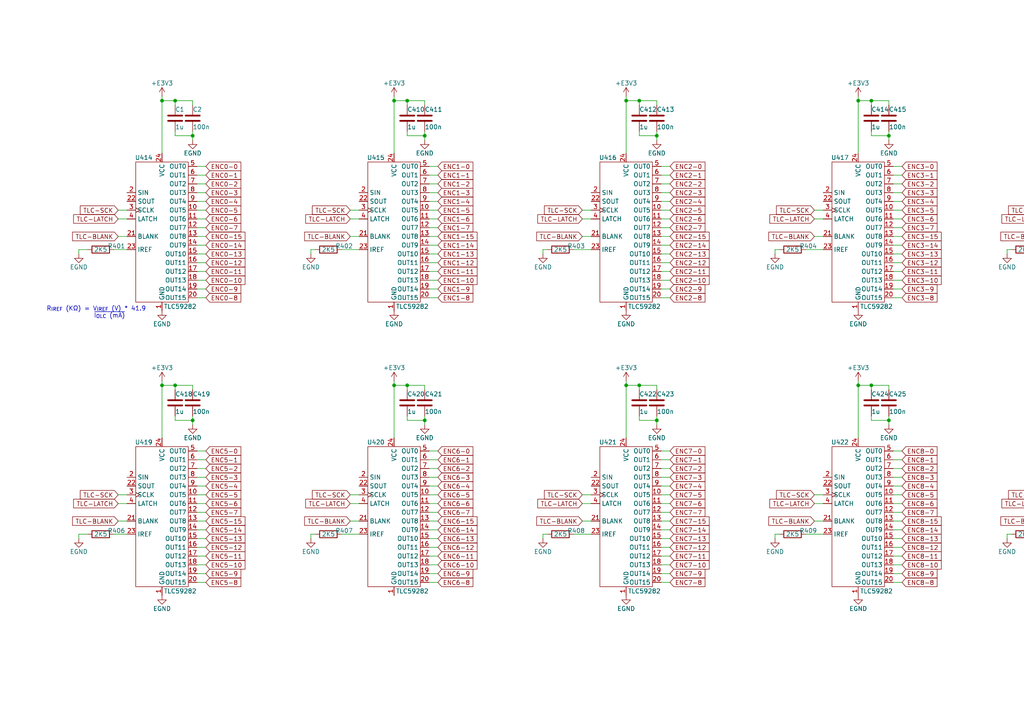
<source format=kicad_sch>
(kicad_sch (version 20231120) (generator "eeschema") (generator_version "8.0")
  (paper "A4")
  (junction (at 40.64 -77.47))
  (junction (at 193.04 -57.15))
  (junction (at 363.22 -92.71))
  (junction (at 193.04 -67.31))
  (junction (at 252.73 -52.07))
  (junction (at 401.32 -26.67))
  (junction (at 363.22 -16.51))
  (junction (at 363.22 -26.67))
  (junction (at 287.02 -72.39))
  (junction (at 401.32 -41.91))
  (junction (at 325.12 -87.63))
  (junction (at 252.73 -21.59))
  (junction (at 252.73 -26.67))
  (junction (at 325.12 39.37))
  (junction (at 40.64 -92.71))
  (junction (at 40.64 -26.67))
  (junction (at 287.02 -87.63))
  (junction (at 193.04 -46.99))
  (junction (at 325.12 -16.51))
  (junction (at 154.94 -52.07))
  (junction (at 185.42 111.76))
  (junction (at 363.22 -57.15))
  (junction (at 78.74 -62.23))
  (junction (at 325.12 121.92))
  (junction (at 116.84 -52.07))
  (junction (at 325.12 -31.75))
  (junction (at 287.02 -16.51))
  (junction (at 248.92 111.76))
  (junction (at 252.73 111.76))
  (junction (at 55.88 39.37))
  (junction (at 252.73 -46.99))
  (junction (at 363.22 -67.31))
  (junction (at 154.94 -72.39))
  (junction (at 287.02 -92.71))
  (junction (at 316.23 29.21))
  (junction (at 193.04 -92.71))
  (junction (at 363.22 -52.07))
  (junction (at 325.12 -46.99))
  (junction (at 287.02 -67.31))
  (junction (at 325.12 -52.07))
  (junction (at 40.64 -57.15))
  (junction (at 252.73 -87.63))
  (junction (at 193.04 -52.07))
  (junction (at 50.8 29.21))
  (junction (at 287.02 -46.99))
  (junction (at 78.74 -57.15))
  (junction (at 185.42 29.21))
  (junction (at 287.02 -52.07))
  (junction (at 55.88 121.92))
  (junction (at 46.99 29.21))
  (junction (at 40.64 -31.75))
  (junction (at 116.84 -72.39))
  (junction (at 190.5 121.92))
  (junction (at 193.04 -36.83))
  (junction (at 78.74 -46.99))
  (junction (at 116.84 -41.91))
  (junction (at 401.32 -92.71))
  (junction (at 363.22 -31.75))
  (junction (at 116.84 -16.51))
  (junction (at 78.74 -16.51))
  (junction (at 193.04 -26.67))
  (junction (at 193.04 -62.23))
  (junction (at 287.02 -62.23))
  (junction (at 401.32 -82.55))
  (junction (at 116.84 -46.99))
  (junction (at 325.12 -92.71))
  (junction (at 320.04 111.76))
  (junction (at 320.04 29.21))
  (junction (at 252.73 -31.75))
  (junction (at 78.74 -41.91))
  (junction (at 40.64 -62.23))
  (junction (at 116.84 -82.55))
  (junction (at 363.22 -82.55))
  (junction (at 252.73 -92.71))
  (junction (at 363.22 -46.99))
  (junction (at 252.73 -67.31))
  (junction (at 154.94 -31.75))
  (junction (at 123.19 121.92))
  (junction (at 252.73 29.21))
  (junction (at 40.64 -87.63))
  (junction (at 316.23 111.76))
  (junction (at 40.64 -72.39))
  (junction (at 78.74 -92.71))
  (junction (at 116.84 -21.59))
  (junction (at 401.32 -77.47))
  (junction (at 116.84 -62.23))
  (junction (at 154.94 -36.83))
  (junction (at 118.11 111.76))
  (junction (at 363.22 -41.91))
  (junction (at 252.73 -41.91))
  (junction (at 252.73 -82.55))
  (junction (at 78.74 -82.55))
  (junction (at 154.94 -62.23))
  (junction (at 78.74 -36.83))
  (junction (at 401.32 -87.63))
  (junction (at 193.04 -31.75))
  (junction (at 325.12 -36.83))
  (junction (at 252.73 -36.83))
  (junction (at 116.84 -36.83))
  (junction (at 401.32 -31.75))
  (junction (at 252.73 -77.47))
  (junction (at 40.64 -46.99))
  (junction (at 325.12 -57.15))
  (junction (at 363.22 -62.23))
  (junction (at 252.73 -62.23))
  (junction (at 78.74 -31.75))
  (junction (at 287.02 -21.59))
  (junction (at 154.94 -41.91))
  (junction (at 116.84 -57.15))
  (junction (at 325.12 -26.67))
  (junction (at 181.61 29.21))
  (junction (at 40.64 -67.31))
  (junction (at 363.22 -72.39))
  (junction (at 325.12 -82.55))
  (junction (at 401.32 -46.99))
  (junction (at 401.32 -62.23))
  (junction (at 325.12 -72.39))
  (junction (at 252.73 -72.39))
  (junction (at 154.94 -57.15))
  (junction (at 325.12 -41.91))
  (junction (at 363.22 -77.47))
  (junction (at 78.74 -72.39))
  (junction (at 78.74 -21.59))
  (junction (at 78.74 -77.47))
  (junction (at 154.94 -82.55))
  (junction (at 154.94 -26.67))
  (junction (at 193.04 -16.51))
  (junction (at 401.32 -57.15))
  (junction (at 287.02 -36.83))
  (junction (at 401.32 -67.31))
  (junction (at 116.84 -67.31))
  (junction (at 116.84 -87.63))
  (junction (at 181.61 111.76))
  (junction (at 154.94 -16.51))
  (junction (at 193.04 -87.63))
  (junction (at 154.94 -77.47))
  (junction (at 78.74 -52.07))
  (junction (at 363.22 -87.63))
  (junction (at 287.02 -77.47))
  (junction (at 248.92 29.21))
  (junction (at 287.02 -41.91))
  (junction (at 40.64 -41.91))
  (junction (at 193.04 -82.55))
  (junction (at 40.64 -52.07))
  (junction (at 363.22 -21.59))
  (junction (at 154.94 -92.71))
  (junction (at 401.32 -36.83))
  (junction (at 78.74 -26.67))
  (junction (at 257.81 121.92))
  (junction (at 40.64 -21.59))
  (junction (at 401.32 -16.51))
  (junction (at 116.84 -92.71))
  (junction (at 401.32 -72.39))
  (junction (at 252.73 -16.51))
  (junction (at 154.94 -46.99))
  (junction (at 325.12 -21.59))
  (junction (at 287.02 -57.15))
  (junction (at 154.94 -87.63))
  (junction (at 118.11 29.21))
  (junction (at 116.84 -77.47))
  (junction (at 116.84 -31.75))
  (junction (at 193.04 -21.59))
  (junction (at 193.04 -77.47))
  (junction (at 193.04 -41.91))
  (junction (at 114.3 111.76))
  (junction (at 325.12 -62.23))
  (junction (at 287.02 -31.75))
  (junction (at 123.19 39.37))
  (junction (at 325.12 -67.31))
  (junction (at 257.81 39.37))
  (junction (at 287.02 -82.55))
  (junction (at 154.94 -21.59))
  (junction (at 190.5 39.37))
  (junction (at 46.99 111.76))
  (junction (at 114.3 29.21))
  (junction (at 401.32 -52.07))
  (junction (at 50.8 111.76))
  (junction (at 325.12 -77.47))
  (junction (at 154.94 -67.31))
  (junction (at 40.64 -36.83))
  (junction (at 116.84 -26.67))
  (junction (at 78.74 -67.31))
  (junction (at 193.04 -72.39))
  (junction (at 40.64 -16.51))
  (junction (at 401.32 -21.59))
  (junction (at 363.22 -36.83))
  (junction (at 287.02 -26.67))
  (junction (at 40.64 -82.55))
  (junction (at 252.73 -57.15))
  (junction (at 78.74 -87.63))
  (wire (pts (xy 57.15 50.8) (xy 59.69 50.8)))
  (wire (pts (xy 104.14 -77.47) (xy 106.68 -77.47)))
  (wire (pts (xy 114.3 -16.51) (xy 116.84 -16.51)))
  (wire (pts (xy 191.77 71.12) (xy 194.31 71.12)))
  (wire (pts (xy 124.46 161.29) (xy 127 161.29)))
  (wire (pts (xy 388.62 -87.63) (xy 391.16 -87.63)))
  (wire (pts (xy 66.04 -87.63) (xy 68.58 -87.63)))
  (wire (pts (xy 193.04 -95.25) (xy 193.04 -92.71)))
  (wire (pts (xy 312.42 -92.71) (xy 314.96 -92.71)))
  (wire (pts (xy 259.08 140.97) (xy 261.62 140.97)))
  (wire (pts (xy 104.14 -52.07) (xy 106.68 -52.07)))
  (wire (pts (xy 124.46 138.43) (xy 127 138.43)))
  (wire (pts (xy 240.03 -31.75) (xy 242.57 -31.75)))
  (wire (pts (xy 287.02 -72.39) (xy 287.02 -67.31)))
  (wire (pts (xy 38.1 -77.47) (xy 40.64 -77.47)))
  (wire (pts (xy 287.02 -57.15) (xy 287.02 -52.07)))
  (wire (pts (xy 240.03 -67.31) (xy 242.57 -67.31)))
  (wire (pts (xy 236.22 60.96) (xy 238.76 60.96)))
  (wire (pts (xy 78.74 -95.25) (xy 78.74 -92.71)))
  (wire (pts (xy 240.03 -3.81) (xy 242.57 -3.81)))
  (wire (pts (xy 57.15 138.43) (xy 59.69 138.43)))
  (wire (pts (xy 185.42 111.76) (xy 181.61 111.76)))
  (wire (pts (xy 287.02 -31.75) (xy 287.02 -26.67)))
  (wire (pts (xy 388.62 -41.91) (xy 391.16 -41.91)))
  (wire (pts (xy 259.08 166.37) (xy 261.62 166.37)))
  (wire (pts (xy 326.39 71.12) (xy 328.93 71.12)))
  (wire (pts (xy 124.46 76.2) (xy 127 76.2)))
  (wire (pts (xy 180.34 -26.67) (xy 182.88 -26.67)))
  (wire (pts (xy 401.32 -67.31) (xy 401.32 -62.23)))
  (wire (pts (xy 124.46 68.58) (xy 127 68.58)))
  (wire (pts (xy 57.15 140.97) (xy 59.69 140.97)))
  (wire (pts (xy 66.04 -57.15) (xy 68.58 -57.15)))
  (wire (pts (xy 322.58 -72.39) (xy 325.12 -72.39)))
  (wire (pts (xy 104.14 -82.55) (xy 106.68 -82.55)))
  (wire (pts (xy 252.73 -62.23) (xy 252.73 -57.15)))
  (wire (pts (xy 78.74 -16.51) (xy 78.74 -3.81)))
  (wire (pts (xy 27.94 -77.47) (xy 30.48 -77.47)))
  (wire (pts (xy 259.08 53.34) (xy 261.62 53.34)))
  (wire (pts (xy 388.62 -92.71) (xy 391.16 -92.71)))
  (wire (pts (xy 274.32 -16.51) (xy 276.86 -16.51)))
  (wire (pts (xy 326.39 83.82) (xy 328.93 83.82)))
  (wire (pts (xy 250.19 -67.31) (xy 252.73 -67.31)))
  (wire (pts (xy 252.73 -41.91) (xy 252.73 -36.83)))
  (wire (pts (xy 259.08 158.75) (xy 261.62 158.75)))
  (wire (pts (xy 104.14 -3.81) (xy 106.68 -3.81)))
  (wire (pts (xy 66.04 -92.71) (xy 68.58 -92.71)))
  (wire (pts (xy 326.39 76.2) (xy 328.93 76.2)))
  (wire (pts (xy 398.78 -72.39) (xy 401.32 -72.39)))
  (wire (pts (xy 101.6 68.58) (xy 104.14 68.58)))
  (wire (pts (xy 312.42 -21.59) (xy 314.96 -21.59)))
  (wire (pts (xy 259.08 48.26) (xy 261.62 48.26)))
  (wire (pts (xy 325.12 30.48) (xy 325.12 29.21)))
  (wire (pts (xy 350.52 -3.81) (xy 353.06 -3.81)))
  (wire (pts (xy 114.3 -41.91) (xy 116.84 -41.91)))
  (wire (pts (xy 99.06 72.39) (xy 104.14 72.39)))
  (wire (pts (xy 226.06 154.94) (xy 224.79 154.94)))
  (wire (pts (xy 27.94 -3.81) (xy 30.48 -3.81)))
  (wire (pts (xy 90.17 72.39) (xy 90.17 73.66)))
  (wire (pts (xy 233.68 72.39) (xy 238.76 72.39)))
  (wire (pts (xy 104.14 -87.63) (xy 106.68 -87.63)))
  (wire (pts (xy 40.64 -92.71) (xy 40.64 -87.63)))
  (wire (pts (xy 259.08 68.58) (xy 261.62 68.58)))
  (wire (pts (xy 191.77 161.29) (xy 194.31 161.29)))
  (wire (pts (xy 236.22 146.05) (xy 238.76 146.05)))
  (wire (pts (xy 224.79 154.94) (xy 224.79 156.21)))
  (wire (pts (xy 157.48 72.39) (xy 157.48 73.66)))
  (wire (pts (xy 252.73 -72.39) (xy 252.73 -67.31)))
  (wire (pts (xy 350.52 -67.31) (xy 353.06 -67.31)))
  (wire (pts (xy 180.34 -21.59) (xy 182.88 -21.59)))
  (wire (pts (xy 257.81 29.21) (xy 252.73 29.21)))
  (wire (pts (xy 284.48 -62.23) (xy 287.02 -62.23)))
  (wire (pts (xy 57.15 76.2) (xy 59.69 76.2)))
  (wire (pts (xy 191.77 133.35) (xy 194.31 133.35)))
  (wire (pts (xy 116.84 -57.15) (xy 116.84 -52.07)))
  (wire (pts (xy 240.03 -82.55) (xy 242.57 -82.55)))
  (wire (pts (xy 180.34 -62.23) (xy 182.88 -62.23)))
  (wire (pts (xy 312.42 -67.31) (xy 314.96 -67.31)))
  (wire (pts (xy 55.88 39.37) (xy 50.8 39.37)))
  (wire (pts (xy 388.62 -31.75) (xy 391.16 -31.75)))
  (wire (pts (xy 38.1 -52.07) (xy 40.64 -52.07)))
  (wire (pts (xy 360.68 -21.59) (xy 363.22 -21.59)))
  (wire (pts (xy 224.79 72.39) (xy 224.79 73.66)))
  (wire (pts (xy 104.14 -36.83) (xy 106.68 -36.83)))
  (wire (pts (xy 154.94 -21.59) (xy 154.94 -16.51)))
  (wire (pts (xy 326.39 156.21) (xy 328.93 156.21)))
  (wire (pts (xy 388.62 -21.59) (xy 391.16 -21.59)))
  (wire (pts (xy 248.92 29.21) (xy 248.92 44.45)))
  (wire (pts (xy 76.2 -41.91) (xy 78.74 -41.91)))
  (wire (pts (xy 259.08 138.43) (xy 261.62 138.43)))
  (wire (pts (xy 191.77 166.37) (xy 194.31 166.37)))
  (wire (pts (xy 257.81 30.48) (xy 257.81 29.21)))
  (wire (pts (xy 124.46 73.66) (xy 127 73.66)))
  (wire (pts (xy 388.62 -36.83) (xy 391.16 -36.83)))
  (wire (pts (xy 326.39 163.83) (xy 328.93 163.83)))
  (wire (pts (xy 240.03 -52.07) (xy 242.57 -52.07)))
  (wire (pts (xy 191.77 73.66) (xy 194.31 73.66)))
  (wire (pts (xy 193.04 -67.31) (xy 193.04 -62.23)))
  (wire (pts (xy 248.92 111.76) (xy 248.92 127)))
  (wire (pts (xy 180.34 -87.63) (xy 182.88 -87.63)))
  (wire (pts (xy 320.04 30.48) (xy 320.04 29.21)))
  (wire (pts (xy 259.08 133.35) (xy 261.62 133.35)))
  (wire (pts (xy 152.4 -62.23) (xy 154.94 -62.23)))
  (wire (pts (xy 350.52 -82.55) (xy 353.06 -82.55)))
  (wire (pts (xy 322.58 -77.47) (xy 325.12 -77.47)))
  (wire (pts (xy 104.14 -41.91) (xy 106.68 -41.91)))
  (wire (pts (xy 104.14 -92.71) (xy 106.68 -92.71)))
  (wire (pts (xy 180.34 -3.81) (xy 182.88 -3.81)))
  (wire (pts (xy 284.48 -36.83) (xy 287.02 -36.83)))
  (wire (pts (xy 66.04 -36.83) (xy 68.58 -36.83)))
  (wire (pts (xy 57.15 153.67) (xy 59.69 153.67)))
  (wire (pts (xy 78.74 -82.55) (xy 78.74 -77.47)))
  (wire (pts (xy 363.22 -67.31) (xy 363.22 -62.23)))
  (wire (pts (xy 190.5 -87.63) (xy 193.04 -87.63)))
  (wire (pts (xy 114.3 -92.71) (xy 116.84 -92.71)))
  (wire (pts (xy 191.77 81.28) (xy 194.31 81.28)))
  (wire (pts (xy 180.34 -31.75) (xy 182.88 -31.75)))
  (wire (pts (xy 293.37 154.94) (xy 292.1 154.94)))
  (wire (pts (xy 116.84 -26.67) (xy 116.84 -21.59)))
  (wire (pts (xy 259.08 146.05) (xy 261.62 146.05)))
  (wire (pts (xy 142.24 -82.55) (xy 144.78 -82.55)))
  (wire (pts (xy 325.12 -77.47) (xy 325.12 -72.39)))
  (wire (pts (xy 193.04 -3.81) (xy 190.5 -3.81)))
  (wire (pts (xy 363.22 -46.99) (xy 363.22 -41.91)))
  (wire (pts (xy 40.64 -16.51) (xy 40.64 -3.81)))
  (wire (pts (xy 284.48 -57.15) (xy 287.02 -57.15)))
  (wire (pts (xy 326.39 78.74) (xy 328.93 78.74)))
  (wire (pts (xy 114.3 -36.83) (xy 116.84 -36.83)))
  (wire (pts (xy 259.08 81.28) (xy 261.62 81.28)))
  (wire (pts (xy 191.77 55.88) (xy 194.31 55.88)))
  (wire (pts (xy 259.08 66.04) (xy 261.62 66.04)))
  (wire (pts (xy 191.77 168.91) (xy 194.31 168.91)))
  (wire (pts (xy 180.34 -16.51) (xy 182.88 -16.51)))
  (wire (pts (xy 154.94 -62.23) (xy 154.94 -57.15)))
  (wire (pts (xy 252.73 -46.99) (xy 252.73 -41.91)))
  (wire (pts (xy 123.19 120.65) (xy 123.19 121.92)))
  (wire (pts (xy 66.04 -31.75) (xy 68.58 -31.75)))
  (wire (pts (xy 123.19 121.92) (xy 118.11 121.92)))
  (wire (pts (xy 118.11 29.21) (xy 114.3 29.21)))
  (wire (pts (xy 190.5 38.1) (xy 190.5 39.37)))
  (wire (pts (xy 101.6 146.05) (xy 104.14 146.05)))
  (wire (pts (xy 287.02 -82.55) (xy 287.02 -77.47)))
  (wire (pts (xy 124.46 146.05) (xy 127 146.05)))
  (wire (pts (xy 250.19 -52.07) (xy 252.73 -52.07)))
  (wire (pts (xy 57.15 63.5) (xy 59.69 63.5)))
  (wire (pts (xy 33.02 154.94) (xy 36.83 154.94)))
  (wire (pts (xy 401.32 -21.59) (xy 401.32 -16.51)))
  (wire (pts (xy 326.39 153.67) (xy 328.93 153.67)))
  (wire (pts (xy 190.5 111.76) (xy 190.5 113.03)))
  (wire (pts (xy 398.78 -41.91) (xy 401.32 -41.91)))
  (wire (pts (xy 124.46 168.91) (xy 127 168.91)))
  (wire (pts (xy 322.58 -16.51) (xy 325.12 -16.51)))
  (wire (pts (xy 57.15 78.74) (xy 59.69 78.74)))
  (wire (pts (xy 284.48 -52.07) (xy 287.02 -52.07)))
  (wire (pts (xy 363.22 -77.47) (xy 363.22 -72.39)))
  (wire (pts (xy 191.77 50.8) (xy 194.31 50.8)))
  (wire (pts (xy 360.68 -82.55) (xy 363.22 -82.55)))
  (wire (pts (xy 57.15 81.28) (xy 59.69 81.28)))
  (wire (pts (xy 124.46 86.36) (xy 127 86.36)))
  (wire (pts (xy 180.34 -92.71) (xy 182.88 -92.71)))
  (wire (pts (xy 104.14 -67.31) (xy 106.68 -67.31)))
  (wire (pts (xy 40.64 -41.91) (xy 40.64 -36.83)))
  (wire (pts (xy 76.2 -31.75) (xy 78.74 -31.75)))
  (wire (pts (xy 40.64 -87.63) (xy 40.64 -82.55)))
  (wire (pts (xy 252.73 -67.31) (xy 252.73 -62.23)))
  (wire (pts (xy 240.03 -92.71) (xy 242.57 -92.71)))
  (wire (pts (xy 388.62 -3.81) (xy 391.16 -3.81)))
  (wire (pts (xy 284.48 -46.99) (xy 287.02 -46.99)))
  (wire (pts (xy 190.5 -36.83) (xy 193.04 -36.83)))
  (wire (pts (xy 398.78 -62.23) (xy 401.32 -62.23)))
  (wire (pts (xy 57.15 168.91) (xy 59.69 168.91)))
  (wire (pts (xy 360.68 -92.71) (xy 363.22 -92.71)))
  (wire (pts (xy 191.77 163.83) (xy 194.31 163.83)))
  (wire (pts (xy 124.46 48.26) (xy 127 48.26)))
  (wire (pts (xy 240.03 -62.23) (xy 242.57 -62.23)))
  (wire (pts (xy 190.5 39.37) (xy 185.42 39.37)))
  (wire (pts (xy 57.15 55.88) (xy 59.69 55.88)))
  (wire (pts (xy 76.2 -16.51) (xy 78.74 -16.51)))
  (wire (pts (xy 350.52 -41.91) (xy 353.06 -41.91)))
  (wire (pts (xy 78.74 -46.99) (xy 78.74 -41.91)))
  (wire (pts (xy 124.46 83.82) (xy 127 83.82)))
  (wire (pts (xy 185.42 30.48) (xy 185.42 29.21)))
  (wire (pts (xy 57.15 135.89) (xy 59.69 135.89)))
  (wire (pts (xy 240.03 -26.67) (xy 242.57 -26.67)))
  (wire (pts (xy 259.08 135.89) (xy 261.62 135.89)))
  (wire (pts (xy 57.15 58.42) (xy 59.69 58.42)))
  (wire (pts (xy 38.1 -92.71) (xy 40.64 -92.71)))
  (wire (pts (xy 40.64 -31.75) (xy 40.64 -26.67)))
  (wire (pts (xy 303.53 60.96) (xy 306.07 60.96)))
  (wire (pts (xy 312.42 -72.39) (xy 314.96 -72.39)))
  (wire (pts (xy 193.04 -72.39) (xy 193.04 -67.31)))
  (wire (pts (xy 66.04 -46.99) (xy 68.58 -46.99)))
  (wire (pts (xy 152.4 -31.75) (xy 154.94 -31.75)))
  (wire (pts (xy 38.1 -72.39) (xy 40.64 -72.39)))
  (wire (pts (xy 293.37 72.39) (xy 292.1 72.39)))
  (wire (pts (xy 154.94 -95.25) (xy 154.94 -92.71)))
  (wire (pts (xy 325.12 -46.99) (xy 325.12 -41.91)))
  (wire (pts (xy 142.24 -92.71) (xy 144.78 -92.71)))
  (wire (pts (xy 398.78 -16.51) (xy 401.32 -16.51)))
  (wire (pts (xy 360.68 -62.23) (xy 363.22 -62.23)))
  (wire (pts (xy 38.1 -26.67) (xy 40.64 -26.67)))
  (wire (pts (xy 190.5 -21.59) (xy 193.04 -21.59)))
  (wire (pts (xy 114.3 -21.59) (xy 116.84 -21.59)))
  (wire (pts (xy 152.4 -16.51) (xy 154.94 -16.51)))
  (wire (pts (xy 76.2 -82.55) (xy 78.74 -82.55)))
  (wire (pts (xy 350.52 -87.63) (xy 353.06 -87.63)))
  (wire (pts (xy 55.88 121.92) (xy 50.8 121.92)))
  (wire (pts (xy 142.24 -62.23) (xy 144.78 -62.23)))
  (wire (pts (xy 166.37 154.94) (xy 171.45 154.94)))
  (wire (pts (xy 78.74 -92.71) (xy 78.74 -87.63)))
  (wire (pts (xy 236.22 68.58) (xy 238.76 68.58)))
  (wire (pts (xy 142.24 -52.07) (xy 144.78 -52.07)))
  (wire (pts (xy 116.84 -87.63) (xy 116.84 -82.55)))
  (wire (pts (xy 287.02 -52.07) (xy 287.02 -46.99)))
  (wire (pts (xy 363.22 -57.15) (xy 363.22 -52.07)))
  (wire (pts (xy 181.61 27.94) (xy 181.61 29.21)))
  (wire (pts (xy 142.24 -72.39) (xy 144.78 -72.39)))
  (wire (pts (xy 388.62 -52.07) (xy 391.16 -52.07)))
  (wire (pts (xy 91.44 154.94) (xy 90.17 154.94)))
  (wire (pts (xy 152.4 -21.59) (xy 154.94 -21.59)))
  (wire (pts (xy 124.46 50.8) (xy 127 50.8)))
  (wire (pts (xy 152.4 -36.83) (xy 154.94 -36.83)))
  (wire (pts (xy 57.15 60.96) (xy 59.69 60.96)))
  (wire (pts (xy 124.46 163.83) (xy 127 163.83)))
  (wire (pts (xy 123.19 38.1) (xy 123.19 39.37)))
  (wire (pts (xy 154.94 -52.07) (xy 154.94 -46.99)))
  (wire (pts (xy 193.04 -16.51) (xy 193.04 -3.81)))
  (wire (pts (xy 274.32 -36.83) (xy 276.86 -36.83)))
  (wire (pts (xy 124.46 78.74) (xy 127 78.74)))
  (wire (pts (xy 259.08 86.36) (xy 261.62 86.36)))
  (wire (pts (xy 38.1 -67.31) (xy 40.64 -67.31)))
  (wire (pts (xy 326.39 138.43) (xy 328.93 138.43)))
  (wire (pts (xy 322.58 -26.67) (xy 325.12 -26.67)))
  (wire (pts (xy 27.94 -87.63) (xy 30.48 -87.63)))
  (wire (pts (xy 326.39 63.5) (xy 328.93 63.5)))
  (wire (pts (xy 325.12 -72.39) (xy 325.12 -67.31)))
  (wire (pts (xy 350.52 -21.59) (xy 353.06 -21.59)))
  (wire (pts (xy 401.32 -31.75) (xy 401.32 -26.67)))
  (wire (pts (xy 401.32 -3.81) (xy 398.78 -3.81)))
  (wire (pts (xy 27.94 -62.23) (xy 30.48 -62.23)))
  (wire (pts (xy 142.24 -21.59) (xy 144.78 -21.59)))
  (wire (pts (xy 326.39 130.81) (xy 328.93 130.81)))
  (wire (pts (xy 287.02 -21.59) (xy 287.02 -16.51)))
  (wire (pts (xy 284.48 -82.55) (xy 287.02 -82.55)))
  (wire (pts (xy 326.39 60.96) (xy 328.93 60.96)))
  (wire (pts (xy 116.84 -62.23) (xy 116.84 -57.15)))
  (wire (pts (xy 320.04 111.76) (xy 316.23 111.76)))
  (wire (pts (xy 191.77 158.75) (xy 194.31 158.75)))
  (wire (pts (xy 326.39 58.42) (xy 328.93 58.42)))
  (wire (pts (xy 154.94 -26.67) (xy 154.94 -21.59)))
  (wire (pts (xy 312.42 -62.23) (xy 314.96 -62.23)))
  (wire (pts (xy 322.58 -87.63) (xy 325.12 -87.63)))
  (wire (pts (xy 104.14 -31.75) (xy 106.68 -31.75)))
  (wire (pts (xy 180.34 -72.39) (xy 182.88 -72.39)))
  (wire (pts (xy 388.62 -57.15) (xy 391.16 -57.15)))
  (wire (pts (xy 123.19 111.76) (xy 123.19 113.03)))
  (wire (pts (xy 322.58 -92.71) (xy 325.12 -92.71)))
  (wire (pts (xy 78.74 -57.15) (xy 78.74 -52.07)))
  (wire (pts (xy 350.52 -52.07) (xy 353.06 -52.07)))
  (wire (pts (xy 300.99 72.39) (xy 306.07 72.39)))
  (wire (pts (xy 180.34 -77.47) (xy 182.88 -77.47)))
  (wire (pts (xy 34.29 146.05) (xy 36.83 146.05)))
  (wire (pts (xy 274.32 -46.99) (xy 276.86 -46.99)))
  (wire (pts (xy 124.46 81.28) (xy 127 81.28)))
  (wire (pts (xy 193.04 -57.15) (xy 193.04 -52.07)))
  (wire (pts (xy 154.94 -36.83) (xy 154.94 -31.75)))
  (wire (pts (xy 360.68 -72.39) (xy 363.22 -72.39)))
  (wire (pts (xy 287.02 -16.51) (xy 287.02 -3.81)))
  (wire (pts (xy 250.19 -26.67) (xy 252.73 -26.67)))
  (wire (pts (xy 284.48 -92.71) (xy 287.02 -92.71)))
  (wire (pts (xy 57.15 71.12) (xy 59.69 71.12)))
  (wire (pts (xy 325.12 121.92) (xy 320.04 121.92)))
  (wire (pts (xy 363.22 -72.39) (xy 363.22 -67.31)))
  (wire (pts (xy 168.91 146.05) (xy 171.45 146.05)))
  (wire (pts (xy 66.04 -77.47) (xy 68.58 -77.47)))
  (wire (pts (xy 193.04 -82.55) (xy 193.04 -77.47)))
  (wire (pts (xy 326.39 168.91) (xy 328.93 168.91)))
  (wire (pts (xy 300.99 154.94) (xy 306.07 154.94)))
  (wire (pts (xy 190.5 -57.15) (xy 193.04 -57.15)))
  (wire (pts (xy 76.2 -72.39) (xy 78.74 -72.39)))
  (wire (pts (xy 116.84 -82.55) (xy 116.84 -77.47)))
  (wire (pts (xy 326.39 81.28) (xy 328.93 81.28)))
  (wire (pts (xy 57.15 156.21) (xy 59.69 156.21)))
  (wire (pts (xy 325.12 -95.25) (xy 325.12 -92.71)))
  (wire (pts (xy 274.32 -21.59) (xy 276.86 -21.59)))
  (wire (pts (xy 154.94 -46.99) (xy 154.94 -41.91)))
  (wire (pts (xy 252.73 -52.07) (xy 252.73 -46.99)))
  (wire (pts (xy 78.74 -41.91) (xy 78.74 -36.83)))
  (wire (pts (xy 101.6 60.96) (xy 104.14 60.96)))
  (wire (pts (xy 312.42 -57.15) (xy 314.96 -57.15)))
  (wire (pts (xy 190.5 120.65) (xy 190.5 121.92)))
  (wire (pts (xy 240.03 -36.83) (xy 242.57 -36.83)))
  (wire (pts (xy 142.24 -87.63) (xy 144.78 -87.63)))
  (wire (pts (xy 191.77 153.67) (xy 194.31 153.67)))
  (wire (pts (xy 142.24 -3.81) (xy 144.78 -3.81)))
  (wire (pts (xy 257.81 121.92) (xy 257.81 123.19)))
  (wire (pts (xy 57.15 163.83) (xy 59.69 163.83)))
  (wire (pts (xy 38.1 -31.75) (xy 40.64 -31.75)))
  (wire (pts (xy 191.77 143.51) (xy 194.31 143.51)))
  (wire (pts (xy 252.73 -36.83) (xy 252.73 -31.75)))
  (wire (pts (xy 142.24 -36.83) (xy 144.78 -36.83)))
  (wire (pts (xy 191.77 138.43) (xy 194.31 138.43)))
  (wire (pts (xy 287.02 -3.81) (xy 284.48 -3.81)))
  (wire (pts (xy 168.91 143.51) (xy 171.45 143.51)))
  (wire (pts (xy 250.19 -62.23) (xy 252.73 -62.23)))
  (wire (pts (xy 312.42 -26.67) (xy 314.96 -26.67)))
  (wire (pts (xy 190.5 -82.55) (xy 193.04 -82.55)))
  (wire (pts (xy 66.04 -26.67) (xy 68.58 -26.67)))
  (wire (pts (xy 360.68 -46.99) (xy 363.22 -46.99)))
  (wire (pts (xy 185.42 29.21) (xy 181.61 29.21)))
  (wire (pts (xy 191.77 130.81) (xy 194.31 130.81)))
  (wire (pts (xy 326.39 53.34) (xy 328.93 53.34)))
  (wire (pts (xy 360.68 -87.63) (xy 363.22 -87.63)))
  (wire (pts (xy 322.58 -36.83) (xy 325.12 -36.83)))
  (wire (pts (xy 27.94 -16.51) (xy 30.48 -16.51)))
  (wire (pts (xy 34.29 68.58) (xy 36.83 68.58)))
  (wire (pts (xy 50.8 30.48) (xy 50.8 29.21)))
  (wire (pts (xy 154.94 -67.31) (xy 154.94 -62.23)))
  (wire (pts (xy 191.77 66.04) (xy 194.31 66.04)))
  (wire (pts (xy 326.39 133.35) (xy 328.93 133.35)))
  (wire (pts (xy 123.19 39.37) (xy 123.19 40.64)))
  (wire (pts (xy 27.94 -52.07) (xy 30.48 -52.07)))
  (wire (pts (xy 114.3 -26.67) (xy 116.84 -26.67)))
  (wire (pts (xy 40.64 -67.31) (xy 40.64 -62.23)))
  (wire (pts (xy 274.32 -82.55) (xy 276.86 -82.55)))
  (wire (pts (xy 326.39 151.13) (xy 328.93 151.13)))
  (wire (pts (xy 76.2 -77.47) (xy 78.74 -77.47)))
  (wire (pts (xy 274.32 -31.75) (xy 276.86 -31.75)))
  (wire (pts (xy 55.88 120.65) (xy 55.88 121.92)))
  (wire (pts (xy 104.14 -62.23) (xy 106.68 -62.23)))
  (wire (pts (xy 398.78 -82.55) (xy 401.32 -82.55)))
  (wire (pts (xy 322.58 -67.31) (xy 325.12 -67.31)))
  (wire (pts (xy 325.12 -36.83) (xy 325.12 -31.75)))
  (wire (pts (xy 27.94 -41.91) (xy 30.48 -41.91)))
  (wire (pts (xy 180.34 -82.55) (xy 182.88 -82.55)))
  (wire (pts (xy 326.39 73.66) (xy 328.93 73.66)))
  (wire (pts (xy 363.22 -31.75) (xy 363.22 -26.67)))
  (wire (pts (xy 152.4 -87.63) (xy 154.94 -87.63)))
  (wire (pts (xy 316.23 29.21) (xy 316.23 44.45)))
  (wire (pts (xy 363.22 -36.83) (xy 363.22 -31.75)))
  (wire (pts (xy 193.04 -77.47) (xy 193.04 -72.39)))
  (wire (pts (xy 401.32 -87.63) (xy 401.32 -82.55)))
  (wire (pts (xy 76.2 -21.59) (xy 78.74 -21.59)))
  (wire (pts (xy 180.34 -67.31) (xy 182.88 -67.31)))
  (wire (pts (xy 325.12 39.37) (xy 320.04 39.37)))
  (wire (pts (xy 312.42 -46.99) (xy 314.96 -46.99)))
  (wire (pts (xy 38.1 -16.51) (xy 40.64 -16.51)))
  (wire (pts (xy 325.12 29.21) (xy 320.04 29.21)))
  (wire (pts (xy 142.24 -41.91) (xy 144.78 -41.91)))
  (wire (pts (xy 312.42 -3.81) (xy 314.96 -3.81)))
  (wire (pts (xy 152.4 -92.71) (xy 154.94 -92.71)))
  (wire (pts (xy 40.64 -3.81) (xy 38.1 -3.81)))
  (wire (pts (xy 248.92 110.49) (xy 248.92 111.76)))
  (wire (pts (xy 123.19 111.76) (xy 118.11 111.76)))
  (wire (pts (xy 101.6 151.13) (xy 104.14 151.13)))
  (wire (pts (xy 154.94 -41.91) (xy 154.94 -36.83)))
  (wire (pts (xy 398.78 -46.99) (xy 401.32 -46.99)))
  (wire (pts (xy 257.81 39.37) (xy 257.81 40.64)))
  (wire (pts (xy 240.03 -77.47) (xy 242.57 -77.47)))
  (wire (pts (xy 326.39 86.36) (xy 328.93 86.36)))
  (wire (pts (xy 190.5 121.92) (xy 190.5 123.19)))
  (wire (pts (xy 190.5 111.76) (xy 185.42 111.76)))
  (wire (pts (xy 152.4 -26.67) (xy 154.94 -26.67)))
  (wire (pts (xy 252.73 -31.75) (xy 252.73 -26.67)))
  (wire (pts (xy 257.81 111.76) (xy 257.81 113.03)))
  (wire (pts (xy 40.64 -26.67) (xy 40.64 -21.59)))
  (wire (pts (xy 322.58 -62.23) (xy 325.12 -62.23)))
  (wire (pts (xy 257.81 38.1) (xy 257.81 39.37)))
  (wire (pts (xy 33.02 72.39) (xy 36.83 72.39)))
  (wire (pts (xy 34.29 143.51) (xy 36.83 143.51)))
  (wire (pts (xy 259.08 55.88) (xy 261.62 55.88)))
  (wire (pts (xy 57.15 130.81) (xy 59.69 130.81)))
  (wire (pts (xy 325.12 -52.07) (xy 325.12 -46.99)))
  (wire (pts (xy 123.19 30.48) (xy 123.19 29.21)))
  (wire (pts (xy 124.46 130.81) (xy 127 130.81)))
  (wire (pts (xy 168.91 63.5) (xy 171.45 63.5)))
  (wire (pts (xy 398.78 -21.59) (xy 401.32 -21.59)))
  (wire (pts (xy 325.12 -3.81) (xy 322.58 -3.81)))
  (wire (pts (xy 190.5 -31.75) (xy 193.04 -31.75)))
  (wire (pts (xy 124.46 158.75) (xy 127 158.75)))
  (wire (pts (xy 57.15 146.05) (xy 59.69 146.05)))
  (wire (pts (xy 142.24 -26.67) (xy 144.78 -26.67)))
  (wire (pts (xy 66.04 -52.07) (xy 68.58 -52.07)))
  (wire (pts (xy 55.88 113.03) (xy 55.88 111.76)))
  (wire (pts (xy 252.73 -26.67) (xy 252.73 -21.59)))
  (wire (pts (xy 40.64 -21.59) (xy 40.64 -16.51)))
  (wire (pts (xy 50.8 29.21) (xy 46.99 29.21)))
  (wire (pts (xy 27.94 -21.59) (xy 30.48 -21.59)))
  (wire (pts (xy 259.08 163.83) (xy 261.62 163.83)))
  (wire (pts (xy 250.19 -57.15) (xy 252.73 -57.15)))
  (wire (pts (xy 114.3 -31.75) (xy 116.84 -31.75)))
  (wire (pts (xy 57.15 73.66) (xy 59.69 73.66)))
  (wire (pts (xy 236.22 151.13) (xy 238.76 151.13)))
  (wire (pts (xy 116.84 -41.91) (xy 116.84 -36.83)))
  (wire (pts (xy 325.12 -31.75) (xy 325.12 -26.67)))
  (wire (pts (xy 325.12 -62.23) (xy 325.12 -57.15)))
  (wire (pts (xy 114.3 -46.99) (xy 116.84 -46.99)))
  (wire (pts (xy 191.77 48.26) (xy 194.31 48.26)))
  (wire (pts (xy 252.73 -3.81) (xy 250.19 -3.81)))
  (wire (pts (xy 38.1 -87.63) (xy 40.64 -87.63)))
  (wire (pts (xy 57.15 151.13) (xy 59.69 151.13)))
  (wire (pts (xy 168.91 151.13) (xy 171.45 151.13)))
  (wire (pts (xy 326.39 135.89) (xy 328.93 135.89)))
  (wire (pts (xy 388.62 -82.55) (xy 391.16 -82.55)))
  (wire (pts (xy 259.08 83.82) (xy 261.62 83.82)))
  (wire (pts (xy 191.77 151.13) (xy 194.31 151.13)))
  (wire (pts (xy 350.52 -26.67) (xy 353.06 -26.67)))
  (wire (pts (xy 154.94 -82.55) (xy 154.94 -77.47)))
  (wire (pts (xy 157.48 154.94) (xy 157.48 156.21)))
  (wire (pts (xy 322.58 -41.91) (xy 325.12 -41.91)))
  (wire (pts (xy 193.04 -41.91) (xy 193.04 -36.83)))
  (wire (pts (xy 116.84 -95.25) (xy 116.84 -92.71)))
  (wire (pts (xy 38.1 -21.59) (xy 40.64 -21.59)))
  (wire (pts (xy 116.84 -52.07) (xy 116.84 -46.99)))
  (wire (pts (xy 193.04 -21.59) (xy 193.04 -16.51)))
  (wire (pts (xy 190.5 -67.31) (xy 193.04 -67.31)))
  (wire (pts (xy 114.3 27.94) (xy 114.3 29.21)))
  (wire (pts (xy 316.23 27.94) (xy 316.23 29.21)))
  (wire (pts (xy 116.84 -3.81) (xy 114.3 -3.81)))
  (wire (pts (xy 363.22 -62.23) (xy 363.22 -57.15)))
  (wire (pts (xy 190.5 29.21) (xy 185.42 29.21)))
  (wire (pts (xy 78.74 -26.67) (xy 78.74 -21.59)))
  (wire (pts (xy 259.08 60.96) (xy 261.62 60.96)))
  (wire (pts (xy 287.02 -41.91) (xy 287.02 -36.83)))
  (wire (pts (xy 360.68 -67.31) (xy 363.22 -67.31)))
  (wire (pts (xy 123.19 29.21) (xy 118.11 29.21)))
  (wire (pts (xy 123.19 39.37) (xy 118.11 39.37)))
  (wire (pts (xy 312.42 -41.91) (xy 314.96 -41.91)))
  (wire (pts (xy 350.52 -72.39) (xy 353.06 -72.39)))
  (wire (pts (xy 303.53 143.51) (xy 306.07 143.51)))
  (wire (pts (xy 388.62 -26.67) (xy 391.16 -26.67)))
  (wire (pts (xy 259.08 58.42) (xy 261.62 58.42)))
  (wire (pts (xy 191.77 146.05) (xy 194.31 146.05)))
  (wire (pts (xy 252.73 39.37) (xy 252.73 38.1)))
  (wire (pts (xy 363.22 -26.67) (xy 363.22 -21.59)))
  (wire (pts (xy 326.39 148.59) (xy 328.93 148.59)))
  (wire (pts (xy 40.64 -95.25) (xy 40.64 -92.71)))
  (wire (pts (xy 166.37 72.39) (xy 171.45 72.39)))
  (wire (pts (xy 274.32 -77.47) (xy 276.86 -77.47)))
  (wire (pts (xy 22.86 154.94) (xy 22.86 156.21)))
  (wire (pts (xy 325.12 -16.51) (xy 325.12 -3.81)))
  (wire (pts (xy 325.12 38.1) (xy 325.12 39.37)))
  (wire (pts (xy 27.94 -46.99) (xy 30.48 -46.99)))
  (wire (pts (xy 252.73 -92.71) (xy 252.73 -87.63)))
  (wire (pts (xy 180.34 -57.15) (xy 182.88 -57.15)))
  (wire (pts (xy 191.77 156.21) (xy 194.31 156.21)))
  (wire (pts (xy 55.88 111.76) (xy 50.8 111.76)))
  (wire (pts (xy 46.99 110.49) (xy 46.99 111.76)))
  (wire (pts (xy 363.22 -95.25) (xy 363.22 -92.71)))
  (wire (pts (xy 398.78 -67.31) (xy 401.32 -67.31)))
  (wire (pts (xy 401.32 -82.55) (xy 401.32 -77.47)))
  (wire (pts (xy 193.04 -36.83) (xy 193.04 -31.75)))
  (wire (pts (xy 116.84 -21.59) (xy 116.84 -16.51)))
  (wire (pts (xy 101.6 63.5) (xy 104.14 63.5)))
  (wire (pts (xy 46.99 29.21) (xy 46.99 44.45)))
  (wire (pts (xy 114.3 111.76) (xy 114.3 127)))
  (wire (pts (xy 152.4 -72.39) (xy 154.94 -72.39)))
  (wire (pts (xy 104.14 -26.67) (xy 106.68 -26.67)))
  (wire (pts (xy 322.58 -31.75) (xy 325.12 -31.75)))
  (wire (pts (xy 152.4 -77.47) (xy 154.94 -77.47)))
  (wire (pts (xy 154.94 -16.51) (xy 154.94 -3.81)))
  (wire (pts (xy 259.08 50.8) (xy 261.62 50.8)))
  (wire (pts (xy 326.39 55.88) (xy 328.93 55.88)))
  (wire (pts (xy 185.42 39.37) (xy 185.42 38.1)))
  (wire (pts (xy 154.94 -31.75) (xy 154.94 -26.67)))
  (wire (pts (xy 154.94 -3.81) (xy 152.4 -3.81)))
  (wire (pts (xy 236.22 63.5) (xy 238.76 63.5)))
  (wire (pts (xy 320.04 113.03) (xy 320.04 111.76)))
  (wire (pts (xy 322.58 -57.15) (xy 325.12 -57.15)))
  (wire (pts (xy 287.02 -67.31) (xy 287.02 -62.23)))
  (wire (pts (xy 27.94 -72.39) (xy 30.48 -72.39)))
  (wire (pts (xy 124.46 135.89) (xy 127 135.89)))
  (wire (pts (xy 104.14 -57.15) (xy 106.68 -57.15)))
  (wire (pts (xy 38.1 -46.99) (xy 40.64 -46.99)))
  (wire (pts (xy 57.15 161.29) (xy 59.69 161.29)))
  (wire (pts (xy 78.74 -77.47) (xy 78.74 -72.39)))
  (wire (pts (xy 142.24 -46.99) (xy 144.78 -46.99)))
  (wire (pts (xy 40.64 -77.47) (xy 40.64 -72.39)))
  (wire (pts (xy 326.39 161.29) (xy 328.93 161.29)))
  (wire (pts (xy 78.74 -36.83) (xy 78.74 -31.75)))
  (wire (pts (xy 152.4 -52.07) (xy 154.94 -52.07)))
  (wire (pts (xy 57.15 68.58) (xy 59.69 68.58)))
  (wire (pts (xy 312.42 -16.51) (xy 314.96 -16.51)))
  (wire (pts (xy 191.77 68.58) (xy 194.31 68.58)))
  (wire (pts (xy 274.32 -72.39) (xy 276.86 -72.39)))
  (wire (pts (xy 118.11 111.76) (xy 114.3 111.76)))
  (wire (pts (xy 325.12 -21.59) (xy 325.12 -16.51)))
  (wire (pts (xy 38.1 -36.83) (xy 40.64 -36.83)))
  (wire (pts (xy 252.73 121.92) (xy 252.73 120.65)))
  (wire (pts (xy 252.73 -87.63) (xy 252.73 -82.55)))
  (wire (pts (xy 287.02 -77.47) (xy 287.02 -72.39)))
  (wire (pts (xy 78.74 -52.07) (xy 78.74 -46.99)))
  (wire (pts (xy 303.53 68.58) (xy 306.07 68.58)))
  (wire (pts (xy 401.32 -52.07) (xy 401.32 -46.99)))
  (wire (pts (xy 55.88 30.48) (xy 55.88 29.21)))
  (wire (pts (xy 250.19 -36.83) (xy 252.73 -36.83)))
  (wire (pts (xy 259.08 63.5) (xy 261.62 63.5)))
  (wire (pts (xy 312.42 -31.75) (xy 314.96 -31.75)))
  (wire (pts (xy 114.3 110.49) (xy 114.3 111.76)))
  (wire (pts (xy 322.58 -46.99) (xy 325.12 -46.99)))
  (wire (pts (xy 287.02 -62.23) (xy 287.02 -57.15)))
  (wire (pts (xy 360.68 -41.91) (xy 363.22 -41.91)))
  (wire (pts (xy 360.68 -36.83) (xy 363.22 -36.83)))
  (wire (pts (xy 57.15 166.37) (xy 59.69 166.37)))
  (wire (pts (xy 66.04 -21.59) (xy 68.58 -21.59)))
  (wire (pts (xy 27.94 -57.15) (xy 30.48 -57.15)))
  (wire (pts (xy 250.19 -46.99) (xy 252.73 -46.99)))
  (wire (pts (xy 325.12 111.76) (xy 320.04 111.76)))
  (wire (pts (xy 124.46 148.59) (xy 127 148.59)))
  (wire (pts (xy 284.48 -87.63) (xy 287.02 -87.63)))
  (wire (pts (xy 326.39 68.58) (xy 328.93 68.58)))
  (wire (pts (xy 116.84 -92.71) (xy 116.84 -87.63)))
  (wire (pts (xy 66.04 -41.91) (xy 68.58 -41.91)))
  (wire (pts (xy 181.61 29.21) (xy 181.61 44.45)))
  (wire (pts (xy 250.19 -31.75) (xy 252.73 -31.75)))
  (wire (pts (xy 116.84 -77.47) (xy 116.84 -72.39)))
  (wire (pts (xy 259.08 143.51) (xy 261.62 143.51)))
  (wire (pts (xy 76.2 -36.83) (xy 78.74 -36.83)))
  (wire (pts (xy 274.32 -62.23) (xy 276.86 -62.23)))
  (wire (pts (xy 250.19 -77.47) (xy 252.73 -77.47)))
  (wire (pts (xy 401.32 -36.83) (xy 401.32 -31.75)))
  (wire (pts (xy 257.81 121.92) (xy 252.73 121.92)))
  (wire (pts (xy 312.42 -87.63) (xy 314.96 -87.63)))
  (wire (pts (xy 124.46 166.37) (xy 127 166.37)))
  (wire (pts (xy 401.32 -92.71) (xy 401.32 -87.63)))
  (wire (pts (xy 76.2 -46.99) (xy 78.74 -46.99)))
  (wire (pts (xy 118.11 39.37) (xy 118.11 38.1)))
  (wire (pts (xy 240.03 -87.63) (xy 242.57 -87.63)))
  (wire (pts (xy 152.4 -82.55) (xy 154.94 -82.55)))
  (wire (pts (xy 274.32 -3.81) (xy 276.86 -3.81)))
  (wire (pts (xy 190.5 121.92) (xy 185.42 121.92)))
  (wire (pts (xy 325.12 -67.31) (xy 325.12 -62.23)))
  (wire (pts (xy 99.06 154.94) (xy 104.14 154.94)))
  (wire (pts (xy 350.52 -92.71) (xy 353.06 -92.71)))
  (wire (pts (xy 190.5 -26.67) (xy 193.04 -26.67)))
  (wire (pts (xy 114.3 -87.63) (xy 116.84 -87.63)))
  (wire (pts (xy 116.84 -72.39) (xy 116.84 -67.31)))
  (wire (pts (xy 259.08 153.67) (xy 261.62 153.67)))
  (wire (pts (xy 27.94 -26.67) (xy 30.48 -26.67)))
  (wire (pts (xy 154.94 -72.39) (xy 154.94 -67.31)))
  (wire (pts (xy 124.46 153.67) (xy 127 153.67)))
  (wire (pts (xy 191.77 78.74) (xy 194.31 78.74)))
  (wire (pts (xy 322.58 -52.07) (xy 325.12 -52.07)))
  (wire (pts (xy 78.74 -87.63) (xy 78.74 -82.55)))
  (wire (pts (xy 398.78 -87.63) (xy 401.32 -87.63)))
  (wire (pts (xy 27.94 -31.75) (xy 30.48 -31.75)))
  (wire (pts (xy 66.04 -62.23) (xy 68.58 -62.23)))
  (wire (pts (xy 312.42 -82.55) (xy 314.96 -82.55)))
  (wire (pts (xy 38.1 -82.55) (xy 40.64 -82.55)))
  (wire (pts (xy 158.75 72.39) (xy 157.48 72.39)))
  (wire (pts (xy 191.77 83.82) (xy 194.31 83.82)))
  (wire (pts (xy 398.78 -52.07) (xy 401.32 -52.07)))
  (wire (pts (xy 185.42 121.92) (xy 185.42 120.65)))
  (wire (pts (xy 114.3 -52.07) (xy 116.84 -52.07)))
  (wire (pts (xy 274.32 -57.15) (xy 276.86 -57.15)))
  (wire (pts (xy 118.11 30.48) (xy 118.11 29.21)))
  (wire (pts (xy 76.2 -52.07) (xy 78.74 -52.07)))
  (wire (pts (xy 360.68 -57.15) (xy 363.22 -57.15)))
  (wire (pts (xy 104.14 -16.51) (xy 106.68 -16.51)))
  (wire (pts (xy 259.08 71.12) (xy 261.62 71.12)))
  (wire (pts (xy 57.15 133.35) (xy 59.69 133.35)))
  (wire (pts (xy 193.04 -92.71) (xy 193.04 -87.63)))
  (wire (pts (xy 284.48 -67.31) (xy 287.02 -67.31)))
  (wire (pts (xy 50.8 39.37) (xy 50.8 38.1)))
  (wire (pts (xy 114.3 -62.23) (xy 116.84 -62.23)))
  (wire (pts (xy 240.03 -21.59) (xy 242.57 -21.59)))
  (wire (pts (xy 240.03 -41.91) (xy 242.57 -41.91)))
  (wire (pts (xy 248.92 27.94) (xy 248.92 29.21)))
  (wire (pts (xy 259.08 156.21) (xy 261.62 156.21)))
  (wire (pts (xy 287.02 -95.25) (xy 287.02 -92.71)))
  (wire (pts (xy 388.62 -77.47) (xy 391.16 -77.47)))
  (wire (pts (xy 116.84 -31.75) (xy 116.84 -26.67)))
  (wire (pts (xy 180.34 -46.99) (xy 182.88 -46.99)))
  (wire (pts (xy 190.5 -41.91) (xy 193.04 -41.91)))
  (wire (pts (xy 320.04 29.21) (xy 316.23 29.21)))
  (wire (pts (xy 250.19 -82.55) (xy 252.73 -82.55)))
  (wire (pts (xy 66.04 -3.81) (xy 68.58 -3.81)))
  (wire (pts (xy 350.52 -16.51) (xy 353.06 -16.51)))
  (wire (pts (xy 101.6 143.51) (xy 104.14 143.51)))
  (wire (pts (xy 78.74 -67.31) (xy 78.74 -62.23)))
  (wire (pts (xy 40.64 -82.55) (xy 40.64 -77.47)))
  (wire (pts (xy 78.74 -21.59) (xy 78.74 -16.51)))
  (wire (pts (xy 124.46 151.13) (xy 127 151.13)))
  (wire (pts (xy 193.04 -46.99) (xy 193.04 -41.91)))
  (wire (pts (xy 118.11 121.92) (xy 118.11 120.65)))
  (wire (pts (xy 91.44 72.39) (xy 90.17 72.39)))
  (wire (pts (xy 114.3 -82.55) (xy 116.84 -82.55)))
  (wire (pts (xy 284.48 -31.75) (xy 287.02 -31.75)))
  (wire (pts (xy 27.94 -36.83) (xy 30.48 -36.83)))
  (wire (pts (xy 325.12 121.92) (xy 325.12 123.19)))
  (wire (pts (xy 154.94 -92.71) (xy 154.94 -87.63)))
  (wire (pts (xy 326.39 140.97) (xy 328.93 140.97)))
  (wire (pts (xy 193.04 -62.23) (xy 193.04 -57.15)))
  (wire (pts (xy 57.15 148.59) (xy 59.69 148.59)))
  (wire (pts (xy 252.73 113.03) (xy 252.73 111.76)))
  (wire (pts (xy 25.4 154.94) (xy 22.86 154.94)))
  (wire (pts (xy 38.1 -57.15) (xy 40.64 -57.15)))
  (wire (pts (xy 168.91 60.96) (xy 171.45 60.96)))
  (wire (pts (xy 320.04 39.37) (xy 320.04 38.1)))
  (wire (pts (xy 363.22 -41.91) (xy 363.22 -36.83)))
  (wire (pts (xy 350.52 -57.15) (xy 353.06 -57.15)))
  (wire (pts (xy 401.32 -26.67) (xy 401.32 -21.59)))
  (wire (pts (xy 104.14 -72.39) (xy 106.68 -72.39)))
  (wire (pts (xy 190.5 -46.99) (xy 193.04 -46.99)))
  (wire (pts (xy 388.62 -62.23) (xy 391.16 -62.23)))
  (wire (pts (xy 191.77 60.96) (xy 194.31 60.96)))
  (wire (pts (xy 40.64 -46.99) (xy 40.64 -41.91)))
  (wire (pts (xy 257.81 39.37) (xy 252.73 39.37)))
  (wire (pts (xy 124.46 55.88) (xy 127 55.88)))
  (wire (pts (xy 316.23 110.49) (xy 316.23 111.76)))
  (wire (pts (xy 250.19 -21.59) (xy 252.73 -21.59)))
  (wire (pts (xy 114.3 -72.39) (xy 116.84 -72.39)))
  (wire (pts (xy 190.5 -92.71) (xy 193.04 -92.71)))
  (wire (pts (xy 57.15 66.04) (xy 59.69 66.04)))
  (wire (pts (xy 325.12 -26.67) (xy 325.12 -21.59)))
  (wire (pts (xy 257.81 111.76) (xy 252.73 111.76)))
  (wire (pts (xy 316.23 111.76) (xy 316.23 127)))
  (wire (pts (xy 104.14 -21.59) (xy 106.68 -21.59)))
  (wire (pts (xy 398.78 -57.15) (xy 401.32 -57.15)))
  (wire (pts (xy 193.04 -52.07) (xy 193.04 -46.99)))
  (wire (pts (xy 401.32 -46.99) (xy 401.32 -41.91)))
  (wire (pts (xy 181.61 111.76) (xy 181.61 127)))
  (wire (pts (xy 240.03 -72.39) (xy 242.57 -72.39)))
  (wire (pts (xy 363.22 -3.81) (xy 360.68 -3.81)))
  (wire (pts (xy 190.5 -52.07) (xy 193.04 -52.07)))
  (wire (pts (xy 124.46 71.12) (xy 127 71.12)))
  (wire (pts (xy 66.04 -16.51) (xy 68.58 -16.51)))
  (wire (pts (xy 326.39 158.75) (xy 328.93 158.75)))
  (wire (pts (xy 274.32 -87.63) (xy 276.86 -87.63)))
  (wire (pts (xy 22.86 72.39) (xy 22.86 73.66)))
  (wire (pts (xy 401.32 -57.15) (xy 401.32 -52.07)))
  (wire (pts (xy 34.29 60.96) (xy 36.83 60.96)))
  (wire (pts (xy 350.52 -36.83) (xy 353.06 -36.83)))
  (wire (pts (xy 250.19 -87.63) (xy 252.73 -87.63)))
  (wire (pts (xy 193.04 -87.63) (xy 193.04 -82.55)))
  (wire (pts (xy 259.08 73.66) (xy 261.62 73.66)))
  (wire (pts (xy 152.4 -46.99) (xy 154.94 -46.99)))
  (wire (pts (xy 252.73 -95.25) (xy 252.73 -92.71)))
  (wire (pts (xy 34.29 63.5) (xy 36.83 63.5)))
  (wire (pts (xy 123.19 121.92) (xy 123.19 123.19)))
  (wire (pts (xy 259.08 151.13) (xy 261.62 151.13)))
  (wire (pts (xy 191.77 76.2) (xy 194.31 76.2)))
  (wire (pts (xy 114.3 29.21) (xy 114.3 44.45)))
  (wire (pts (xy 57.15 158.75) (xy 59.69 158.75)))
  (wire (pts (xy 287.02 -26.67) (xy 287.02 -21.59)))
  (wire (pts (xy 326.39 48.26) (xy 328.93 48.26)))
  (wire (pts (xy 40.64 -72.39) (xy 40.64 -67.31)))
  (wire (pts (xy 252.73 -82.55) (xy 252.73 -77.47)))
  (wire (pts (xy 116.84 -67.31) (xy 116.84 -62.23)))
  (wire (pts (xy 325.12 -92.71) (xy 325.12 -87.63)))
  (wire (pts (xy 124.46 143.51) (xy 127 143.51)))
  (wire (pts (xy 114.3 -77.47) (xy 116.84 -77.47)))
  (wire (pts (xy 401.32 -77.47) (xy 401.32 -72.39)))
  (wire (pts (xy 325.12 120.65) (xy 325.12 121.92)))
  (wire (pts (xy 152.4 -57.15) (xy 154.94 -57.15)))
  (wire (pts (xy 401.32 -16.51) (xy 401.32 -3.81)))
  (wire (pts (xy 180.34 -36.83) (xy 182.88 -36.83)))
  (wire (pts (xy 38.1 -62.23) (xy 40.64 -62.23)))
  (wire (pts (xy 312.42 -77.47) (xy 314.96 -77.47)))
  (wire (pts (xy 360.68 -52.07) (xy 363.22 -52.07)))
  (wire (pts (xy 190.5 39.37) (xy 190.5 40.64)))
  (wire (pts (xy 124.46 133.35) (xy 127 133.35)))
  (wire (pts (xy 252.73 111.76) (xy 248.92 111.76)))
  (wire (pts (xy 142.24 -67.31) (xy 144.78 -67.31)))
  (wire (pts (xy 180.34 -52.07) (xy 182.88 -52.07)))
  (wire (pts (xy 326.39 50.8) (xy 328.93 50.8)))
  (wire (pts (xy 326.39 66.04) (xy 328.93 66.04)))
  (wire (pts (xy 76.2 -87.63) (xy 78.74 -87.63)))
  (wire (pts (xy 322.58 -82.55) (xy 325.12 -82.55)))
  (wire (pts (xy 191.77 86.36) (xy 194.31 86.36)))
  (wire (pts (xy 363.22 -87.63) (xy 363.22 -82.55)))
  (wire (pts (xy 240.03 -57.15) (xy 242.57 -57.15)))
  (wire (pts (xy 259.08 148.59) (xy 261.62 148.59)))
  (wire (pts (xy 191.77 148.59) (xy 194.31 148.59)))
  (wire (pts (xy 287.02 -36.83) (xy 287.02 -31.75)))
  (wire (pts (xy 398.78 -31.75) (xy 401.32 -31.75)))
  (wire (pts (xy 55.88 39.37) (xy 55.88 40.64)))
  (wire (pts (xy 190.5 -62.23) (xy 193.04 -62.23)))
  (wire (pts (xy 312.42 -36.83) (xy 314.96 -36.83)))
  (wire (pts (xy 66.04 -67.31) (xy 68.58 -67.31)))
  (wire (pts (xy 27.94 -92.71) (xy 30.48 -92.71)))
  (wire (pts (xy 325.12 -41.91) (xy 325.12 -36.83)))
  (wire (pts (xy 78.74 -3.81) (xy 76.2 -3.81)))
  (wire (pts (xy 250.19 -41.91) (xy 252.73 -41.91)))
  (wire (pts (xy 259.08 76.2) (xy 261.62 76.2)))
  (wire (pts (xy 40.64 -36.83) (xy 40.64 -31.75)))
  (wire (pts (xy 250.19 -72.39) (xy 252.73 -72.39)))
  (wire (pts (xy 350.52 -46.99) (xy 353.06 -46.99)))
  (wire (pts (xy 325.12 111.76) (xy 325.12 113.03)))
  (wire (pts (xy 320.04 121.92) (xy 320.04 120.65)))
  (wire (pts (xy 284.48 -26.67) (xy 287.02 -26.67)))
  (wire (pts (xy 57.15 48.26) (xy 59.69 48.26)))
  (wire (pts (xy 104.14 -46.99) (xy 106.68 -46.99)))
  (wire (pts (xy 292.1 72.39) (xy 292.1 73.66)))
  (wire (pts (xy 274.32 -41.91) (xy 276.86 -41.91)))
  (wire (pts (xy 284.48 -16.51) (xy 287.02 -16.51)))
  (wire (pts (xy 25.4 72.39) (xy 22.86 72.39)))
  (wire (pts (xy 350.52 -77.47) (xy 353.06 -77.47)))
  (wire (pts (xy 259.08 78.74) (xy 261.62 78.74)))
  (wire (pts (xy 322.58 -21.59) (xy 325.12 -21.59)))
  (wire (pts (xy 57.15 53.34) (xy 59.69 53.34)))
  (wire (pts (xy 350.52 -62.23) (xy 353.06 -62.23)))
  (wire (pts (xy 292.1 154.94) (xy 292.1 156.21)))
  (wire (pts (xy 252.73 29.21) (xy 248.92 29.21)))
  (wire (pts (xy 287.02 -92.71) (xy 287.02 -87.63)))
  (wire (pts (xy 66.04 -72.39) (xy 68.58 -72.39)))
  (wire (pts (xy 76.2 -92.71) (xy 78.74 -92.71)))
  (wire (pts (xy 50.8 113.03) (xy 50.8 111.76)))
  (wire (pts (xy 190.5 -72.39) (xy 193.04 -72.39)))
  (wire (pts (xy 55.88 38.1) (xy 55.88 39.37)))
  (wire (pts (xy 252.73 -16.51) (xy 252.73 -3.81)))
  (wire (pts (xy 360.68 -77.47) (xy 363.22 -77.47)))
  (wire (pts (xy 46.99 27.94) (xy 46.99 29.21)))
  (wire (pts (xy 116.84 -36.83) (xy 116.84 -31.75)))
  (wire (pts (xy 326.39 143.51) (xy 328.93 143.51)))
  (wire (pts (xy 193.04 -26.67) (xy 193.04 -21.59)))
  (wire (pts (xy 152.4 -67.31) (xy 154.94 -67.31)))
  (wire (pts (xy 190.5 30.48) (xy 190.5 29.21)))
  (wire (pts (xy 181.61 110.49) (xy 181.61 111.76)))
  (wire (pts (xy 124.46 58.42) (xy 127 58.42)))
  (wire (pts (xy 27.94 -82.55) (xy 30.48 -82.55)))
  (wire (pts (xy 259.08 168.91) (xy 261.62 168.91)))
  (wire (pts (xy 259.08 161.29) (xy 261.62 161.29)))
  (wire (pts (xy 191.77 135.89) (xy 194.31 135.89)))
  (wire (pts (xy 312.42 -52.07) (xy 314.96 -52.07)))
  (wire (pts (xy 124.46 156.21) (xy 127 156.21)))
  (wire (pts (xy 398.78 -36.83) (xy 401.32 -36.83)))
  (wire (pts (xy 191.77 53.34) (xy 194.31 53.34)))
  (wire (pts (xy 40.64 -52.07) (xy 40.64 -46.99)))
  (wire (pts (xy 287.02 -46.99) (xy 287.02 -41.91)))
  (wire (pts (xy 55.88 121.92) (xy 55.88 123.19)))
  (wire (pts (xy 191.77 63.5) (xy 194.31 63.5)))
  (wire (pts (xy 360.68 -16.51) (xy 363.22 -16.51)))
  (wire (pts (xy 191.77 58.42) (xy 194.31 58.42)))
  (wire (pts (xy 78.74 -31.75) (xy 78.74 -26.67)))
  (wire (pts (xy 90.17 154.94) (xy 90.17 156.21)))
  (wire (pts (xy 363.22 -52.07) (xy 363.22 -46.99)))
  (wire (pts (xy 118.11 113.03) (xy 118.11 111.76)))
  (wire (pts (xy 76.2 -67.31) (xy 78.74 -67.31)))
  (wire (pts (xy 388.62 -67.31) (xy 391.16 -67.31)))
  (wire (pts (xy 38.1 -41.91) (xy 40.64 -41.91)))
  (wire (pts (xy 284.48 -21.59) (xy 287.02 -21.59)))
  (wire (pts (xy 401.32 -41.91) (xy 401.32 -36.83)))
  (wire (pts (xy 114.3 -67.31) (xy 116.84 -67.31)))
  (wire (pts (xy 325.12 39.37) (xy 325.12 40.64)))
  (wire (pts (xy 152.4 -41.91) (xy 154.94 -41.91)))
  (wire (pts (xy 154.94 -77.47) (xy 154.94 -72.39)))
  (wire (pts (xy 252.73 30.48) (xy 252.73 29.21)))
  (wire (pts (xy 76.2 -57.15) (xy 78.74 -57.15)))
  (wire (pts (xy 303.53 63.5) (xy 306.07 63.5)))
  (wire (pts (xy 78.74 -62.23) (xy 78.74 -57.15)))
  (wire (pts (xy 284.48 -72.39) (xy 287.02 -72.39)))
  (wire (pts (xy 236.22 143.51) (xy 238.76 143.51)))
  (wire (pts (xy 252.73 -77.47) (xy 252.73 -72.39)))
  (wire (pts (xy 259.08 130.81) (xy 261.62 130.81)))
  (wire (pts (xy 76.2 -62.23) (xy 78.74 -62.23)))
  (wire (pts (xy 398.78 -92.71) (xy 401.32 -92.71)))
  (wire (pts (xy 388.62 -16.51) (xy 391.16 -16.51)))
  (wire (pts (xy 57.15 143.51) (xy 59.69 143.51)))
  (wire (pts (xy 252.73 -21.59) (xy 252.73 -16.51)))
  (wire (pts (xy 124.46 63.5) (xy 127 63.5)))
  (wire (pts (xy 274.32 -26.67) (xy 276.86 -26.67)))
  (wire (pts (xy 360.68 -31.75) (xy 363.22 -31.75)))
  (wire (pts (xy 142.24 -57.15) (xy 144.78 -57.15)))
  (wire (pts (xy 124.46 140.97) (xy 127 140.97)))
  (wire (pts (xy 388.62 -72.39) (xy 391.16 -72.39)))
  (wire (pts (xy 40.64 -62.23) (xy 40.64 -57.15)))
  (wire (pts (xy 303.53 146.05) (xy 306.07 146.05)))
  (wire (pts (xy 325.12 -57.15) (xy 325.12 -52.07)))
  (wire (pts (xy 401.32 -62.23) (xy 401.32 -57.15)))
  (wire (pts (xy 27.94 -67.31) (xy 30.48 -67.31)))
  (wire (pts (xy 274.32 -67.31) (xy 276.86 -67.31)))
  (wire (pts (xy 78.74 -72.39) (xy 78.74 -67.31)))
  (wire (pts (xy 360.68 -26.67) (xy 363.22 -26.67)))
  (wire (pts (xy 250.19 -16.51) (xy 252.73 -16.51)))
  (wire (pts (xy 240.03 -16.51) (xy 242.57 -16.51)))
  (wire (pts (xy 303.53 151.13) (xy 306.07 151.13)))
  (wire (pts (xy 57.15 86.36) (xy 59.69 86.36)))
  (wire (pts (xy 124.46 53.34) (xy 127 53.34)))
  (wire (pts (xy 142.24 -77.47) (xy 144.78 -77.47)))
  (wire (pts (xy 274.32 -92.71) (xy 276.86 -92.71)))
  (wire (pts (xy 50.8 111.76) (xy 46.99 111.76)))
  (wire (pts (xy 185.42 113.03) (xy 185.42 111.76)))
  (wire (pts (xy 252.73 -57.15) (xy 252.73 -52.07)))
  (wire (pts (xy 233.68 154.94) (xy 238.76 154.94)))
  (wire (pts (xy 325.12 -87.63) (xy 325.12 -82.55)))
  (wire (pts (xy 250.19 -92.71) (xy 252.73 -92.71)))
  (wire (pts (xy 388.62 -46.99) (xy 391.16 -46.99)))
  (wire (pts (xy 124.46 66.04) (xy 127 66.04)))
  (wire (pts (xy 142.24 -16.51) (xy 144.78 -16.51)))
  (wire (pts (xy 168.91 68.58) (xy 171.45 68.58)))
  (wire (pts (xy 55.88 29.21) (xy 50.8 29.21)))
  (wire (pts (xy 190.5 -77.47) (xy 193.04 -77.47)))
  (wire (pts (xy 350.52 -31.75) (xy 353.06 -31.75)))
  (wire (pts (xy 226.06 72.39) (xy 224.79 72.39)))
  (wire (pts (xy 66.04 -82.55) (xy 68.58 -82.55)))
  (wire (pts (xy 158.75 154.94) (xy 157.48 154.94)))
  (wire (pts (xy 34.29 151.13) (xy 36.83 151.13)))
  (wire (pts (xy 116.84 -46.99) (xy 116.84 -41.91)))
  (wire (pts (xy 193.04 -31.75) (xy 193.04 -26.67)))
  (wire (pts (xy 363.22 -92.71) (xy 363.22 -87.63)))
  (wire (pts (xy 326.39 166.37) (xy 328.93 166.37)))
  (wire (pts (xy 40.64 -57.15) (xy 40.64 -52.07)))
  (wire (pts (xy 57.15 83.82) (xy 59.69 83.82)))
  (wire (pts (xy 190.5 -16.51) (xy 193.04 -16.51)))
  (wire (pts (xy 401.32 -72.39) (xy 401.32 -67.31)))
  (wire (pts (xy 398.78 -26.67) (xy 401.32 -26.67)))
  (wire (pts (xy 154.94 -87.63) (xy 154.94 -82.55)))
  (wire (pts (xy 284.48 -77.47) (xy 287.02 -77.47)))
  (wire (pts (xy 284.48 -41.91) (xy 287.02 -41.91)))
  (wire (pts (xy 180.34 -41.91) (xy 182.88 -41.91)))
  (wire (pts (xy 50.8 121.92) (xy 50.8 120.65)))
  (wire (pts (xy 114.3 -57.15) (xy 116.84 -57.15)))
  (wire (pts (xy 76.2 -26.67) (xy 78.74 -26.67)))
  (wire (pts (xy 116.84 -16.51) (xy 116.84 -3.81)))
  (wire (pts (xy 363.22 -21.59) (xy 363.22 -16.51)))
  (wire (pts (xy 363.22 -16.51) (xy 363.22 -3.81)))
  (wire (pts (xy 274.32 -52.07) (xy 276.86 -52.07)))
  (wire (pts (xy 401.32 -95.25) (xy 401.32 -92.71)))
  (wire (pts (xy 287.02 -87.63) (xy 287.02 -82.55)))
  (wire (pts (xy 398.78 -77.47) (xy 401.32 -77.47)))
  (wire (pts (xy 142.24 -31.75) (xy 144.78 -31.75)))
  (wire (pts (xy 191.77 140.97) (xy 194.31 140.97)))
  (wire (pts (xy 46.99 111.76) (xy 46.99 127)))
  (wire (pts (xy 325.12 -82.55) (xy 325.12 -77.47)))
  (wire (pts (xy 363.22 -82.55) (xy 363.22 -77.47)))
  (wire (pts (xy 154.94 -57.15) (xy 154.94 -52.07)))
  (wire (pts (xy 326.39 146.05) (xy 328.93 146.05)))
  (wire (pts (xy 240.03 -46.99) (xy 242.57 -46.99)))
  (wire (pts (xy 124.46 60.96) (xy 127 60.96)))
  (wire (pts (xy 257.81 120.65) (xy 257.81 121.92)))
  (text "R_{IREF} (KΩ) = V_{IREF} (V) * 41.9\n		    ~{I_{OLC} (mA)}" (at 13.462 90.678 0) (effects (font (size 1.27 1.27)) (justify left)))
  (global_label "ENC2-11" (shape input) (at 104.14 -36.83 180) (property "Intersheetrefs" "${INTERSHEET_REFS}" (effects (hide yes))))
  (global_label "ENC9-9" (shape input) (at 388.62 -46.99 180) (property "Intersheetrefs" "${INTERSHEET_REFS}" (effects (hide yes))))
  (global_label "ENC4-6" (shape input) (at 328.93 63.5 0) (property "Intersheetrefs" "${INTERSHEET_REFS}" (effects (hide yes))))
  (global_label "TLC-LATCH" (shape input) (at 236.22 63.5 180) (property "Intersheetrefs" "${INTERSHEET_REFS}" (effects (hide yes))))
  (global_label "ENC4-3" (shape input) (at 180.34 -77.47 180) (property "Intersheetrefs" "${INTERSHEET_REFS}" (effects (hide yes))))
  (global_label "ENC0-5" (shape input) (at 59.69 60.96 0) (property "Intersheetrefs" "${INTERSHEET_REFS}" (effects (hide yes))))
  (global_label "ENC5-15" (shape input) (at 59.69 151.13 0) (property "Intersheetrefs" "${INTERSHEET_REFS}" (effects (hide yes))))
  (global_label "ENC4-7" (shape input) (at 180.34 -57.15 180) (property "Intersheetrefs" "${INTERSHEET_REFS}" (effects (hide yes))))
  (global_label "ENC5-DOT" (shape input) (at 240.03 -3.81 180) (property "Intersheetrefs" "${INTERSHEET_REFS}" (effects (hide yes))))
  (global_label "ENC8-3" (shape input) (at 261.62 138.43 0) (property "Intersheetrefs" "${INTERSHEET_REFS}" (effects (hide yes))))
  (global_label "ENC4-8" (shape input) (at 328.93 86.36 0) (property "Intersheetrefs" "${INTERSHEET_REFS}" (effects (hide yes))))
  (global_label "ENC4-14" (shape input) (at 180.34 -21.59 180) (property "Intersheetrefs" "${INTERSHEET_REFS}" (effects (hide yes))))
  (global_label "ENC3-5" (shape input) (at 261.62 60.96 0) (property "Intersheetrefs" "${INTERSHEET_REFS}" (effects (hide yes))))
  (global_label "ENC8-12" (shape input) (at 350.52 -31.75 180) (property "Intersheetrefs" "${INTERSHEET_REFS}" (effects (hide yes))))
  (global_label "ENC7-12" (shape input) (at 194.31 158.75 0) (property "Intersheetrefs" "${INTERSHEET_REFS}" (effects (hide yes))))
  (global_label "ENC4-15" (shape input) (at 328.93 68.58 0) (property "Intersheetrefs" "${INTERSHEET_REFS}" (effects (hide yes))))
  (global_label "ENC0-13" (shape input) (at 27.94 -26.67 180) (property "Intersheetrefs" "${INTERSHEET_REFS}" (effects (hide yes))))
  (global_label "ENC5-9" (shape input) (at 240.03 -46.99 180) (property "Intersheetrefs" "${INTERSHEET_REFS}" (effects (hide yes))))
  (global_label "ENC8-DOT" (shape input) (at 350.52 -3.81 180) (property "Intersheetrefs" "${INTERSHEET_REFS}" (effects (hide yes))))
  (global_label "ENC8-10" (shape input) (at 261.62 163.83 0) (property "Intersheetrefs" "${INTERSHEET_REFS}" (effects (hide yes))))
  (global_label "ENC6-8" (shape input) (at 274.32 -52.07 180) (property "Intersheetrefs" "${INTERSHEET_REFS}" (effects (hide yes))))
  (global_label "ENC0-14" (shape input) (at 59.69 71.12 0) (property "Intersheetrefs" "${INTERSHEET_REFS}" (effects (hide yes))))
  (global_label "ENC1-8" (shape input) (at 66.04 -52.07 180) (property "Intersheetrefs" "${INTERSHEET_REFS}" (effects (hide yes))))
  (global_label "ENC4-7" (shape input) (at 328.93 66.04 0) (property "Intersheetrefs" "${INTERSHEET_REFS}" (effects (hide yes))))
  (global_label "ENC2-7" (shape input) (at 194.31 66.04 0) (property "Intersheetrefs" "${INTERSHEET_REFS}" (effects (hide yes))))
  (global_label "ENC5-6" (shape input) (at 59.69 146.05 0) (property "Intersheetrefs" "${INTERSHEET_REFS}" (effects (hide yes))))
  (global_label "ENC2-3" (shape input) (at 194.31 55.88 0) (property "Intersheetrefs" "${INTERSHEET_REFS}" (effects (hide yes))))
  (global_label "ENC8-8" (shape input) (at 261.62 168.91 0) (property "Intersheetrefs" "${INTERSHEET_REFS}" (effects (hide yes))))
  (global_label "ENC4-2" (shape input) (at 328.93 53.34 0) (property "Intersheetrefs" "${INTERSHEET_REFS}" (effects (hide yes))))
  (global_label "ENC4-2" (shape input) (at 180.34 -82.55 180) (property "Intersheetrefs" "${INTERSHEET_REFS}" (effects (hide yes))))
  (global_label "ENC4-12" (shape input) (at 180.34 -31.75 180) (property "Intersheetrefs" "${INTERSHEET_REFS}" (effects (hide yes))))
  (global_label "ENC0-14" (shape input) (at 27.94 -21.59 180) (property "Intersheetrefs" "${INTERSHEET_REFS}" (effects (hide yes))))
  (global_label "ENC3-1" (shape input) (at 261.62 50.8 0) (property "Intersheetrefs" "${INTERSHEET_REFS}" (effects (hide yes))))
  (global_label "ENC1-3" (shape input) (at 127 55.88 0) (property "Intersheetrefs" "${INTERSHEET_REFS}" (effects (hide yes))))
  (global_label "ENC3-10" (shape input) (at 142.24 -41.91 180) (property "Intersheetrefs" "${INTERSHEET_REFS}" (effects (hide yes))))
  (global_label "TLC-LATCH" (shape input) (at 303.53 146.05 180) (property "Intersheetrefs" "${INTERSHEET_REFS}" (effects (hide yes))))
  (global_label "TLC-SCK" (shape input) (at 34.29 143.51 180) (property "Intersheetrefs" "${INTERSHEET_REFS}" (effects (hide yes))))
  (global_label "ENC5-1" (shape input) (at 59.69 133.35 0) (property "Intersheetrefs" "${INTERSHEET_REFS}" (effects (hide yes))))
  (global_label "ENC1-9" (shape input) (at 66.04 -46.99 180) (property "Intersheetrefs" "${INTERSHEET_REFS}" (effects (hide yes))))
  (global_label "ENC4-11" (shape input) (at 328.93 78.74 0) (property "Intersheetrefs" "${INTERSHEET_REFS}" (effects (hide yes))))
  (global_label "ENC9-14" (shape input) (at 388.62 -21.59 180) (property "Intersheetrefs" "${INTERSHEET_REFS}" (effects (hide yes))))
  (global_label "ENC7-7" (shape input) (at 312.42 -57.15 180) (property "Intersheetrefs" "${INTERSHEET_REFS}" (effects (hide yes))))
  (global_label "ENC0-6" (shape input) (at 27.94 -62.23 180) (property "Intersheetrefs" "${INTERSHEET_REFS}" (effects (hide yes))))
  (global_label "TLC-SCK" (shape input) (at 168.91 143.51 180) (property "Intersheetrefs" "${INTERSHEET_REFS}" (effects (hide yes))))
  (global_label "ENC0-8" (shape input) (at 59.69 86.36 0) (property "Intersheetrefs" "${INTERSHEET_REFS}" (effects (hide yes))))
  (global_label "ENC3-14" (shape input) (at 261.62 71.12 0) (property "Intersheetrefs" "${INTERSHEET_REFS}" (effects (hide yes))))
  (global_label "ENC1-11" (shape input) (at 66.04 -36.83 180) (property "Intersheetrefs" "${INTERSHEET_REFS}" (effects (hide yes))))
  (global_label "ENC1-1" (shape input) (at 66.04 -87.63 180) (property "Intersheetrefs" "${INTERSHEET_REFS}" (effects (hide yes))))
  (global_label "ENC1-3" (shape input) (at 66.04 -77.47 180) (property "Intersheetrefs" "${INTERSHEET_REFS}" (effects (hide yes))))
  (global_label "ENC0-0" (shape input) (at 27.94 -92.71 180) (property "Intersheetrefs" "${INTERSHEET_REFS}" (effects (hide yes))))
  (global_label "ENC2-15" (shape input) (at 104.14 -16.51 180) (property "Intersheetrefs" "${INTERSHEET_REFS}" (effects (hide yes))))
  (global_label "ENC5-11" (shape input) (at 240.03 -36.83 180) (property "Intersheetrefs" "${INTERSHEET_REFS}" (effects (hide yes))))
  (global_label "ENC2-10" (shape input) (at 104.14 -41.91 180) (property "Intersheetrefs" "${INTERSHEET_REFS}" (effects (hide yes))))
  (global_label "ENC8-2" (shape input) (at 261.62 135.89 0) (property "Intersheetrefs" "${INTERSHEET_REFS}" (effects (hide yes))))
  (global_label "ENC0-DOT" (shape input) (at -3.175 101.6 180) (property "Intersheetrefs" "${INTERSHEET_REFS}" (effects (hide yes))))
  (global_label "ENC5-3" (shape input) (at 59.69 138.43 0) (property "Intersheetrefs" "${INTERSHEET_REFS}" (effects (hide yes))))
  (global_label "TLC-BLANK" (shape input) (at 101.6 151.13 180) (property "Intersheetrefs" "${INTERSHEET_REFS}" (effects (hide yes))))
  (global_label "ENC4-5" (shape input) (at 180.34 -67.31 180) (property "Intersheetrefs" "${INTERSHEET_REFS}" (effects (hide yes))))
  (global_label "ENC0-7" (shape input) (at 59.69 66.04 0) (property "Intersheetrefs" "${INTERSHEET_REFS}" (effects (hide yes))))
  (global_label "ENC4-0" (shape input) (at 180.34 -92.71 180) (property "Intersheetrefs" "${INTERSHEET_REFS}" (effects (hide yes))))
  (global_label "ENC1-6" (shape input) (at 66.04 -62.23 180) (property "Intersheetrefs" "${INTERSHEET_REFS}" (effects (hide yes))))
  (global_label "ENC5-14" (shape input) (at 240.03 -21.59 180) (property "Intersheetrefs" "${INTERSHEET_REFS}" (effects (hide yes))))
  (global_label "ENC1-0" (shape input) (at 127 48.26 0) (property "Intersheetrefs" "${INTERSHEET_REFS}" (effects (hide yes))))
  (global_label "ENC9-4" (shape input) (at 388.62 -72.39 180) (property "Intersheetrefs" "${INTERSHEET_REFS}" (effects (hide yes))))
  (global_label "ENC9-15" (shape input) (at 388.62 -16.51 180) (property "Intersheetrefs" "${INTERSHEET_REFS}" (effects (hide yes))))
  (global_label "ENC3-9" (shape input) (at 261.62 83.82 0) (property "Intersheetrefs" "${INTERSHEET_REFS}" (effects (hide yes))))
  (global_label "ENC4-4" (shape input) (at 180.34 -72.39 180) (property "Intersheetrefs" "${INTERSHEET_REFS}" (effects (hide yes))))
  (global_label "ENC2-6" (shape input) (at 104.14 -62.23 180) (property "Intersheetrefs" "${INTERSHEET_REFS}" (effects (hide yes))))
  (global_label "ENC1-13" (shape input) (at 127 73.66 0) (property "Intersheetrefs" "${INTERSHEET_REFS}" (effects (hide yes))))
  (global_label "ENC6-8" (shape input) (at 127 168.91 0) (property "Intersheetrefs" "${INTERSHEET_REFS}" (effects (hide yes))))
  (global_label "ENC9-13" (shape input) (at 388.62 -26.67 180) (property "Intersheetrefs" "${INTERSHEET_REFS}" (effects (hide yes))))
  (global_label "ENC2-3" (shape input) (at 104.14 -77.47 180) (property "Intersheetrefs" "${INTERSHEET_REFS}" (effects (hide yes))))
  (global_label "ENC1-5" (shape input) (at 127 60.96 0) (property "Intersheetrefs" "${INTERSHEET_REFS}" (effects (hide yes))))
  (global_label "ENC2-14" (shape input) (at 194.31 71.12 0) (property "Intersheetrefs" "${INTERSHEET_REFS}" (effects (hide yes))))
  (global_label "ENC8-1" (shape input) (at 261.62 133.35 0) (property "Intersheetrefs" "${INTERSHEET_REFS}" (effects (hide yes))))
  (global_label "ENC6-6" (shape input) (at 127 146.05 0) (property "Intersheetrefs" "${INTERSHEET_REFS}" (effects (hide yes))))
  (global_label "ENC5-13" (shape input) (at 240.03 -26.67 180) (property "Intersheetrefs" "${INTERSHEET_REFS}" (effects (hide yes))))
  (global_label "ENC7-15" (shape input) (at 194.31 151.13 0) (property "Intersheetrefs" "${INTERSHEET_REFS}" (effects (hide yes))))
  (global_label "ENC2-1" (shape input) (at 104.14 -87.63 180) (property "Intersheetrefs" "${INTERSHEET_REFS}" (effects (hide yes))))
  (global_label "TLC-LATCH" (shape input) (at 101.6 63.5 180) (property "Intersheetrefs" "${INTERSHEET_REFS}" (effects (hide yes))))
  (global_label "ENC3-4" (shape input) (at 261.62 58.42 0) (property "Intersheetrefs" "${INTERSHEET_REFS}" (effects (hide yes))))
  (global_label "ENC8-10" (shape input) (at 350.52 -41.91 180) (property "Intersheetrefs" "${INTERSHEET_REFS}" (effects (hide yes))))
  (global_label "ENC7-8" (shape input) (at 194.31 168.91 0) (property "Intersheetrefs" "${INTERSHEET_REFS}" (effects (hide yes))))
  (global_label "ENC2-14" (shape input) (at 104.14 -21.59 180) (property "Intersheetrefs" "${INTERSHEET_REFS}" (effects (hide yes))))
  (global_label "ENC9-6" (shape input) (at 328.93 146.05 0) (property "Intersheetrefs" "${INTERSHEET_REFS}" (effects (hide yes))))
  (global_label "ENC6-12" (shape input) (at 127 158.75 0) (property "Intersheetrefs" "${INTERSHEET_REFS}" (effects (hide yes))))
  (global_label "ENC7-5" (shape input) (at 194.31 143.51 0) (property "Intersheetrefs" "${INTERSHEET_REFS}" (effects (hide yes))))
  (global_label "ENC8-7" (shape input) (at 261.62 148.59 0) (property "Intersheetrefs" "${INTERSHEET_REFS}" (effects (hide yes))))
  (global_label "ENC1-DOT" (shape input) (at -3.175 104.14 180) (property "Intersheetrefs" "${INTERSHEET_REFS}" (effects (hide yes))))
  (global_label "ENC6-0" (shape input) (at 127 130.81 0) (property "Intersheetrefs" "${INTERSHEET_REFS}" (effects (hide yes))))
  (global_label "ENC5-10" (shape input) (at 59.69 163.83 0) (property "Intersheetrefs" "${INTERSHEET_REFS}" (effects (hide yes))))
  (global_label "ENC2-DOT" (shape input) (at 104.14 -3.81 180) (property "Intersheetrefs" "${INTERSHEET_REFS}" (effects (hide yes))))
  (global_label "ENC8-4" (shape input) (at 261.62 140.97 0) (property "Intersheetrefs" "${INTERSHEET_REFS}" (effects (hide yes))))
  (global_label "ENC9-12" (shape input) (at 328.93 158.75 0) (property "Intersheetrefs" "${INTERSHEET_REFS}" (effects (hide yes))))
  (global_label "ENC0-15" (shape input) (at 27.94 -16.51 180) (property "Intersheetrefs" "${INTERSHEET_REFS}" (effects (hide yes))))
  (global_label "ENC3-8" (shape input) (at 261.62 86.36 0) (property "Intersheetrefs" "${INTERSHEET_REFS}" (effects (hide yes))))
  (global_label "ENC8-11" (shape input) (at 261.62 161.29 0) (property "Intersheetrefs" "${INTERSHEET_REFS}" (effects (hide yes))))
  (global_label "ENC2-9" (shape input) (at 194.31 83.82 0) (property "Intersheetrefs" "${INTERSHEET_REFS}" (effects (hide yes))))
  (global_label "ENC9-3" (shape input) (at 328.93 138.43 0) (property "Intersheetrefs" "${INTERSHEET_REFS}" (effects (hide yes))))
  (global_label "ENC1-13" (shape input) (at 66.04 -26.67 180) (property "Intersheetrefs" "${INTERSHEET_REFS}" (effects (hide yes))))
  (global_label "TLC-LATCH" (shape input) (at 168.91 146.05 180) (property "Intersheetrefs" "${INTERSHEET_REFS}" (effects (hide yes))))
  (global_label "TLC-LATCH" (shape input) (at 303.53 63.5 180) (property "Intersheetrefs" "${INTERSHEET_REFS}" (effects (hide yes))))
  (global_label "ENC7-14" (shape input) (at 312.42 -21.59 180) (property "Intersheetrefs" "${INTERSHEET_REFS}" (effects (hide yes))))
  (global_label "ENC5-1" (shape input) (at 240.03 -87.63 180) (property "Intersheetrefs" "${INTERSHEET_REFS}" (effects (hide yes))))
  (global_label "ENC3-4" (shape input) (at 142.24 -72.39 180) (property "Intersheetrefs" "${INTERSHEET_REFS}" (effects (hide yes))))
  (global_label "ENC7-5" (shape input) (at 312.42 -67.31 180) (property "Intersheetrefs" "${INTERSHEET_REFS}" (effects (hide yes))))
  (global_label "ENC5-5" (shape input) (at 59.69 143.51 0) (property "Intersheetrefs" "${INTERSHEET_REFS}" (effects (hide yes))))
  (global_label "ENC7-14" (shape input) (at 194.31 153.67 0) (property "Intersheetrefs" "${INTERSHEET_REFS}" (effects (hide yes))))
  (global_label "ENC2-9" (shape input) (at 104.14 -46.99 180) (property "Intersheetrefs" "${INTERSHEET_REFS}" (effects (hide yes))))
  (global_label "ENC4-11" (shape input) (at 180.34 -36.83 180) (property "Intersheetrefs" "${INTERSHEET_REFS}" (effects (hide yes))))
  (global_label "ENC6-9" (shape input) (at 274.32 -46.99 180) (property "Intersheetrefs" "${INTERSHEET_REFS}" (effects (hide yes))))
  (global_label "ENC4-14" (shape input) (at 328.93 71.12 0) (property "Intersheetrefs" "${INTERSHEET_REFS}" (effects (hide yes))))
  (global_label "ENC4-13" (shape input) (at 328.93 73.66 0) (property "Intersheetrefs" "${INTERSHEET_REFS}" (effects (hide yes))))
  (global_label "ENC3-7" (shape input) (at 261.62 66.04 0) (property "Intersheetrefs" "${INTERSHEET_REFS}" (effects (hide yes))))
  (global_label "ENC8-15" (shape input) (at 261.62 151.13 0) (property "Intersheetrefs" "${INTERSHEET_REFS}" (effects (hide yes))))
  (global_label "ENC1-9" (shape input) (at 127 83.82 0) (property "Intersheetrefs" "${INTERSHEET_REFS}" (effects (hide yes))))
  (global_label "ENC2-DOT" (shape input) (at -3.175 106.68 180) (property "Intersheetrefs" "${INTERSHEET_REFS}" (effects (hide yes))))
  (global_label "TLC-SCK" (shape input) (at 303.53 143.51 180) (property "Intersheetrefs" "${INTERSHEET_REFS}" (effects (hide yes))))
  (global_label "ENC7-6" (shape input) (at 312.42 -62.23 180) (property "Intersheetrefs" "${INTERSHEET_REFS}" (effects (hide yes))))
  (global_label "ENC4-1" (shape input) (at 328.93 50.8 0) (property "Intersheetrefs" "${INTERSHEET_REFS}" (effects (hide yes))))
  (global_label "ENC1-15" (shape input) (at 127 68.58 0) (property "Intersheetrefs" "${INTERSHEET_REFS}" (effects (hide yes))))
  (global_label "ENC7-1" (shape input) (at 312.42 -87.63 180) (property "Intersheetrefs" "${INTERSHEET_REFS}" (effects (hide yes))))
  (global_label "ENC5-11" (shape input) (at 59.69 161.29 0) (property "Intersheetrefs" "${INTERSHEET_REFS}" (effects (hide yes))))
  (global_label "ENC7-2" (shape input) (at 194.31 135.89 0) (property "Intersheetrefs" "${INTERSHEET_REFS}" (effects (hide yes))))
  (global_label "ENC5-8" (shape input) (at 59.69 168.91 0) (property "Intersheetrefs" "${INTERSHEET_REFS}" (effects (hide yes))))
  (global_label "ENC5-8" (shape input) (at 240.03 -52.07 180) (property "Intersheetrefs" "${INTERSHEET_REFS}" (effects (hide yes))))
  (global_label "ENC7-9" (shape input) (at 312.42 -46.99 180) (property "Intersheetrefs" "${INTERSHEET_REFS}" (effects (hide yes))))
  (global_label "ENC9-10" (shape input) (at 388.62 -41.91 180) (property "Intersheetrefs" "${INTERSHEET_REFS}" (effects (hide yes))))
  (global_label "ENC7-0" (shape input) (at 194.31 130.81 0) (property "Intersheetrefs" "${INTERSHEET_REFS}" (effects (hide yes))))
  (global_label "ENC5-10" (shape input) (at 240.03 -41.91 180) (property "Intersheetrefs" "${INTERSHEET_REFS}" (effects (hide yes))))
  (global_label "ENC3-9" (shape input) (at 142.24 -46.99 180) (property "Intersheetrefs" "${INTERSHEET_REFS}" (effects (hide yes))))
  (global_label "ENC1-7" (shape input) (at 66.04 -57.15 180) (property "Intersheetrefs" "${INTERSHEET_REFS}" (effects (hide yes))))
  (global_label "ENC2-4" (shape input) (at 104.14 -72.39 180) (property "Intersheetrefs" "${INTERSHEET_REFS}" (effects (hide yes))))
  (global_label "ENC9-13" (shape input) (at 328.93 156.21 0) (property "Intersheetrefs" "${INTERSHEET_REFS}" (effects (hide yes))))
  (global_label "ENC5-0" (shape input) (at 59.69 130.81 0) (property "Intersheetrefs" "${INTERSHEET_REFS}" (effects (hide yes))))
  (global_label "ENC5-12" (shape input) (at 59.69 158.75 0) (property "Intersheetrefs" "${INTERSHEET_REFS}" (effects (hide yes))))
  (global_label "ENC4-5" (shape input) (at 328.93 60.96 0) (property "Intersheetrefs" "${INTERSHEET_REFS}" (effects (hide yes))))
  (global_label "ENC7-11" (shape input) (at 312.42 -36.83 180) (property "Intersheetrefs" "${INTERSHEET_REFS}" (effects (hide yes))))
  (global_label "ENC3-11" (shape input) (at 142.24 -36.83 180) (property "Intersheetrefs" "${INTERSHEET_REFS}" (effects (hide yes))))
  (global_label "ENC6-1" (shape input) (at 127 133.35 0) (property "Intersheetrefs" "${INTERSHEET_REFS}" (effects (hide yes))))
  (global_label "ENC6-11" (shape input) (at 274.32 -36.83 180) (property "Intersheetrefs" "${INTERSHEET_REFS}" (effects (hide yes))))
  (global_label "ENC6-7" (shape input) (at 274.32 -57.15 180) (property "Intersheetrefs" "${INTERSHEET_REFS}" (effects (hide yes))))
  (global_label "ENC7-DOT" (shape input) (at -3.175 119.38 180) (property "Intersheetrefs" "${INTERSHEET_REFS}" (effects (hide yes))))
  (global_label "ENC0-8" (shape input) (at 27.94 -52.07 180) (property "Intersheetrefs" "${INTERSHEET_REFS}" (effects (hide yes))))
  (global_label "ENC5-15" (shape input) (at 240.03 -16.51 180) (property "Intersheetrefs" "${INTERSHEET_REFS}" (effects (hide yes))))
  (global_label "ENC7-11" (shape input) (at 194.31 161.29 0) (property "Intersheetrefs" "${INTERSHEET_REFS}" (effects (hide yes))))
  (global_label "ENC9-DOT" (shape input) (at -3.175 124.46 180) (property "Intersheetrefs" "${INTERSHEET_REFS}" (effects (hide yes))))
  (global_label "ENC8-6" (shape input) (at 261.62 146.05 0) (property "Intersheetrefs" "${INTERSHEET_REFS}" (effects (hide yes))))
  (global_label "ENC6-9" (shape input) (at 127 166.37 0) (property "Intersheetrefs" "${INTERSHEET_REFS}" (effects (hide yes))))
  (global_label "ENC5-2" (shape input) (at 240.03 -82.55 180) (property "Intersheetrefs" "${INTERSHEET_REFS}" (effects (hide yes))))
  (global_label "ENC3-DOT" (shape input) (at -3.175 109.22 180) (property "Intersheetrefs" "${INTERSHEET_REFS}" (effects (hide yes))))
  (global_label "TLC-SCK" (shape input) (at 236.22 143.51 180) (property "Intersheetrefs" "${INTERSHEET_REFS}" (effects (hide yes))))
  (global_label "ENC9-11" (shape input) (at 388.62 -36.83 180) (property "Intersheetrefs" "${INTERSHEET_REFS}" (effects (hide yes))))
  (global_label "ENC6-14" (shape input) (at 274.32 -21.59 180) (property "Intersheetrefs" "${INTERSHEET_REFS}" (effects (hide yes))))
  (global_label "ENC3-6" (shape input) (at 261.62 63.5 0) (property "Intersheetrefs" "${INTERSHEET_REFS}" (effects (hide yes))))
  (global_label "ENC4-15" (shape input) (at 180.34 -16.51 180) (property "Intersheetrefs" "${INTERSHEET_REFS}" (effects (hide yes))))
  (global_label "ENC9-5" (shape input) (at 328.93 143.51 0) (property "Intersheetrefs" "${INTERSHEET_REFS}" (effects (hide yes))))
  (global_label "ENC9-0" (shape input) (at 388.62 -92.71 180) (property "Intersheetrefs" "${INTERSHEET_REFS}" (effects (hide yes))))
  (global_label "ENC7-4" (shape input) (at 312.42 -72.39 180) (property "Intersheetrefs" "${INTERSHEET_REFS}" (effects (hide yes))))
  (global_label "ENC3-2" (shape input) (at 142.24 -82.55 180) (property "Intersheetrefs" "${INTERSHEET_REFS}" (effects (hide yes))))
  (global_label "ENC3-14" (shape input) (at 142.24 -21.59 180) (property "Intersheetrefs" "${INTERSHEET_REFS}" (effects (hide yes))))
  (global_label "ENC9-7" (shape input) (at 328.93 148.59 0) (property "Intersheetrefs" "${INTERSHEET_REFS}" (effects (hide yes))))
  (global_label "ENC8-7" (shape input) (at 350.52 -57.15 180) (property "Intersheetrefs" "${INTERSHEET_REFS}" (effects (hide yes))))
  (global_label "ENC2-0" (shape input) (at 194.31 48.26 0) (property "Intersheetrefs" "${INTERSHEET_REFS}" (effects (hide yes))))
  (global_label "ENC6-1" (shape input) (at 274.32 -87.63 180) (property "Intersheetrefs" "${INTERSHEET_REFS}" (effects (hide yes))))
  (global_label "ENC6-2" (shape input) (at 127 135.89 0) (property "Intersheetrefs" "${INTERSHEET_REFS}" (effects (hide yes))))
  (global_label "ENC1-8" (shape input) (at 127 86.36 0) (property "Intersheetrefs" "${INTERSHEET_REFS}" (effects (hide yes))))
  (global_label "ENC0-15" (shape input) (at 59.69 68.58 0) (property "Intersheetrefs" "${INTERSHEET_REFS}" (effects (hide yes))))
  (global_label "ENC8-9" (shape input) (at 350.52 -46.99 180) (property "Intersheetrefs" "${INTERSHEET_REFS}" (effects (hide yes))))
  (global_label "ENC2-1" (shape input) (at 194.31 50.8 0) (property "Intersheetrefs" "${INTERSHEET_REFS}" (effects (hide yes))))
  (global_label "ENC5-DOT" (shape input) (at -3.175 114.3 180) (property "Intersheetrefs" "${INTERSHEET_REFS}" (effects (hide yes))))
  (global_label "ENC9-15" (shape input) (at 328.93 151.13 0) (property "Intersheetrefs" "${INTERSHEET_REFS}" (effects (hide yes))))
  (global_label "ENC9-0" (shape input) (at 328.93 130.81 0) (property "Intersheetrefs" "${INTERSHEET_REFS}" (effects (hide yes))))
  (global_label "ENC7-10" (shape input) (at 312.42 -41.91 180) (property "Intersheetrefs" "${INTERSHEET_REFS}" (effects (hide yes))))
  (global_label "ENC0-7" (shape input) (at 27.94 -57.15 180) (property "Intersheetrefs" "${INTERSHEET_REFS}" (effects (hide yes))))
  (global_label "ENC1-0" (shape input) (at 66.04 -92.71 180) (property "Intersheetrefs" "${INTERSHEET_REFS}" (effects (hide yes))))
  (global_label "ENC6-12" (shape input) (at 274.32 -31.75 180) (property "Intersheetrefs" "${INTERSHEET_REFS}" (effects (hide yes))))
  (global_label "TLC-LATCH" (shape input) (at 101.6 146.05 180) (property "Intersheetrefs" "${INTERSHEET_REFS}" (effects (hide yes))))
  (global_label "ENC1-12" (shape input) (at 66.04 -31.75 180) (property "Intersheetrefs" "${INTERSHEET_REFS}" (effects (hide yes))))
  (global_label "ENC4-0" (shape input) (at 328.93 48.26 0) (property "Intersheetrefs" "${INTERSHEET_REFS}" (effects (hide yes))))
  (global_label "ENC7-3" (shape input) (at 312.42 -77.47 180) (property "Intersheetrefs" "${INTERSHEET_REFS}" (effects (hide yes))))
  (global_label "ENC3-12" (shape input) (at 142.24 -31.75 180) (property "Intersheetrefs" "${INTERSHEET_REFS}" (effects (hide yes))))
  (global_label "ENC1-14" (shape input) (at 66.04 -21.59 180) (property "Intersheetrefs" "${INTERSHEET_REFS}" (effects (hide yes))))
  (global_label "ENC7-4" (shape input) (at 194.31 140.97 0) (property "Intersheetrefs" "${INTERSHEET_REFS}" (effects (hide yes))))
  (global_label "ENC7-6" (shape input) (at 194.31 146.05 0) (property "Intersheetrefs" "${INTERSHEET_REFS}" (effects (hide yes))))
  (global_label "ENC1-14" (shape input) (at 127 71.12 0) (property "Intersheetrefs" "${INTERSHEET_REFS}" (effects (hide yes))))
  (global_label "ENC9-5" (shape input) (at 388.62 -67.31 180) (property "Intersheetrefs" "${INTERSHEET_REFS}" (effects (hide yes))))
  (global_label "ENC0-9" (shape input) (at 59.69 83.82 0) (property "Intersheetrefs" "${INTERSHEET_REFS}" (effects (hide yes))))
  (global_label "ENC6-6" (shape input) (at 274.32 -62.23 180) (property "Intersheetrefs" "${INTERSHEET_REFS}" (effects (hide yes))))
  (global_label "TLC-LATCH" (shape input) (at 34.29 146.05 180) (property "Intersheetrefs" "${INTERSHEET_REFS}" (effects (hide yes))))
  (global_label "TLC-LATCH" (shape input) (at 34.29 63.5 180) (property "Intersheetrefs" "${INTERSHEET_REFS}" (effects (hide yes))))
  (global_label "ENC8-15" (shape input) (at 350.52 -16.51 180) (property "Intersheetrefs" "${INTERSHEET_REFS}" (effects (hide yes))))
  (global_label "ENC4-13" (shape input) (at 180.34 -26.67 180) (property "Intersheetrefs" "${INTERSHEET_REFS}" (effects (hide yes))))
  (global_label "ENC6-15" (shape input) (at 274.32 -16.51 180) (property "Intersheetrefs" "${INTERSHEET_REFS}" (effects (hide yes))))
  (global_label "ENC2-15" (shape input) (at 194.31 68.58 0) (property "Intersheetrefs" "${INTERSHEET_REFS}" (effects (hide yes))))
  (global_label "ENC5-0" (shape input) (at 240.03 -92.71 180) (property "Intersheetrefs" "${INTERSHEET_REFS}" (effects (hide yes))))
  (global_label "TLC-BLANK" (shape input) (at 101.6 68.58 180) (property "Intersheetrefs" "${INTERSHEET_REFS}" (effects (hide yes))))
  (global_label "ENC2-2" (shape input) (at 194.31 53.34 0) (property "Intersheetrefs" "${INTERSHEET_REFS}" (effects (hide yes))))
  (global_label "ENC8-1" (shape input) (at 350.52 -87.63 180) (property "Intersheetrefs" "${INTERSHEET_REFS}" (effects (hide yes))))
  (global_label "ENC8-14" (shape input) (at 350.52 -21.59 180) (property "Intersheetrefs" "${INTERSHEET_REFS}" (effects (hide yes))))
  (global_label "ENC8-11" (shape input) (at 350.52 -36.83 180) (property "Intersheetrefs" "${INTERSHEET_REFS}" (effects (hide yes))))
  (global_label "ENC0-9" (shape input) (at 27.94 -46.99 180) (property "Intersheetrefs" "${INTERSHEET_REFS}" (effects (hide yes))))
  (global_label "TLC-SCK" (shape input) (at 303.53 60.96 180) (property "Intersheetrefs" "${INTERSHEET_REFS}" (effects (hide yes))))
  (global_label "ENC8-DOT" (shape input) (at -3.175 121.92 180) (property "Intersheetrefs" "${INTERSHEET_REFS}" (effects (hide yes))))
  (global_label "ENC4-12" (shape input) (at 328.93 76.2 0) (property "Intersheetrefs" "${INTERSHEET_REFS}" (effects (hide yes))))
  (global_label "ENC2-11" (shape input) (at 194.31 78.74 0) (property "Intersheetrefs" "${INTERSHEET_REFS}" (effects (hide yes))))
  (global_label "ENC3-12" (shape input) (at 261.62 76.2 0) (property "Intersheetrefs" "${INTERSHEET_REFS}" (effects (hide yes))))
  (global_label "ENC6-4" (shape input) (at 127 140.97 0) (property "Intersheetrefs" "${INTERSHEET_REFS}" (effects (hide yes))))
  (global_label "ENC1-12" (shape input) (at 127 76.2 0) (property "Intersheetrefs" "${INTERSHEET_REFS}" (effects (hide yes))))
  (global_label "TLC-SCK" (shape input) (at 34.29 60.96 180) (property "Intersheetrefs" "${INTERSHEET_REFS}" (effects (hide yes))))
  (global_label "ENC6-15" (shape input) (at 127 151.13 0) (property "Intersheetrefs" "${INTERSHEET_REFS}" (effects (hide yes))))
  (global_label "TLC-BLANK" (shape input) (at 303.53 151.13 180) (property "Intersheetrefs" "${INTERSHEET_REFS}" (effects (hide yes))))
  (global_label "ENC6-4" (shape input) (at 274.32 -72.39 180) (property "Intersheetrefs" "${INTERSHEET_REFS}" (effects (hide yes))))
  (global_label "ENC6-11" (shape input) (at 127 161.29 0) (property "Intersheetrefs" "${INTERSHEET_REFS}" (effects (hide yes))))
  (global_label "ENC3-3" (shape input) (at 142.24 -77.47 180) (property "Intersheetrefs" "${INTERSHEET_REFS}" (effects (hide yes))))
  (global_label "ENC7-2" (shape input) (at 312.42 -82.55 180) (property "Intersheetrefs" "${INTERSHEET_REFS}" (effects (hide yes))))
  (global_label "ENC0-12" (shape input) (at 27.94 -31.75 180) (property "Intersheetrefs" "${INTERSHEET_REFS}" (effects (hide yes))))
  (global_label "ENC4-DOT" (shape input) (at -3.175 111.76 180) (property "Intersheetrefs" "${INTERSHEET_REFS}" (effects (hide yes))))
  (global_label "ENC8-0" (shape input) (at 350.52 -92.71 180) (property "Intersheetrefs" "${INTERSHEET_REFS}" (effects (hide yes))))
  (global_label "ENC3-0" (shape input) (at 261.62 48.26 0) (property "Intersheetrefs" "${INTERSHEET_REFS}" (effects (hide yes))))
  (global_label "ENC9-2" (shape input) (at 328.93 135.89 0) (property "Intersheetrefs" "${INTERSHEET_REFS}" (effects (hide yes))))
  (global_label "ENC2-13" (shape input) (at 194.31 73.66 0) (property "Intersheetrefs" "${INTERSHEET_REFS}" (effects (hide yes))))
  (global_label "ENC5-2" (shape input) (at 59.69 135.89 0) (property "Intersheetrefs" "${INTERSHEET_REFS}" (effects (hide yes))))
  (global_label "ENC4-4" (shape input) (at 328.93 58.42 0) (property "Intersheetrefs" "${INTERSHEET_REFS}" (effects (hide yes))))
  (global_label "ENC9-10" (shape input) (at 328.93 163.83 0) (property "Intersheetrefs" "${INTERSHEET_REFS}" (effects (hide yes))))
  (global_label "ENC2-8" (shape input) (at 194.31 86.36 0) (property "Intersheetrefs" "${INTERSHEET_REFS}" (effects (hide yes))))
  (global_label "ENC9-12" (shape input) (at 388.62 -31.75 180) (property "Intersheetrefs" "${INTERSHEET_REFS}" (effects (hide yes))))
  (global_label "ENC7-13" (shape input) (at 312.42 -26.67 180) (property "Intersheetrefs" "${INTERSHEET_REFS}" (effects (hide yes))))
  (global_label "ENC6-14" (shape input) (at 127 153.67 0) (property "Intersheetrefs" "${INTERSHEET_REFS}" (effects (hide yes))))
  (global_label "ENC0-12" (shape input) (at 59.69 76.2 0) (property "Intersheetrefs" "${INTERSHEET_REFS}" (effects (hide yes))))
  (global_label "ENC5-13" (shape input) (at 59.69 156.21 0) (property "Intersheetrefs" "${INTERSHEET_REFS}" (effects (hide yes))))
  (global_label "ENC7-1" (shape input) (at 194.31 133.35 0) (property "Intersheetrefs" "${INTERSHEET_REFS}" (effects (hide yes))))
  (global_label "ENC8-2" (shape input) (at 350.52 -82.55 180) (property "Intersheetrefs" "${INTERSHEET_REFS}" (effects (hide yes))))
  (global_label "ENC6-10" (shape input) (at 127 163.83 0) (property "Intersheetrefs" "${INTERSHEET_REFS}" (effects (hide yes))))
  (global_label "ENC9-1" (shape input) (at 328.93 133.35 0) (property "Intersheetrefs" "${INTERSHEET_REFS}" (effects (hide yes))))
  (global_label "ENC8-8" (shape input) (at 350.52 -52.07 180) (property "Intersheetrefs" "${INTERSHEET_REFS}" (effects (hide yes))))
  (global_label "ENC1-2" (shape input) (at 66.04 -82.55 180) (property "Intersheetrefs" "${INTERSHEET_REFS}" (effects (hide yes))))
  (global_label "ENC4-1" (shape input) (at 180.34 -87.63 180) (property "Intersheetrefs" "${INTERSHEET_REFS}" (effects (hide yes))))
  (global_label "ENC6-13" (shape input) (at 127 156.21 0) (property "Intersheetrefs" "${INTERSHEET_REFS}" (effects (hide yes))))
  (global_label "TLC-SCK" (shape input) (at 168.91 60.96 180) (property "Intersheetrefs" "${INTERSHEET_REFS}" (effects (hide yes))))
  (global_label "ENC8-3" (shape input) (at 350.52 -77.47 180) (property "Intersheetrefs" "${INTERSHEET_REFS}" (effects (hide yes))))
  (global_label "ENC7-0" (shape input) (at 312.42 -92.71 180) (property "Intersheetrefs" "${INTERSHEET_REFS}" (effects (hide yes))))
  (global_label "ENC3-5" (shape input) (at 142.24 -67.31 180) (property "Intersheetrefs" "${INTERSHEET_REFS}" (effects (hide yes))))
  (global_label "TLC-BLANK" (shape input) (at 236.22 151.13 180) (property "Intersheetrefs" "${INTERSHEET_REFS}" (effects (hide yes))))
  (global_label "ENC8-4" (shape input) (at 350.52 -72.39 180) (property "Intersheetrefs" "${INTERSHEET_REFS}" (effects (hide yes))))
  (global_label "ENC3-0" (shape input) (at 142.24 -92.71 180) (property "Intersheetrefs" "${INTERSHEET_REFS}" (effects (hide yes))))
  (global_label "ENC5-4" (shape input) (at 240.03 -72.39 180) (property "Intersheetrefs" "${INTERSHEET_REFS}" (effects (hide yes))))
  (global_label "ENC0-2" (shape input) (at 27.94 -82.55 180) (property "Intersheetrefs" "${INTERSHEET_REFS}" (effects (hide yes))))
  (global_label "ENC3-13" (shape input) (at 261.62 73.66 0) (property "Intersheetrefs" "${INTERSHEET_REFS}" (effects (hide yes))))
  (global_label "ENC6-10" (shape input) (at 274.32 -41.91 180) (property "Intersheetrefs" "${INTERSHEET_REFS}" (effects (hide yes))))
  (global_label "ENC3-DOT" (shape input) (at 142.24 -3.81 180) (property "Intersheetrefs" "${INTERSHEET_REFS}" (effects (hide yes))))
  (global_label "ENC8-5" (shape input) (at 261.62 143.51 0) (property "Intersheetrefs" "${INTERSHEET_REFS}" (effects (hide yes))))
  (global_label "ENC0-3" (shape input) (at 59.69 55.88 0) (property "Intersheetrefs" "${INTERSHEET_REFS}" (effects (hide yes))))
  (global_label "ENC7-13" (shape input) (at 194.31 156.21 0) (property "Intersheetrefs" "${INTERSHEET_REFS}" (effects (hide yes))))
  (global_label "ENC2-5" (shape input) (at 194.31 60.96 0) (property "Intersheetrefs" "${INTERSHEET_REFS}" (effects (hide yes))))
  (global_label "ENC9-14" (shape input) (at 328.93 153.67 0) (property "Intersheetrefs" "${INTERSHEET_REFS}" (effects (hide yes))))
  (global_label "ENC4-9" (shape input) (at 180.34 -46.99 180) (property "Intersheetrefs" "${INTERSHEET_REFS}" (effects (hide yes))))
  (global_label "ENC9-2" (shape input) (at 388.62 -82.55 180) (property "Intersheetrefs" "${INTERSHEET_REFS}" (effects (hide yes))))
  (global_label "ENC7-12" (shape input) (at 312.42 -31.75 180) (property "Intersheetrefs" "${INTERSHEET_REFS}" (effects (hide yes))))
  (global_label "ENC5-14" (shape input) (at 59.69 153.67 0) (property "Intersheetrefs" "${INTERSHEET_REFS}" (effects (hide yes))))
  (global_label "ENC3-10" (shape input) (at 261.62 81.28 0) (property "Intersheetrefs" "${INTERSHEET_REFS}" (effects (hide yes))))
  (global_label "ENC0-10" (shape input) (at 27.94 -41.91 180) (property "Intersheetrefs" "${INTERSHEET_REFS}" (effects (hide yes))))
  (global_label "ENC0-5" (shape input) (at 27.94 -67.31 180) (property "Intersheetrefs" "${INTERSHEET_REFS}" (effects (hide yes))))
  (global_label "ENC8-9" (shape input) (at 261.62 166.37 0) (property "Intersheetrefs" "${INTERSHEET_REFS}" (effects (hide yes))))
  (global_label "ENC2-5" (shape input) (at 104.14 -67.31 180) (property "Intersheetrefs" "${INTERSHEET_REFS}" (effects (hide yes))))
  (global_label "ENC8-13" (shape input) (at 261.62 156.21 0) (property "Intersheetrefs" "${INTERSHEET_REFS}" (effects (hide yes))))
  (global_label "TLC-SCK" (shape input) (at 101.6 143.51 180) (property "Intersheetrefs" "${INTERSHEET_REFS}" (effects (hide yes))))
  (global_label "ENC7-10" (shape input) (at 194.31 163.83 0) (property "Intersheetrefs" "${INTERSHEET_REFS}" (effects (hide yes))))
  (global_label "ENC9-8" (shape input) (at 328.93 168.91 0) (property "Intersheetrefs" "${INTERSHEET_REFS}" (effects (hide yes))))
  (global_label "ENC7-15" (shape input) (at 312.42 -16.51 180) (property "Intersheetrefs" "${INTERSHEET_REFS}" (effects (hide yes))))
  (global_label "ENC9-6" (shape input) (at 388.62 -62.23 180) (property "Intersheetrefs" "${INTERSHEET_REFS}" (effects (hide yes))))
  (global_label "ENC4-6" (shape input) (at 180.34 -62.23 180) (property "Intersheetrefs" "${INTERSHEET_REFS}" (effects (hide yes))))
  (global_label "ENC3-13" (shape input) (at 142.24 -26.67 180) (property "Intersheetrefs" "${INTERSHEET_REFS}" (effects (hide yes))))
  (global_label "ENC3-7" (shape input) (at 142.24 -57.15 180) (property "Intersheetrefs" "${INTERSHEET_REFS}" (effects (hide yes))))
  (global_label "ENC1-4" (shape input) (at 66.04 -72.39 180) (property "Intersheetrefs" "${INTERSHEET_REFS}" (effects (hide yes))))
  (global_label "ENC0-6" (shape input) (at 59.69 63.5 0) (property "Intersheetrefs" "${INTERSHEET_REFS}" (effects (hide yes))))
  (global_label "ENC1-10" (shape input) (at 66.04 -41.91 180) (property "Intersheetrefs" "${INTERSHEET_REFS}" (effects (hide yes))))
  (global_label "ENC1-15" (shape input) (at 66.04 -16.51 180) (property "Intersheetrefs" "${INTERSHEET_REFS}" (effects (hide yes))))
  (global_label "ENC4-8" (shape input) (at 180.34 -52.07 180) (property "Intersheetrefs" "${INTERSHEET_REFS}" (effects (hide yes))))
  (global_label "ENC0-2" (shape input) (at 59.69 53.34 0) (property "Intersheetrefs" "${INTERSHEET_REFS}" (effects (hide yes))))
  (global_label "ENC3-11" (shape input) (at 261.62 78.74 0) (property "Intersheetrefs" "${INTERSHEET_REFS}" (effects (hide yes))))
  (global_label "ENC7-DOT" (shape input) (at 312.42 -3.81 180) (property "Intersheetrefs" "${INTERSHEET_REFS}" (effects (hide yes))))
  (global_label "ENC0-4" (shape input) (at 59.69 58.42 0) (property "Intersheetrefs" "${INTERSHEET_REFS}" (effects (hide yes))))
  (global_label "ENC4-DOT" (shape input) (at 180.34 -3.81 180) (property "Intersheetrefs" "${INTERSHEET_REFS}" (effects (hide yes))))
  (global_label "ENC4-10" (shape input) (at 328.93 81.28 0) (property "Intersheetrefs" "${INTERSHEET_REFS}" (effects (hide yes))))
  (global_label "ENC3-8" (shape input) (at 142.24 -52.07 180) (property "Intersheetrefs" "${INTERSHEET_REFS}" (effects (hide yes))))
  (global_label "ENC8-0" (shape input) (at 261.62 130.81 0) (property "Intersheetrefs" "${INTERSHEET_REFS}" (effects (hide yes))))
  (global_label "TLC-BLANK" (shape input) (at 168.91 68.58 180) (property "Intersheetrefs" "${INTERSHEET_REFS}" (effects (hide yes))))
  (global_label "ENC2-13" (shape input) (at 104.14 -26.67 180) (property "Intersheetrefs" "${INTERSHEET_REFS}" (effects (hide yes))))
  (global_label "TLC-BLANK" (shape input) (at 236.22 68.58 180) (property "Intersheetrefs" "${INTERSHEET_REFS}" (effects (hide yes))))
  (global_label "ENC6-7" (shape input) (at 127 148.59 0) (property "Intersheetrefs" "${INTERSHEET_REFS}" (effects (hide yes))))
  (global_label "ENC3-2" (shape input) (at 261.62 53.34 0) (property "Intersheetrefs" "${INTERSHEET_REFS}" (effects (hide yes))))
  (global_label "ENC5-3" (shape input) (at 240.03 -77.47 180) (property "Intersheetrefs" "${INTERSHEET_REFS}" (effects (hide yes))))
  (global_label "ENC9-3" (shape input) (at 388.62 -77.47 180) (property "Intersheetrefs" "${INTERSHEET_REFS}" (effects (hide yes))))
  (global_label "ENC5-5" (shape input) (at 240.03 -67.31 180) (property "Intersheetrefs" "${INTERSHEET_REFS}" (effects (hide yes))))
  (global_label "ENC0-13" (shape input) (at 59.69 73.66 0) (property "Intersheetrefs" "${INTERSHEET_REFS}" (effects (hide yes))))
  (global_label "ENC6-13" (shape input) (at 274.32 -26.67 180) (property "Intersheetrefs" "${INTERSHEET_REFS}" (effects (hide yes))))
  (global_label "ENC5-4" (shape input) (at 59.69 140.97 0) (property "Intersheetrefs" "${INTERSHEET_REFS}" (effects (hide yes))))
  (global_label "ENC9-DOT" (shape input) (at 388.62 -3.81 180) (property "Intersheetrefs" "${INTERSHEET_REFS}" (effects (hide yes))))
  (global_label "TLC-LATCH" (shape input) (at 168.91 63.5 180) (property "Intersheetrefs" "${INTERSHEET_REFS}" (effects (hide yes))))
  (global_label "TLC-BLANK" (shape input) (at 303.53 68.58 180) (property "Intersheetrefs" "${INTERSHEET_REFS}" (effects (hide yes))))
  (global_label "ENC3-1" (shape input) (at 142.24 -87.63 180) (property "Intersheetrefs" "${INTERSHEET_REFS}" (effects (hide yes))))
  (global_label "TLC-BLANK" (shape input) (at 34.29 68.58 180) (property "Intersheetrefs" "${INTERSHEET_REFS}" (effects (hide yes))))
  (global_label "ENC1-11" (shape input) (at 127 78.74 0) (property "Intersheetrefs" "${INTERSHEET_REFS}" (effects (hide yes))))
  (global_label "TLC-BLANK" (shape input) (at 168.91 151.13 180) (property "Intersheetrefs" "${INTERSHEET_REFS}" (effects (hide yes))))
  (global_label "ENC8-13" (shape input) (at 350.52 -26.67 180) (property "Intersheetrefs" "${INTERSHEET_REFS}" (effects (hide yes))))
  (global_label "ENC3-6" (shape input) (at 142.24 -62.23 180) (property "Intersheetrefs" "${INTERSHEET_REFS}" (effects (hide yes))))
  (global_label "ENC5-7" (shape input) (at 240.03 -57.15 180) (property "Intersheetrefs" "${INTERSHEET_REFS}" (effects (hide yes))))
  (global_label "ENC1-10" (shape input) (at 127 81.28 0) (property "Intersheetrefs" "${INTERSHEET_REFS}" (effects (hide yes))))
  (global_label "ENC2-4" (shape input) (at 194.31 58.42 0) (property "Intersheetrefs" "${INTERSHEET_REFS}" (effects (hide yes))))
  (global_label "ENC1-4" (shape input) (at 127 58.42 0) (property "Intersheetrefs" "${INTERSHEET_REFS}" (effects (hide yes))))
  (global_label "ENC0-10" (shape input) (at 59.69 81.28 0) (property "Intersheetrefs" "${INTERSHEET_REFS}" (effects (hide yes))))
  (global_label "ENC1-1" (shape input) (at 127 50.8 0) (property "Intersheetrefs" "${INTERSHEET_REFS}" (effects (hide yes))))
  (global_label "ENC7-9" (shape input) (at 194.31 166.37 0) (property "Intersheetrefs" "${INTERSHEET_REFS}" (effects (hide yes))))
  (global_label "ENC0-1" (shape input) (at 27.94 -87.63 180) (property "Intersheetrefs" "${INTERSHEET_REFS}" (effects (hide yes))))
  (global_label "ENC4-3" (shape input) (at 328.93 55.88 0) (property "Intersheetrefs" "${INTERSHEET_REFS}" (effects (hide yes))))
  (global_label "ENC9-4" (shape input) (at 328.93 140.97 0) (property "Intersheetrefs" "${INTERSHEET_REFS}" (effects (hide yes))))
  (global_label "ENC7-3" (shape input) (at 194.31 138.43 0) (property "Intersheetrefs" "${INTERSHEET_REFS}" (effects (hide yes))))
  (global_label "ENC8-6" (shape input) (at 350.52 -62.23 180) (property "Intersheetrefs" "${INTERSHEET_REFS}" (effects (hide yes))))
  (global_label "ENC1-DOT" (shape input) (at 66.04 -3.81 180) (property "Intersheetrefs" "${INTERSHEET_REFS}" (effects (hide yes))))
  (global_label "ENC2-0" (shape input) (at 104.14 -92.71 180) (property "Intersheetrefs" "${INTERSHEET_REFS}" (effects (hide yes))))
  (global_label "ENC8-12" (shape input) (at 261.62 158.75 0) (property "Intersheetrefs" "${INTERSHEET_REFS}" (effects (hide yes))))
  (global_label "ENC0-1" (shape input) (at 59.69 50.8 0) (property "Intersheetrefs" "${INTERSHEET_REFS}" (effects (hide yes))))
  (global_label "ENC3-15" (shape input) (at 142.24 -16.51 180) (property "Intersheetrefs" "${INTERSHEET_REFS}" (effects (hide yes))))
  (global_label "ENC2-12" (shape input) (at 194.31 76.2 0) (property "Intersheetrefs" "${INTERSHEET_REFS}" (effects (hide yes))))
  (global_label "ENC0-11" (shape input) (at 59.69 78.74 0) (property "Intersheetrefs" "${INTERSHEET_REFS}" (effects (hide yes))))
  (global_label "ENC0-DOT" (shape input) (at 27.94 -3.81 180) (property "Intersheetrefs" "${INTERSHEET_REFS}" (effects (hide yes))))
  (global_label "ENC1-7" (shape input) (at 127 66.04 0) (property "Intersheetrefs" "${INTERSHEET_REFS}" (effects (hide yes))))
  (global_label "ENC5-9" (shape input) (at 59.69 166.37 0) (property "Intersheetrefs" "${INTERSHEET_REFS}" (effects (hide yes))))
  (global_label "ENC6-2" (shape input) (at 274.32 -82.55 180) (property "Intersheetrefs" "${INTERSHEET_REFS}" (effects (hide yes))))
  (global_label "ENC8-5" (shape input) (at 350.52 -67.31 180) (property "Intersheetrefs" "${INTERSHEET_REFS}" (effects (hide yes))))
  (global_label "ENC9-7" (shape input) (at 388.62 -57.15 180) (property "Intersheetrefs" "${INTERSHEET_REFS}" (effects (hide yes))))
  (global_label "ENC6-DOT" (shape input) (at -3.175 116.84 180) (property "Intersheetrefs" "${INTERSHEET_REFS}" (effects (hide yes))))
  (global_label "ENC7-7" (shape input) (at 194.31 148.59 0) (property "Intersheetrefs" "${INTERSHEET_REFS}" (effects (hide yes))))
  (global_label "ENC6-5" (shape input) (at 274.32 -67.31 180) (property "Intersheetrefs" "${INTERSHEET_REFS}" (effects (hide yes))))
  (global_label "ENC2-8" (shape input) (at 104.14 -52.07 180) (property "Intersheetrefs" "${INTERSHEET_REFS}" (effects (hide yes))))
  (global_label "ENC9-9" (shape input) (at 328.93 166.37 0) (property "Intersheetrefs" "${INTERSHEET_REFS}" (effects (hide yes))))
  (global_label "ENC2-10" (shape input) (at 194.31 81.28 0) (property "Intersheetrefs" "${INTERSHEET_REFS}" (effects (hide yes))))
  (global_label "ENC6-3" (shape input) (at 274.32 -77.47 180) (property "Intersheetrefs" "${INTERSHEET_REFS}" (effects (hide yes))))
  (global_label "ENC6-3" (shape input) (at 127 138.43 0) (property "Intersheetrefs" "${INTERSHEET_REFS}" (effects (hide yes))))
  (global_label "ENC9-8" (shape input) (at 388.62 -52.07 180) (property "Intersheetrefs" "${INTERSHEET_REFS}" (effects (hide yes))))
  (global_label "ENC5-7" (shape input) (at 59.69 148.59 0) (property "Intersheetrefs" "${INTERSHEET_REFS}" (effects (hide yes))))
  (global_label "ENC2-7" (shape input) (at 104.14 -57.15 180) (property "Intersheetrefs" "${INTERSHEET_REFS}" (effects (hide yes))))
  (global_label "TLC-SCK" (shape input) (at 236.22 60.96 180) (property "Intersheetrefs" "${INTERSHEET_REFS}" (effects (hide yes))))
  (global_label "ENC0-3" (shape input) (at 27.94 -77.47 180) (property "Intersheetrefs" "${INTERSHEET_REFS}" (effects (hide yes))))
  (global_label "ENC9-1" (shape input) (at 388.62 -87.63 180) (property "Intersheetrefs" "${INTERSHEET_REFS}" (effects (hide yes))))
  (global_label "ENC3-3" (shape input) (at 261.62 55.88 0) (property "Intersheetrefs" "${INTERSHEET_REFS}" (effects (hide yes))))
  (global_label "ENC2-2" (shape input) (at 104.14 -82.55 180) (property "Intersheetrefs" "${INTERSHEET_REFS}" (effects (hide yes))))
  (global_label "ENC7-8" (shape input) (at 312.42 -52.07 180) (property "Intersheetrefs" "${INTERSHEET_REFS}" (effects (hide yes))))
  (global_label "ENC2-6" (shape input) (at 194.31 63.5 0) (property "Intersheetrefs" "${INTERSHEET_REFS}" (effects (hide yes))))
  (global_label "ENC9-11" (shape input) (at 328.93 161.29 0) (property "Intersheetrefs" "${INTERSHEET_REFS}" (effects (hide yes))))
  (global_label "ENC4-9" (shape input) (at 328.93 83.82 0) (property "Intersheetrefs" "${INTERSHEET_REFS}" (effects (hide yes))))
  (global_label "ENC0-0" (shape input) (at 59.69 48.26 0) (property "Intersheetrefs" "${INTERSHEET_REFS}" (effects (hide yes))))
  (global_label "ENC3-15" (shape input) (at 261.62 68.58 0) (property "Intersheetrefs" "${INTERSHEET_REFS}" (effects (hide yes))))
  (global_label "ENC2-12" (shape input) (at 104.14 -31.75 180) (property "Intersheetrefs" "${INTERSHEET_REFS}" (effects (hide yes))))
  (global_label "ENC1-5" (shape input) (at 66.04 -67.31 180) (property "Intersheetrefs" "${INTERSHEET_REFS}" (effects (hide yes))))
  (global_label "ENC5-12" (shape input) (at 240.03 -31.75 180) (property "Intersheetrefs" "${INTERSHEET_REFS}" (effects (hide yes))))
  (global_label "TLC-LATCH" (shape input) (at 236.22 146.05 180) (property "Intersheetrefs" "${INTERSHEET_REFS}" (effects (hide yes))))
  (global_label "ENC5-6" (shape input) (at 240.03 -62.23 180) (property "Intersheetrefs" "${INTERSHEET_REFS}" (effects (hide yes))))
  (global_label "ENC6-0" (shape input) (at 274.32 -92.71 180) (property "Intersheetrefs" "${INTERSHEET_REFS}" (effects (hide yes))))
  (global_label "ENC6-DOT" (shape input) (at 274.32 -3.81 180) (property "Intersheetrefs" "${INTERSHEET_REFS}" (effects (hide yes))))
  (global_label "TLC-SCK" (shape input) (at 101.6 60.96 180) (property "Intersheetrefs" "${INTERSHEET_REFS}" (effects (hide yes))))
  (global_label "ENC4-10" (shape input) (at 180.34 -41.91 180) (property "Intersheetrefs" "${INTERSHEET_REFS}" (effects (hide yes))))
  (global_label "ENC0-11" (shape input) (at 27.94 -36.83 180) (property "Intersheetrefs" "${INTERSHEET_REFS}" (effects (hide yes))))
  (global_label "ENC1-2" (shape input) (at 127 53.34 0) (property "Intersheetrefs" "${INTERSHEET_REFS}" (effects (hide yes))))
  (global_label "ENC1-6" (shape input) (at 127 63.5 0) (property "Intersheetrefs" "${INTERSHEET_REFS}" (effects (hide yes))))
  (global_label "TLC-BLANK" (shape input) (at 34.29 151.13 180) (property "Intersheetrefs" "${INTERSHEET_REFS}" (effects (hide yes))))
  (global_label "ENC0-4" (shape input) (at 27.94 -72.39 180) (property "Intersheetrefs" "${INTERSHEET_REFS}" (effects (hide yes))))
  (global_label "ENC8-14" (shape input) (at 261.62 153.67 0) (property "Intersheetrefs" "${INTERSHEET_REFS}" (effects (hide yes))))
  (global_label "ENC6-5" (shape input) (at 127 143.51 0) (property "Intersheetrefs" "${INTERSHEET_REFS}" (effects (hide yes))))
  (symbol (lib_id "Device:LED") (at 148.59 -31.75 0) (unit 1)
    (property "Reference" "D4060" (at 152.4 -33.02 0))
    (property "Value" "LED" (at 144.78 -33.02 0))
    (property "Footprint" "LED_SMD:LED_0603_1608Metric_Pad1.05x0.95mm_HandSolder" (effects (hide yes)))
    (property "Description" "Light emitting diode" (effects (hide yes)))
  )
  (symbol (lib_id "Device:LED") (at 186.69 -87.63 0) (unit 1)
    (property "Reference" "D4065" (at 190.5 -88.9 0))
    (property "Value" "LED" (at 182.88 -88.9 0))
    (property "Footprint" "LED_SMD:LED_0603_1608Metric_Pad1.05x0.95mm_HandSolder" (effects (hide yes)))
    (property "Description" "Light emitting diode" (effects (hide yes)))
  )
  (symbol (lib_id "power:GND") (at 46.99 172.72 0) (unit 1)
    (property "Reference" "#PWR0218" (effects (hide yes)))
    (property "Value" "EGND" (at 46.99 176.53 0))
    (instances (project "" (path "" (reference "#PWR0218") (unit 1))) (project "midi-controller" (path "" (reference "#PWR0331") (unit 1))))
  )
  (symbol (lib_id "Personal:TLC59282-SSOP") (at 114.3 67.31 0) (unit 1)
    (property "Reference" "U415" (at 106.426 45.72 0) (effects (justify left)))
    (property "Value" "TLC59282" (at 114.808 88.9 0) (effects (justify left)))
    (property "Footprint" "Package_SO:SSOP-24_3.9x8.7mm_P0.635mm" (effects (hide yes)))
    (property "Datasheet" "https://www.ti.com/lit/ds/symlink/tlc59282.pdf" (effects (hide yes)))
  )
  (symbol (lib_id "power:GND") (at 224.79 156.21 0) (unit 1)
    (property "Reference" "#PWR0243" (effects (hide yes)))
    (property "Value" "EGND" (at 224.79 160.02 0))
    (instances (project "" (path "" (reference "#PWR0243") (unit 1))) (project "midi-controller" (path "" (reference "#PWR0323") (unit 1))))
  )
  (symbol (lib_id "power:+3V3") (at 252.73 -95.25 0) (unit 1)
    (property "Reference" "#PWR0176" (effects (hide yes)))
    (property "Value" "+E3V3" (at 252.73 -99.06 0))
    (instances (project "faders" (path "" (reference "#PWR0176") (unit 1))) (project "midi-controller" (path "" (reference "#PWR0341") (unit 1))))
  )
  (symbol (lib_id "Device:LED") (at 356.87 -92.71 0) (unit 1)
    (property "Reference" "D4128" (at 360.68 -93.98 0))
    (property "Value" "LED" (at 353.06 -93.98 0))
    (property "Footprint" "LED_SMD:LED_0603_1608Metric_Pad1.05x0.95mm_HandSolder" (effects (hide yes)))
    (property "Description" "Light emitting diode" (effects (hide yes)))
  )
  (symbol (lib_id "Device:LED") (at 148.59 -26.67 0) (unit 1)
    (property "Reference" "D4061" (at 152.4 -27.94 0))
    (property "Value" "LED" (at 144.78 -27.94 0))
    (property "Footprint" "LED_SMD:LED_0603_1608Metric_Pad1.05x0.95mm_HandSolder" (effects (hide yes)))
    (property "Description" "Light emitting diode" (effects (hide yes)))
  )
  (symbol (lib_id "Device:LED") (at 148.59 -21.59 0) (unit 1)
    (property "Reference" "D4062" (at 152.4 -22.86 0))
    (property "Value" "LED" (at 144.78 -22.86 0))
    (property "Footprint" "LED_SMD:LED_0603_1608Metric_Pad1.05x0.95mm_HandSolder" (effects (hide yes)))
    (property "Description" "Light emitting diode" (effects (hide yes)))
  )
  (symbol (lib_id "Device:C") (at 325.12 34.29 0) (unit 1)
    (property "Reference" "C417" (at 325.12 31.75 0) (effects (justify left)))
    (property "Value" "100n" (at 325.12 36.83 0) (effects (justify left)))
    (property "Footprint" "Capacitor_SMD:C_0603_1608Metric_Pad1.08x0.95mm_HandSolder" (effects (hide yes)))
  )
  (symbol (lib_id "Device:LED") (at 110.49 -41.91 0) (unit 1)
    (property "Reference" "D4042" (at 114.3 -43.18 0))
    (property "Value" "LED" (at 106.68 -43.18 0))
    (property "Footprint" "LED_SMD:LED_0603_1608Metric_Pad1.05x0.95mm_HandSolder" (effects (hide yes)))
    (property "Description" "Light emitting diode" (effects (hide yes)))
  )
  (symbol (lib_id "Device:C") (at 185.42 34.29 0) (unit 1)
    (property "Reference" "C412" (at 185.42 31.75 0) (effects (justify left)))
    (property "Value" "1u" (at 185.42 36.83 0) (effects (justify left)))
    (property "Footprint" "Capacitor_SMD:C_0603_1608Metric_Pad1.08x0.95mm_HandSolder" (effects (hide yes)))
  )
  (symbol (lib_id "Device:LED") (at 318.77 -57.15 0) (unit 1)
    (property "Reference" "D4119" (at 322.58 -58.42 0))
    (property "Value" "LED" (at 314.96 -58.42 0))
    (property "Footprint" "LED_SMD:LED_0603_1608Metric_Pad1.05x0.95mm_HandSolder" (effects (hide yes)))
    (property "Description" "Light emitting diode" (effects (hide yes)))
  )
  (symbol (lib_id "Personal:TLC59282-SSOP") (at 248.92 67.31 0) (unit 1)
    (property "Reference" "U417" (at 241.046 45.72 0) (effects (justify left)))
    (property "Value" "TLC59282" (at 249.428 88.9 0) (effects (justify left)))
    (property "Footprint" "Package_SO:SSOP-24_3.9x8.7mm_P0.635mm" (effects (hide yes)))
    (property "Datasheet" "https://www.ti.com/lit/ds/symlink/tlc59282.pdf" (effects (hide yes)))
  )
  (symbol (lib_id "Device:LED") (at 356.87 -52.07 0) (unit 1)
    (property "Reference" "D4136" (at 360.68 -53.34 0))
    (property "Value" "LED" (at 353.06 -53.34 0))
    (property "Footprint" "LED_SMD:LED_0603_1608Metric_Pad1.05x0.95mm_HandSolder" (effects (hide yes)))
    (property "Description" "Light emitting diode" (effects (hide yes)))
  )
  (symbol (lib_id "power:+3V3") (at 181.61 27.94 0) (unit 1)
    (property "Reference" "#PWR0224" (effects (hide yes)))
    (property "Value" "+E3V3" (at 181.61 24.13 0))
    (instances (project "faders" (path "" (reference "#PWR0224") (unit 1))) (project "midi-controller" (path "" (reference "#PWR0353") (unit 1))))
  )
  (symbol (lib_id "Device:LED") (at 280.67 -16.51 0) (unit 1)
    (property "Reference" "D4111" (at 284.48 -17.78 0))
    (property "Value" "LED" (at 276.86 -17.78 0))
    (property "Footprint" "LED_SMD:LED_0603_1608Metric_Pad1.05x0.95mm_HandSolder" (effects (hide yes)))
    (property "Description" "Light emitting diode" (effects (hide yes)))
  )
  (symbol (lib_id "Device:LED") (at 356.87 -16.51 0) (unit 1)
    (property "Reference" "D4143" (at 360.68 -17.78 0))
    (property "Value" "LED" (at 353.06 -17.78 0))
    (property "Footprint" "LED_SMD:LED_0603_1608Metric_Pad1.05x0.95mm_HandSolder" (effects (hide yes)))
    (property "Description" "Light emitting diode" (effects (hide yes)))
  )
  (symbol (lib_id "power:+3V3") (at 248.92 27.94 0) (unit 1)
    (property "Reference" "#PWR0229" (effects (hide yes)))
    (property "Value" "+E3V3" (at 248.92 24.13 0))
    (instances (project "faders" (path "" (reference "#PWR0229") (unit 1))) (project "midi-controller" (path "" (reference "#PWR0349") (unit 1))))
  )
  (symbol (lib_id "power:+3V3") (at 316.23 110.49 0) (unit 1)
    (property "Reference" "#PWR0248" (effects (hide yes)))
    (property "Value" "+E3V3" (at 316.23 106.68 0))
    (instances (project "" (path "" (reference "#PWR0248") (unit 1))) (project "midi-controller" (path "" (reference "#PWR0327") (unit 1))))
  )
  (symbol (lib_id "Device:LED") (at 110.49 -72.39 0) (unit 1)
    (property "Reference" "D4036" (at 114.3 -73.66 0))
    (property "Value" "LED" (at 106.68 -73.66 0))
    (property "Footprint" "LED_SMD:LED_0603_1608Metric_Pad1.05x0.95mm_HandSolder" (effects (hide yes)))
    (property "Description" "Light emitting diode" (effects (hide yes)))
  )
  (symbol (lib_id "Device:LED") (at 356.87 -77.47 0) (unit 1)
    (property "Reference" "D4131" (at 360.68 -78.74 0))
    (property "Value" "LED" (at 353.06 -78.74 0))
    (property "Footprint" "LED_SMD:LED_0603_1608Metric_Pad1.05x0.95mm_HandSolder" (effects (hide yes)))
    (property "Description" "Light emitting diode" (effects (hide yes)))
  )
  (symbol (lib_id "Device:LED") (at 356.87 -72.39 0) (unit 1)
    (property "Reference" "D4132" (at 360.68 -73.66 0))
    (property "Value" "LED" (at 353.06 -73.66 0))
    (property "Footprint" "LED_SMD:LED_0603_1608Metric_Pad1.05x0.95mm_HandSolder" (effects (hide yes)))
    (property "Description" "Light emitting diode" (effects (hide yes)))
  )
  (symbol (lib_id "Device:C") (at 190.5 34.29 0) (unit 1)
    (property "Reference" "C413" (at 190.5 31.75 0) (effects (justify left)))
    (property "Value" "100n" (at 190.5 36.83 0) (effects (justify left)))
    (property "Footprint" "Capacitor_SMD:C_0603_1608Metric_Pad1.08x0.95mm_HandSolder" (effects (hide yes)))
  )
  (symbol (lib_id "Device:LED") (at 110.49 -77.47 0) (unit 1)
    (property "Reference" "D4035" (at 114.3 -78.74 0))
    (property "Value" "LED" (at 106.68 -78.74 0))
    (property "Footprint" "LED_SMD:LED_0603_1608Metric_Pad1.05x0.95mm_HandSolder" (effects (hide yes)))
    (property "Description" "Light emitting diode" (effects (hide yes)))
  )
  (symbol (lib_id "Device:LED") (at 394.97 -41.91 0) (unit 1)
    (property "Reference" "D4154" (at 398.78 -43.18 0))
    (property "Value" "LED" (at 391.16 -43.18 0))
    (property "Footprint" "LED_SMD:LED_0603_1608Metric_Pad1.05x0.95mm_HandSolder" (effects (hide yes)))
    (property "Description" "Light emitting diode" (effects (hide yes)))
  )
  (symbol (lib_id "Device:LED") (at 356.87 -21.59 0) (unit 1)
    (property "Reference" "D4142" (at 360.68 -22.86 0))
    (property "Value" "LED" (at 353.06 -22.86 0))
    (property "Footprint" "LED_SMD:LED_0603_1608Metric_Pad1.05x0.95mm_HandSolder" (effects (hide yes)))
    (property "Description" "Light emitting diode" (effects (hide yes)))
  )
  (symbol (lib_id "power:GND") (at 22.86 156.21 0) (unit 1)
    (property "Reference" "#PWR0110" (effects (hide yes)))
    (property "Value" "EGND" (at 22.86 160.02 0))
    (instances (project "" (path "" (reference "#PWR0110") (unit 1))) (project "midi-controller" (path "" (reference "#PWR0332") (unit 1))))
  )
  (symbol (lib_id "power:+3V3") (at 248.92 110.49 0) (unit 1)
    (property "Reference" "#PWR0244" (effects (hide yes)))
    (property "Value" "+E3V3" (at 248.92 106.68 0))
    (instances (project "" (path "" (reference "#PWR0244") (unit 1))) (project "midi-controller" (path "" (reference "#PWR0324") (unit 1))))
  )
  (symbol (lib_id "Device:R") (at 95.25 154.94 90) (mirror x) (unit 1)
    (property "Reference" "R407" (at 99.822 153.924 90))
    (property "Value" "2K5" (at 95.25 154.94 90))
    (property "Footprint" "Resistor_SMD:R_0603_1608Metric_Pad0.98x0.95mm_HandSolder" (effects (hide yes)))
  )
  (symbol (lib_id "Device:C") (at 185.42 116.84 0) (unit 1)
    (property "Reference" "C422" (at 185.42 114.3 0) (effects (justify left)))
    (property "Value" "1u" (at 185.42 119.38 0) (effects (justify left)))
    (property "Footprint" "Capacitor_SMD:C_0603_1608Metric_Pad1.08x0.95mm_HandSolder" (effects (hide yes)))
  )
  (symbol (lib_id "Device:LED") (at 72.39 -31.75 0) (unit 1)
    (property "Reference" "D4028" (at 76.2 -33.02 0))
    (property "Value" "LED" (at 68.58 -33.02 0))
    (property "Footprint" "LED_SMD:LED_0603_1608Metric_Pad1.05x0.95mm_HandSolder" (effects (hide yes)))
    (property "Description" "Light emitting diode" (effects (hide yes)))
  )
  (symbol (lib_id "Device:LED") (at 246.38 -87.63 0) (unit 1)
    (property "Reference" "D4081" (at 250.19 -88.9 0))
    (property "Value" "LED" (at 242.57 -88.9 0))
    (property "Footprint" "LED_SMD:LED_0603_1608Metric_Pad1.05x0.95mm_HandSolder" (effects (hide yes)))
    (property "Description" "Light emitting diode" (effects (hide yes)))
  )
  (symbol (lib_id "power:GND") (at 90.17 156.21 0) (unit 1)
    (property "Reference" "#PWR0172" (effects (hide yes)))
    (property "Value" "EGND" (at 90.17 160.02 0))
    (instances (project "" (path "" (reference "#PWR0172") (unit 1))) (project "midi-controller" (path "" (reference "#PWR02") (unit 1))))
  )
  (symbol (lib_id "power:GND") (at 316.23 172.72 0) (unit 1)
    (property "Reference" "#PWR0249" (effects (hide yes)))
    (property "Value" "EGND" (at 316.23 176.53 0))
    (instances (project "" (path "" (reference "#PWR0249") (unit 1))) (project "midi-controller" (path "" (reference "#PWR0320") (unit 1))))
  )
  (symbol (lib_id "power:+3V3") (at 181.61 110.49 0) (unit 1)
    (property "Reference" "#PWR0240" (effects (hide yes)))
    (property "Value" "+E3V3" (at 181.61 106.68 0))
    (instances (project "" (path "" (reference "#PWR0240") (unit 1))) (project "midi-controller" (path "" (reference "#PWR0317") (unit 1))))
  )
  (symbol (lib_id "Device:LED") (at 394.97 -87.63 0) (unit 1)
    (property "Reference" "D4145" (at 398.78 -88.9 0))
    (property "Value" "LED" (at 391.16 -88.9 0))
    (property "Footprint" "LED_SMD:LED_0603_1608Metric_Pad1.05x0.95mm_HandSolder" (effects (hide yes)))
    (property "Description" "Light emitting diode" (effects (hide yes)))
  )
  (symbol (lib_id "Device:LED") (at 318.77 -31.75 0) (unit 1)
    (property "Reference" "D4124" (at 322.58 -33.02 0))
    (property "Value" "LED" (at 314.96 -33.02 0))
    (property "Footprint" "LED_SMD:LED_0603_1608Metric_Pad1.05x0.95mm_HandSolder" (effects (hide yes)))
    (property "Description" "Light emitting diode" (effects (hide yes)))
  )
  (symbol (lib_id "Device:LED") (at 34.29 -77.47 0) (unit 1)
    (property "Reference" "D4003" (at 38.1 -78.74 0))
    (property "Value" "LED" (at 30.48 -78.74 0))
    (property "Footprint" "LED_SMD:LED_0603_1608Metric_Pad1.05x0.95mm_HandSolder" (effects (hide yes)))
    (property "Description" "Light emitting diode" (effects (hide yes)))
  )
  (symbol (lib_id "power:GND") (at 292.1 156.21 0) (unit 1)
    (property "Reference" "#PWR0247" (effects (hide yes)))
    (property "Value" "EGND" (at 292.1 160.02 0))
    (instances (project "" (path "" (reference "#PWR0247") (unit 1))) (project "midi-controller" (path "" (reference "#PWR0322") (unit 1))))
  )
  (symbol (lib_id "Device:C") (at 123.19 116.84 0) (unit 1)
    (property "Reference" "C421" (at 123.19 114.3 0) (effects (justify left)))
    (property "Value" "100n" (at 123.19 119.38 0) (effects (justify left)))
    (property "Footprint" "Capacitor_SMD:C_0603_1608Metric_Pad1.08x0.95mm_HandSolder" (effects (hide yes)))
  )
  (symbol (lib_id "Device:LED") (at 34.29 -92.71 0) (unit 1)
    (property "Reference" "D4000" (at 38.1 -93.98 0))
    (property "Value" "LED" (at 30.48 -93.98 0))
    (property "Footprint" "LED_SMD:LED_0603_1608Metric_Pad1.05x0.95mm_HandSolder" (effects (hide yes)))
    (property "Description" "Light emitting diode" (effects (hide yes)))
  )
  (symbol (lib_id "Device:LED") (at 280.67 -72.39 0) (unit 1)
    (property "Reference" "D4100" (at 284.48 -73.66 0))
    (property "Value" "LED" (at 276.86 -73.66 0))
    (property "Footprint" "LED_SMD:LED_0603_1608Metric_Pad1.05x0.95mm_HandSolder" (effects (hide yes)))
    (property "Description" "Light emitting diode" (effects (hide yes)))
  )
  (symbol (lib_id "Device:LED") (at 318.77 -36.83 0) (unit 1)
    (property "Reference" "D4123" (at 322.58 -38.1 0))
    (property "Value" "LED" (at 314.96 -38.1 0))
    (property "Footprint" "LED_SMD:LED_0603_1608Metric_Pad1.05x0.95mm_HandSolder" (effects (hide yes)))
    (property "Description" "Light emitting diode" (effects (hide yes)))
  )
  (symbol (lib_id "power:GND") (at 316.23 90.17 0) (unit 1)
    (property "Reference" "#PWR0235" (effects (hide yes)))
    (property "Value" "EGND" (at 316.23 93.98 0))
    (instances (project "faders" (path "" (reference "#PWR0235") (unit 1))) (project "midi-controller" (path "" (reference "#PWR0328") (unit 1))))
  )
  (symbol (lib_id "Device:LED") (at 356.87 -62.23 0) (unit 1)
    (property "Reference" "D4134" (at 360.68 -63.5 0))
    (property "Value" "LED" (at 353.06 -63.5 0))
    (property "Footprint" "LED_SMD:LED_0603_1608Metric_Pad1.05x0.95mm_HandSolder" (effects (hide yes)))
    (property "Description" "Light emitting diode" (effects (hide yes)))
  )
  (symbol (lib_id "Device:LED") (at 394.97 -62.23 0) (unit 1)
    (property "Reference" "D4150" (at 398.78 -63.5 0))
    (property "Value" "LED" (at 391.16 -63.5 0))
    (property "Footprint" "LED_SMD:LED_0603_1608Metric_Pad1.05x0.95mm_HandSolder" (effects (hide yes)))
    (property "Description" "Light emitting diode" (effects (hide yes)))
  )
  (symbol (lib_id "Device:LED") (at 186.69 -31.75 0) (unit 1)
    (property "Reference" "D4076" (at 190.5 -33.02 0))
    (property "Value" "LED" (at 182.88 -33.02 0))
    (property "Footprint" "LED_SMD:LED_0603_1608Metric_Pad1.05x0.95mm_HandSolder" (effects (hide yes)))
    (property "Description" "Light emitting diode" (effects (hide yes)))
  )
  (symbol (lib_id "Device:LED") (at 72.39 -21.59 0) (unit 1)
    (property "Reference" "D4030" (at 76.2 -22.86 0))
    (property "Value" "LED" (at 68.58 -22.86 0))
    (property "Footprint" "LED_SMD:LED_0603_1608Metric_Pad1.05x0.95mm_HandSolder" (effects (hide yes)))
    (property "Description" "Light emitting diode" (effects (hide yes)))
  )
  (symbol (lib_id "Device:LED") (at 110.49 -31.75 0) (unit 1)
    (property "Reference" "D4044" (at 114.3 -33.02 0))
    (property "Value" "LED" (at 106.68 -33.02 0))
    (property "Footprint" "LED_SMD:LED_0603_1608Metric_Pad1.05x0.95mm_HandSolder" (effects (hide yes)))
    (property "Description" "Light emitting diode" (effects (hide yes)))
  )
  (symbol (lib_id "Device:LED") (at 280.67 -57.15 0) (unit 1)
    (property "Reference" "D4103" (at 284.48 -58.42 0))
    (property "Value" "LED" (at 276.86 -58.42 0))
    (property "Footprint" "LED_SMD:LED_0603_1608Metric_Pad1.05x0.95mm_HandSolder" (effects (hide yes)))
    (property "Description" "Light emitting diode" (effects (hide yes)))
  )
  (symbol (lib_id "Device:LED") (at 318.77 -3.81 0) (unit 1)
    (property "Reference" "D4167" (at 322.58 -5.08 0))
    (property "Value" "LED" (at 314.96 -5.08 0))
    (property "Footprint" "LED_SMD:LED_0603_1608Metric_Pad1.05x0.95mm_HandSolder" (effects (hide yes)))
    (property "Description" "Light emitting diode" (effects (hide yes)))
  )
  (symbol (lib_id "power:GND") (at 157.48 73.66 0) (unit 1)
    (property "Reference" "#PWR0222" (effects (hide yes)))
    (property "Value" "EGND" (at 157.48 77.47 0))
    (instances (project "faders" (path "" (reference "#PWR0222") (unit 1))) (project "midi-controller" (path "" (reference "#PWR0338") (unit 1))))
  )
  (symbol (lib_id "Device:LED") (at 34.29 -57.15 0) (unit 1)
    (property "Reference" "D4007" (at 38.1 -58.42 0))
    (property "Value" "LED" (at 30.48 -58.42 0))
    (property "Footprint" "LED_SMD:LED_0603_1608Metric_Pad1.05x0.95mm_HandSolder" (effects (hide yes)))
    (property "Description" "Light emitting diode" (effects (hide yes)))
  )
  (symbol (lib_id "power:+3V3") (at 401.32 -95.25 0) (unit 1)
    (property "Reference" "#PWR010" (effects (hide yes)))
    (property "Value" "+E3V3" (at 401.32 -99.06 0))
    (instances (project "faders" (path "" (reference "#PWR010") (unit 1))) (project "midi-controller" (path "" (reference "#PWR0345") (unit 1))))
  )
  (symbol (lib_id "Device:LED") (at 356.87 -3.81 0) (unit 1)
    (property "Reference" "D4168" (at 360.68 -5.08 0))
    (property "Value" "LED" (at 353.06 -5.08 0))
    (property "Footprint" "LED_SMD:LED_0603_1608Metric_Pad1.05x0.95mm_HandSolder" (effects (hide yes)))
    (property "Description" "Light emitting diode" (effects (hide yes)))
  )
  (symbol (lib_id "power:GND") (at 114.3 90.17 0) (unit 1)
    (property "Reference" "#PWR0220" (effects (hide yes)))
    (property "Value" "EGND" (at 114.3 93.98 0))
    (instances (project "faders" (path "" (reference "#PWR0220") (unit 1))) (project "midi-controller" (path "" (reference "#PWR0335") (unit 1))))
  )
  (symbol (lib_id "Device:LED") (at 72.39 -41.91 0) (unit 1)
    (property "Reference" "D4026" (at 76.2 -43.18 0))
    (property "Value" "LED" (at 68.58 -43.18 0))
    (property "Footprint" "LED_SMD:LED_0603_1608Metric_Pad1.05x0.95mm_HandSolder" (effects (hide yes)))
    (property "Description" "Light emitting diode" (effects (hide yes)))
  )
  (symbol (lib_id "Device:LED") (at 34.29 -36.83 0) (unit 1)
    (property "Reference" "D4011" (at 38.1 -38.1 0))
    (property "Value" "LED" (at 30.48 -38.1 0))
    (property "Footprint" "LED_SMD:LED_0603_1608Metric_Pad1.05x0.95mm_HandSolder" (effects (hide yes)))
    (property "Description" "Light emitting diode" (effects (hide yes)))
  )
  (symbol (lib_id "Device:LED") (at 110.49 -3.81 0) (unit 1)
    (property "Reference" "D4162" (at 114.3 -5.08 0))
    (property "Value" "LED" (at 106.68 -5.08 0))
    (property "Footprint" "LED_SMD:LED_0603_1608Metric_Pad1.05x0.95mm_HandSolder" (effects (hide yes)))
    (property "Description" "Light emitting diode" (effects (hide yes)))
  )
  (symbol (lib_id "power:+3V3") (at 325.12 -95.25 0) (unit 1)
    (property "Reference" "#PWR0175" (effects (hide yes)))
    (property "Value" "+E3V3" (at 325.12 -99.06 0))
    (instances (project "faders" (path "" (reference "#PWR0175") (unit 1))) (project "midi-controller" (path "" (reference "#PWR0344") (unit 1))))
  )
  (symbol (lib_id "Device:LED") (at 148.59 -62.23 0) (unit 1)
    (property "Reference" "D4054" (at 152.4 -63.5 0))
    (property "Value" "LED" (at 144.78 -63.5 0))
    (property "Footprint" "LED_SMD:LED_0603_1608Metric_Pad1.05x0.95mm_HandSolder" (effects (hide yes)))
    (property "Description" "Light emitting diode" (effects (hide yes)))
  )
  (symbol (lib_id "Device:LED") (at 246.38 -3.81 0) (unit 1)
    (property "Reference" "D4165" (at 250.19 -5.08 0))
    (property "Value" "LED" (at 242.57 -5.08 0))
    (property "Footprint" "LED_SMD:LED_0603_1608Metric_Pad1.05x0.95mm_HandSolder" (effects (hide yes)))
    (property "Description" "Light emitting diode" (effects (hide yes)))
  )
  (symbol (lib_id "Device:LED") (at 110.49 -52.07 0) (unit 1)
    (property "Reference" "D4040" (at 114.3 -53.34 0))
    (property "Value" "LED" (at 106.68 -53.34 0))
    (property "Footprint" "LED_SMD:LED_0603_1608Metric_Pad1.05x0.95mm_HandSolder" (effects (hide yes)))
    (property "Description" "Light emitting diode" (effects (hide yes)))
  )
  (symbol (lib_id "Device:LED") (at 186.69 -26.67 0) (unit 1)
    (property "Reference" "D4077" (at 190.5 -27.94 0))
    (property "Value" "LED" (at 182.88 -27.94 0))
    (property "Footprint" "LED_SMD:LED_0603_1608Metric_Pad1.05x0.95mm_HandSolder" (effects (hide yes)))
    (property "Description" "Light emitting diode" (effects (hide yes)))
  )
  (symbol (lib_id "Device:LED") (at 148.59 -3.81 0) (unit 1)
    (property "Reference" "D4163" (at 152.4 -5.08 0))
    (property "Value" "LED" (at 144.78 -5.08 0))
    (property "Footprint" "LED_SMD:LED_0603_1608Metric_Pad1.05x0.95mm_HandSolder" (effects (hide yes)))
    (property "Description" "Light emitting diode" (effects (hide yes)))
  )
  (symbol (lib_id "Personal:TLC59282-SSOP") (at 316.23 67.31 0) (unit 1)
    (property "Reference" "U418" (at 308.356 45.72 0) (effects (justify left)))
    (property "Value" "TLC59282" (at 316.738 88.9 0) (effects (justify left)))
    (property "Footprint" "Package_SO:SSOP-24_3.9x8.7mm_P0.635mm" (effects (hide yes)))
    (property "Datasheet" "https://www.ti.com/lit/ds/symlink/tlc59282.pdf" (effects (hide yes)))
  )
  (symbol (lib_id "Device:LED") (at 280.67 -3.81 0) (unit 1)
    (property "Reference" "D4166" (at 284.48 -5.08 0))
    (property "Value" "LED" (at 276.86 -5.08 0))
    (property "Footprint" "LED_SMD:LED_0603_1608Metric_Pad1.05x0.95mm_HandSolder" (effects (hide yes)))
    (property "Description" "Light emitting diode" (effects (hide yes)))
  )
  (symbol (lib_id "Device:LED") (at 394.97 -36.83 0) (unit 1)
    (property "Reference" "D4155" (at 398.78 -38.1 0))
    (property "Value" "LED" (at 391.16 -38.1 0))
    (property "Footprint" "LED_SMD:LED_0603_1608Metric_Pad1.05x0.95mm_HandSolder" (effects (hide yes)))
    (property "Description" "Light emitting diode" (effects (hide yes)))
  )
  (symbol (lib_id "Device:LED") (at 34.29 -52.07 0) (unit 1)
    (property "Reference" "D4008" (at 38.1 -53.34 0))
    (property "Value" "LED" (at 30.48 -53.34 0))
    (property "Footprint" "LED_SMD:LED_0603_1608Metric_Pad1.05x0.95mm_HandSolder" (effects (hide yes)))
    (property "Description" "Light emitting diode" (effects (hide yes)))
  )
  (symbol (lib_id "Device:LED") (at 72.39 -67.31 0) (unit 1)
    (property "Reference" "D4021" (at 76.2 -68.58 0))
    (property "Value" "LED" (at 68.58 -68.58 0))
    (property "Footprint" "LED_SMD:LED_0603_1608Metric_Pad1.05x0.95mm_HandSolder" (effects (hide yes)))
    (property "Description" "Light emitting diode" (effects (hide yes)))
  )
  (symbol (lib_id "Device:R") (at 162.56 154.94 90) (mirror x) (unit 1)
    (property "Reference" "R408" (at 167.132 153.924 90))
    (property "Value" "2K5" (at 162.56 154.94 90))
    (property "Footprint" "Resistor_SMD:R_0603_1608Metric_Pad0.98x0.95mm_HandSolder" (effects (hide yes)))
  )
  (symbol (lib_id "Device:LED") (at 318.77 -21.59 0) (unit 1)
    (property "Reference" "D4126" (at 322.58 -22.86 0))
    (property "Value" "LED" (at 314.96 -22.86 0))
    (property "Footprint" "LED_SMD:LED_0603_1608Metric_Pad1.05x0.95mm_HandSolder" (effects (hide yes)))
    (property "Description" "Light emitting diode" (effects (hide yes)))
  )
  (symbol (lib_id "Device:LED") (at 186.69 -62.23 0) (unit 1)
    (property "Reference" "D4070" (at 190.5 -63.5 0))
    (property "Value" "LED" (at 182.88 -63.5 0))
    (property "Footprint" "LED_SMD:LED_0603_1608Metric_Pad1.05x0.95mm_HandSolder" (effects (hide yes)))
    (property "Description" "Light emitting diode" (effects (hide yes)))
  )
  (symbol (lib_id "Device:LED") (at 72.39 -87.63 0) (unit 1)
    (property "Reference" "D4017" (at 76.2 -88.9 0))
    (property "Value" "LED" (at 68.58 -88.9 0))
    (property "Footprint" "LED_SMD:LED_0603_1608Metric_Pad1.05x0.95mm_HandSolder" (effects (hide yes)))
    (property "Description" "Light emitting diode" (effects (hide yes)))
  )
  (symbol (lib_id "Device:LED") (at 356.87 -87.63 0) (unit 1)
    (property "Reference" "D4129" (at 360.68 -88.9 0))
    (property "Value" "LED" (at 353.06 -88.9 0))
    (property "Footprint" "LED_SMD:LED_0603_1608Metric_Pad1.05x0.95mm_HandSolder" (effects (hide yes)))
    (property "Description" "Light emitting diode" (effects (hide yes)))
  )
  (symbol (lib_id "Device:C") (at 123.19 34.29 0) (unit 1)
    (property "Reference" "C411" (at 123.19 31.75 0) (effects (justify left)))
    (property "Value" "100n" (at 123.19 36.83 0) (effects (justify left)))
    (property "Footprint" "Capacitor_SMD:C_0603_1608Metric_Pad1.08x0.95mm_HandSolder" (effects (hide yes)))
  )
  (symbol (lib_id "Device:LED") (at 148.59 -67.31 0) (unit 1)
    (property "Reference" "D4053" (at 152.4 -68.58 0))
    (property "Value" "LED" (at 144.78 -68.58 0))
    (property "Footprint" "LED_SMD:LED_0603_1608Metric_Pad1.05x0.95mm_HandSolder" (effects (hide yes)))
    (property "Description" "Light emitting diode" (effects (hide yes)))
  )
  (symbol (lib_id "Device:LED") (at 246.38 -26.67 0) (unit 1)
    (property "Reference" "D4093" (at 250.19 -27.94 0))
    (property "Value" "LED" (at 242.57 -27.94 0))
    (property "Footprint" "LED_SMD:LED_0603_1608Metric_Pad1.05x0.95mm_HandSolder" (effects (hide yes)))
    (property "Description" "Light emitting diode" (effects (hide yes)))
  )
  (symbol (lib_id "Device:LED") (at 186.69 -3.81 0) (unit 1)
    (property "Reference" "D4164" (at 190.5 -5.08 0))
    (property "Value" "LED" (at 182.88 -5.08 0))
    (property "Footprint" "LED_SMD:LED_0603_1608Metric_Pad1.05x0.95mm_HandSolder" (effects (hide yes)))
    (property "Description" "Light emitting diode" (effects (hide yes)))
  )
  (symbol (lib_id "Device:C") (at 50.8 116.84 0) (unit 1)
    (property "Reference" "C418" (at 50.8 114.3 0) (effects (justify left)))
    (property "Value" "1u" (at 50.8 119.38 0) (effects (justify left)))
    (property "Footprint" "Capacitor_SMD:C_0603_1608Metric_Pad1.08x0.95mm_HandSolder" (effects (hide yes)))
  )
  (symbol (lib_id "Device:LED") (at 394.97 -21.59 0) (unit 1)
    (property "Reference" "D4158" (at 398.78 -22.86 0))
    (property "Value" "LED" (at 391.16 -22.86 0))
    (property "Footprint" "LED_SMD:LED_0603_1608Metric_Pad1.05x0.95mm_HandSolder" (effects (hide yes)))
    (property "Description" "Light emitting diode" (effects (hide yes)))
  )
  (symbol (lib_id "power:GND") (at 55.88 123.19 0) (unit 1)
    (property "Reference" "#PWR0223" (effects (hide yes)))
    (property "Value" "EGND" (at 55.88 127 0))
    (instances (project "" (path "" (reference "#PWR0223") (unit 1))) (project "midi-controller" (path "" (reference "#PWR0330") (unit 1))))
  )
  (symbol (lib_id "Device:LED") (at 148.59 -52.07 0) (unit 1)
    (property "Reference" "D4056" (at 152.4 -53.34 0))
    (property "Value" "LED" (at 144.78 -53.34 0))
    (property "Footprint" "LED_SMD:LED_0603_1608Metric_Pad1.05x0.95mm_HandSolder" (effects (hide yes)))
    (property "Description" "Light emitting diode" (effects (hide yes)))
  )
  (symbol (lib_id "Device:LED") (at 186.69 -82.55 0) (unit 1)
    (property "Reference" "D4066" (at 190.5 -83.82 0))
    (property "Value" "LED" (at 182.88 -83.82 0))
    (property "Footprint" "LED_SMD:LED_0603_1608Metric_Pad1.05x0.95mm_HandSolder" (effects (hide yes)))
    (property "Description" "Light emitting diode" (effects (hide yes)))
  )
  (symbol (lib_id "Device:C") (at 325.12 116.84 0) (unit 1)
    (property "Reference" "C427" (at 325.12 114.3 0) (effects (justify left)))
    (property "Value" "100n" (at 325.12 119.38 0) (effects (justify left)))
    (property "Footprint" "Capacitor_SMD:C_0603_1608Metric_Pad1.08x0.95mm_HandSolder" (effects (hide yes)))
  )
  (symbol (lib_id "Device:LED") (at 186.69 -41.91 0) (unit 1)
    (property "Reference" "D4074" (at 190.5 -43.18 0))
    (property "Value" "LED" (at 182.88 -43.18 0))
    (property "Footprint" "LED_SMD:LED_0603_1608Metric_Pad1.05x0.95mm_HandSolder" (effects (hide yes)))
    (property "Description" "Light emitting diode" (effects (hide yes)))
  )
  (symbol (lib_id "Device:LED") (at 246.38 -92.71 0) (unit 1)
    (property "Reference" "D4080" (at 250.19 -93.98 0))
    (property "Value" "LED" (at 242.57 -93.98 0))
    (property "Footprint" "LED_SMD:LED_0603_1608Metric_Pad1.05x0.95mm_HandSolder" (effects (hide yes)))
    (property "Description" "Light emitting diode" (effects (hide yes)))
  )
  (symbol (lib_id "Device:LED") (at 110.49 -36.83 0) (unit 1)
    (property "Reference" "D4043" (at 114.3 -38.1 0))
    (property "Value" "LED" (at 106.68 -38.1 0))
    (property "Footprint" "LED_SMD:LED_0603_1608Metric_Pad1.05x0.95mm_HandSolder" (effects (hide yes)))
    (property "Description" "Light emitting diode" (effects (hide yes)))
  )
  (symbol (lib_id "Device:LED") (at 72.39 -62.23 0) (unit 1)
    (property "Reference" "D4022" (at 76.2 -63.5 0))
    (property "Value" "LED" (at 68.58 -63.5 0))
    (property "Footprint" "LED_SMD:LED_0603_1608Metric_Pad1.05x0.95mm_HandSolder" (effects (hide yes)))
    (property "Description" "Light emitting diode" (effects (hide yes)))
  )
  (symbol (lib_id "Device:LED") (at 186.69 -77.47 0) (unit 1)
    (property "Reference" "D4067" (at 190.5 -78.74 0))
    (property "Value" "LED" (at 182.88 -78.74 0))
    (property "Footprint" "LED_SMD:LED_0603_1608Metric_Pad1.05x0.95mm_HandSolder" (effects (hide yes)))
    (property "Description" "Light emitting diode" (effects (hide yes)))
  )
  (symbol (lib_id "power:GND") (at 157.48 156.21 0) (unit 1)
    (property "Reference" "#PWR0239" (effects (hide yes)))
    (property "Value" "EGND" (at 157.48 160.02 0))
    (instances (project "" (path "" (reference "#PWR0239") (unit 1))) (project "midi-controller" (path "" (reference "#PWR0334") (unit 1))))
  )
  (symbol (lib_id "Device:C") (at 252.73 34.29 0) (unit 1)
    (property "Reference" "C414" (at 252.73 31.75 0) (effects (justify left)))
    (property "Value" "1u" (at 252.73 36.83 0) (effects (justify left)))
    (property "Footprint" "Capacitor_SMD:C_0603_1608Metric_Pad1.08x0.95mm_HandSolder" (effects (hide yes)))
  )
  (symbol (lib_id "power:GND") (at 22.86 73.66 0) (unit 1)
    (property "Reference" "#PWR0190" (effects (hide yes)))
    (property "Value" "EGND" (at 22.86 77.47 0))
    (instances (project "faders" (path "" (reference "#PWR0190") (unit 1))) (project "midi-controller" (path "" (reference "#PWR0340") (unit 1))))
  )
  (symbol (lib_id "Device:LED") (at 356.87 -82.55 0) (unit 1)
    (property "Reference" "D4130" (at 360.68 -83.82 0))
    (property "Value" "LED" (at 353.06 -83.82 0))
    (property "Footprint" "LED_SMD:LED_0603_1608Metric_Pad1.05x0.95mm_HandSolder" (effects (hide yes)))
    (property "Description" "Light emitting diode" (effects (hide yes)))
  )
  (symbol (lib_id "power:GND") (at 123.19 123.19 0) (unit 1)
    (property "Reference" "#PWR0238" (effects (hide yes)))
    (property "Value" "EGND" (at 123.19 127 0))
    (instances (project "" (path "" (reference "#PWR0238") (unit 1))) (project "midi-controller" (path "" (reference "#PWR0333") (unit 1))))
  )
  (symbol (lib_id "Device:LED") (at 394.97 -82.55 0) (unit 1)
    (property "Reference" "D4146" (at 398.78 -83.82 0))
    (property "Value" "LED" (at 391.16 -83.82 0))
    (property "Footprint" "LED_SMD:LED_0603_1608Metric_Pad1.05x0.95mm_HandSolder" (effects (hide yes)))
    (property "Description" "Light emitting diode" (effects (hide yes)))
  )
  (symbol (lib_id "Device:LED") (at 34.29 -16.51 0) (unit 1)
    (property "Reference" "D4015" (at 38.1 -17.78 0))
    (property "Value" "LED" (at 30.48 -17.78 0))
    (property "Footprint" "LED_SMD:LED_0603_1608Metric_Pad1.05x0.95mm_HandSolder" (effects (hide yes)))
    (property "Description" "Light emitting diode" (effects (hide yes)))
  )
  (symbol (lib_id "Device:C") (at 257.81 34.29 0) (unit 1)
    (property "Reference" "C415" (at 257.81 31.75 0) (effects (justify left)))
    (property "Value" "100n" (at 257.81 36.83 0) (effects (justify left)))
    (property "Footprint" "Capacitor_SMD:C_0603_1608Metric_Pad1.08x0.95mm_HandSolder" (effects (hide yes)))
  )
  (symbol (lib_id "Device:C") (at 190.5 116.84 0) (unit 1)
    (property "Reference" "C423" (at 190.5 114.3 0) (effects (justify left)))
    (property "Value" "100n" (at 190.5 119.38 0) (effects (justify left)))
    (property "Footprint" "Capacitor_SMD:C_0603_1608Metric_Pad1.08x0.95mm_HandSolder" (effects (hide yes)))
  )
  (symbol (lib_id "Device:LED") (at 110.49 -92.71 0) (unit 1)
    (property "Reference" "D4032" (at 114.3 -93.98 0))
    (property "Value" "LED" (at 106.68 -93.98 0))
    (property "Footprint" "LED_SMD:LED_0603_1608Metric_Pad1.05x0.95mm_HandSolder" (effects (hide yes)))
    (property "Description" "Light emitting diode" (effects (hide yes)))
  )
  (symbol (lib_id "power:GND") (at 224.79 73.66 0) (unit 1)
    (property "Reference" "#PWR0227" (effects (hide yes)))
    (property "Value" "EGND" (at 224.79 77.47 0))
    (instances (project "faders" (path "" (reference "#PWR0227") (unit 1))) (project "midi-controller" (path "" (reference "#PWR0326") (unit 1))))
  )
  (symbol (lib_id "Device:C") (at 118.11 34.29 0) (unit 1)
    (property "Reference" "C410" (at 118.11 31.75 0) (effects (justify left)))
    (property "Value" "1u" (at 118.11 36.83 0) (effects (justify left)))
    (property "Footprint" "Capacitor_SMD:C_0603_1608Metric_Pad1.08x0.95mm_HandSolder" (effects (hide yes)))
  )
  (symbol (lib_id "Device:LED") (at 394.97 -46.99 0) (unit 1)
    (property "Reference" "D4153" (at 398.78 -48.26 0))
    (property "Value" "LED" (at 391.16 -48.26 0))
    (property "Footprint" "LED_SMD:LED_0603_1608Metric_Pad1.05x0.95mm_HandSolder" (effects (hide yes)))
    (property "Description" "Light emitting diode" (effects (hide yes)))
  )
  (symbol (lib_id "power:+3V3") (at 154.94 -95.25 0) (unit 1)
    (property "Reference" "#PWR015" (effects (hide yes)))
    (property "Value" "+E3V3" (at 154.94 -99.06 0))
    (instances (project "faders" (path "" (reference "#PWR015") (unit 1))) (project "midi-controller" (path "" (reference "#PWR0315") (unit 1))))
  )
  (symbol (lib_id "Device:LED") (at 110.49 -87.63 0) (unit 1)
    (property "Reference" "D4033" (at 114.3 -88.9 0))
    (property "Value" "LED" (at 106.68 -88.9 0))
    (property "Footprint" "LED_SMD:LED_0603_1608Metric_Pad1.05x0.95mm_HandSolder" (effects (hide yes)))
    (property "Description" "Light emitting diode" (effects (hide yes)))
  )
  (symbol (lib_id "Device:LED") (at 186.69 -57.15 0) (unit 1)
    (property "Reference" "D4071" (at 190.5 -58.42 0))
    (property "Value" "LED" (at 182.88 -58.42 0))
    (property "Footprint" "LED_SMD:LED_0603_1608Metric_Pad1.05x0.95mm_HandSolder" (effects (hide yes)))
    (property "Description" "Light emitting diode" (effects (hide yes)))
  )
  (symbol (lib_id "Device:LED") (at 280.67 -87.63 0) (unit 1)
    (property "Reference" "D4097" (at 284.48 -88.9 0))
    (property "Value" "LED" (at 276.86 -88.9 0))
    (property "Footprint" "LED_SMD:LED_0603_1608Metric_Pad1.05x0.95mm_HandSolder" (effects (hide yes)))
    (property "Description" "Light emitting diode" (effects (hide yes)))
  )
  (symbol (lib_id "Device:LED") (at 72.39 -16.51 0) (unit 1)
    (property "Reference" "D4031" (at 76.2 -17.78 0))
    (property "Value" "LED" (at 68.58 -17.78 0))
    (property "Footprint" "LED_SMD:LED_0603_1608Metric_Pad1.05x0.95mm_HandSolder" (effects (hide yes)))
    (property "Description" "Light emitting diode" (effects (hide yes)))
  )
  (symbol (lib_id "Device:LED") (at 72.39 -36.83 0) (unit 1)
    (property "Reference" "D4027" (at 76.2 -38.1 0))
    (property "Value" "LED" (at 68.58 -38.1 0))
    (property "Footprint" "LED_SMD:LED_0603_1608Metric_Pad1.05x0.95mm_HandSolder" (effects (hide yes)))
    (property "Description" "Light emitting diode" (effects (hide yes)))
  )
  (symbol (lib_id "power:GND") (at 181.61 172.72 0) (unit 1)
    (property "Reference" "#PWR0241" (effects (hide yes)))
    (property "Value" "EGND" (at 181.61 176.53 0))
    (instances (project "" (path "" (reference "#PWR0241") (unit 1))) (project "midi-controller" (path "" (reference "#PWR0319") (unit 1))))
  )
  (symbol (lib_id "Device:LED") (at 34.29 -26.67 0) (unit 1)
    (property "Reference" "D4013" (at 38.1 -27.94 0))
    (property "Value" "LED" (at 30.48 -27.94 0))
    (property "Footprint" "LED_SMD:LED_0603_1608Metric_Pad1.05x0.95mm_HandSolder" (effects (hide yes)))
    (property "Description" "Light emitting diode" (effects (hide yes)))
  )
  (symbol (lib_id "Device:LED") (at 34.29 -21.59 0) (unit 1)
    (property "Reference" "D4014" (at 38.1 -22.86 0))
    (property "Value" "LED" (at 30.48 -22.86 0))
    (property "Footprint" "LED_SMD:LED_0603_1608Metric_Pad1.05x0.95mm_HandSolder" (effects (hide yes)))
    (property "Description" "Light emitting diode" (effects (hide yes)))
  )
  (symbol (lib_id "Device:LED") (at 72.39 -26.67 0) (unit 1)
    (property "Reference" "D4029" (at 76.2 -27.94 0))
    (property "Value" "LED" (at 68.58 -27.94 0))
    (property "Footprint" "LED_SMD:LED_0603_1608Metric_Pad1.05x0.95mm_HandSolder" (effects (hide yes)))
    (property "Description" "Light emitting diode" (effects (hide yes)))
  )
  (symbol (lib_id "power:GND") (at 46.99 90.17 0) (unit 1)
    (property "Reference" "#PWR025" (effects (hide yes)))
    (property "Value" "EGND" (at 46.99 93.98 0))
    (instances (project "faders" (path "" (reference "#PWR025") (unit 1))) (project "midi-controller" (path "" (reference "#PWR0339") (unit 1))))
  )
  (symbol (lib_id "Device:LED") (at 246.38 -41.91 0) (unit 1)
    (property "Reference" "D4090" (at 250.19 -43.18 0))
    (property "Value" "LED" (at 242.57 -43.18 0))
    (property "Footprint" "LED_SMD:LED_0603_1608Metric_Pad1.05x0.95mm_HandSolder" (effects (hide yes)))
    (property "Description" "Light emitting diode" (effects (hide yes)))
  )
  (symbol (lib_id "Device:LED") (at 318.77 -92.71 0) (unit 1)
    (property "Reference" "D4112" (at 322.58 -93.98 0))
    (property "Value" "LED" (at 314.96 -93.98 0))
    (property "Footprint" "LED_SMD:LED_0603_1608Metric_Pad1.05x0.95mm_HandSolder" (effects (hide yes)))
    (property "Description" "Light emitting diode" (effects (hide yes)))
  )
  (symbol (lib_id "power:GND") (at 292.1 73.66 0) (unit 1)
    (property "Reference" "#PWR0232" (effects (hide yes)))
    (property "Value" "EGND" (at 292.1 77.47 0))
    (instances (project "faders" (path "" (reference "#PWR0232") (unit 1))) (project "midi-controller" (path "" (reference "#PWR0329") (unit 1))))
  )
  (symbol (lib_id "Device:LED") (at 318.77 -72.39 0) (unit 1)
    (property "Reference" "D4116" (at 322.58 -73.66 0))
    (property "Value" "LED" (at 314.96 -73.66 0))
    (property "Footprint" "LED_SMD:LED_0603_1608Metric_Pad1.05x0.95mm_HandSolder" (effects (hide yes)))
    (property "Description" "Light emitting diode" (effects (hide yes)))
  )
  (symbol (lib_id "Device:LED") (at 246.38 -77.47 0) (unit 1)
    (property "Reference" "D4083" (at 250.19 -78.74 0))
    (property "Value" "LED" (at 242.57 -78.74 0))
    (property "Footprint" "LED_SMD:LED_0603_1608Metric_Pad1.05x0.95mm_HandSolder" (effects (hide yes)))
    (property "Description" "Light emitting diode" (effects (hide yes)))
  )
  (symbol (lib_id "Device:LED") (at 148.59 -72.39 0) (unit 1)
    (property "Reference" "D4052" (at 152.4 -73.66 0))
    (property "Value" "LED" (at 144.78 -73.66 0))
    (property "Footprint" "LED_SMD:LED_0603_1608Metric_Pad1.05x0.95mm_HandSolder" (effects (hide yes)))
    (property "Description" "Light emitting diode" (effects (hide yes)))
  )
  (symbol (lib_id "Device:LED") (at 356.87 -57.15 0) (unit 1)
    (property "Reference" "D4135" (at 360.68 -58.42 0))
    (property "Value" "LED" (at 353.06 -58.42 0))
    (property "Footprint" "LED_SMD:LED_0603_1608Metric_Pad1.05x0.95mm_HandSolder" (effects (hide yes)))
    (property "Description" "Light emitting diode" (effects (hide yes)))
  )
  (symbol (lib_id "power:+3V3") (at 46.99 27.94 0) (unit 1)
    (property "Reference" "#PWR023" (effects (hide yes)))
    (property "Value" "+E3V3" (at 46.99 24.13 0))
    (instances (project "faders" (path "" (reference "#PWR023") (unit 1))) (project "midi-controller" (path "" (reference "#PWR0351") (unit 1))))
  )
  (symbol (lib_id "Device:LED") (at 318.77 -87.63 0) (unit 1)
    (property "Reference" "D4113" (at 322.58 -88.9 0))
    (property "Value" "LED" (at 314.96 -88.9 0))
    (property "Footprint" "LED_SMD:LED_0603_1608Metric_Pad1.05x0.95mm_HandSolder" (effects (hide yes)))
    (property "Description" "Light emitting diode" (effects (hide yes)))
  )
  (symbol (lib_id "Device:C") (at 257.81 116.84 0) (unit 1)
    (property "Reference" "C425" (at 257.81 114.3 0) (effects (justify left)))
    (property "Value" "100n" (at 257.81 119.38 0) (effects (justify left)))
    (property "Footprint" "Capacitor_SMD:C_0603_1608Metric_Pad1.08x0.95mm_HandSolder" (effects (hide yes)))
  )
  (symbol (lib_id "Device:LED") (at 318.77 -52.07 0) (unit 1)
    (property "Reference" "D4120" (at 322.58 -53.34 0))
    (property "Value" "LED" (at 314.96 -53.34 0))
    (property "Footprint" "LED_SMD:LED_0603_1608Metric_Pad1.05x0.95mm_HandSolder" (effects (hide yes)))
    (property "Description" "Light emitting diode" (effects (hide yes)))
  )
  (symbol (lib_id "Device:LED") (at 148.59 -87.63 0) (unit 1)
    (property "Reference" "D4049" (at 152.4 -88.9 0))
    (property "Value" "LED" (at 144.78 -88.9 0))
    (property "Footprint" "LED_SMD:LED_0603_1608Metric_Pad1.05x0.95mm_HandSolder" (effects (hide yes)))
    (property "Description" "Light emitting diode" (effects (hide yes)))
  )
  (symbol (lib_id "power:GND") (at 123.19 40.64 0) (unit 1)
    (property "Reference" "#PWR0221" (effects (hide yes)))
    (property "Value" "EGND" (at 123.19 44.45 0))
    (instances (project "faders" (path "" (reference "#PWR0221") (unit 1))) (project "midi-controller" (path "" (reference "#PWR0354") (unit 1))))
  )
  (symbol (lib_id "Device:LED") (at 110.49 -21.59 0) (unit 1)
    (property "Reference" "D4046" (at 114.3 -22.86 0))
    (property "Value" "LED" (at 106.68 -22.86 0))
    (property "Footprint" "LED_SMD:LED_0603_1608Metric_Pad1.05x0.95mm_HandSolder" (effects (hide yes)))
    (property "Description" "Light emitting diode" (effects (hide yes)))
  )
  (symbol (lib_id "Device:LED") (at 394.97 -77.47 0) (unit 1)
    (property "Reference" "D4147" (at 398.78 -78.74 0))
    (property "Value" "LED" (at 391.16 -78.74 0))
    (property "Footprint" "LED_SMD:LED_0603_1608Metric_Pad1.05x0.95mm_HandSolder" (effects (hide yes)))
    (property "Description" "Light emitting diode" (effects (hide yes)))
  )
  (symbol (lib_id "Personal:TLC59282-SSOP") (at 181.61 149.86 0) (unit 1)
    (property "Reference" "U421" (at 173.736 128.27 0) (effects (justify left)))
    (property "Value" "TLC59282" (at 182.118 171.45 0) (effects (justify left)))
    (property "Footprint" "Package_SO:SSOP-24_3.9x8.7mm_P0.635mm" (effects (hide yes)))
    (property "Datasheet" "https://www.ti.com/lit/ds/symlink/tlc59282.pdf" (effects (hide yes)))
  )
  (symbol (lib_id "Device:LED") (at 318.77 -46.99 0) (unit 1)
    (property "Reference" "D4121" (at 322.58 -48.26 0))
    (property "Value" "LED" (at 314.96 -48.26 0))
    (property "Footprint" "LED_SMD:LED_0603_1608Metric_Pad1.05x0.95mm_HandSolder" (effects (hide yes)))
    (property "Description" "Light emitting diode" (effects (hide yes)))
  )
  (symbol (lib_id "Device:LED") (at 148.59 -16.51 0) (unit 1)
    (property "Reference" "D4063" (at 152.4 -17.78 0))
    (property "Value" "LED" (at 144.78 -17.78 0))
    (property "Footprint" "LED_SMD:LED_0603_1608Metric_Pad1.05x0.95mm_HandSolder" (effects (hide yes)))
    (property "Description" "Light emitting diode" (effects (hide yes)))
  )
  (symbol (lib_id "power:+3V3") (at 116.84 -95.25 0) (unit 1)
    (property "Reference" "#PWR016" (effects (hide yes)))
    (property "Value" "+E3V3" (at 116.84 -99.06 0))
    (instances (project "faders" (path "" (reference "#PWR016") (unit 1))) (project "midi-controller" (path "" (reference "#PWR0314") (unit 1))))
  )
  (symbol (lib_id "Device:LED") (at 148.59 -57.15 0) (unit 1)
    (property "Reference" "D4055" (at 152.4 -58.42 0))
    (property "Value" "LED" (at 144.78 -58.42 0))
    (property "Footprint" "LED_SMD:LED_0603_1608Metric_Pad1.05x0.95mm_HandSolder" (effects (hide yes)))
    (property "Description" "Light emitting diode" (effects (hide yes)))
  )
  (symbol (lib_id "Device:LED") (at 186.69 -67.31 0) (unit 1)
    (property "Reference" "D4069" (at 190.5 -68.58 0))
    (property "Value" "LED" (at 182.88 -68.58 0))
    (property "Footprint" "LED_SMD:LED_0603_1608Metric_Pad1.05x0.95mm_HandSolder" (effects (hide yes)))
    (property "Description" "Light emitting diode" (effects (hide yes)))
  )
  (symbol (lib_id "Device:LED") (at 394.97 -3.81 0) (unit 1)
    (property "Reference" "D4169" (at 398.78 -5.08 0))
    (property "Value" "LED" (at 391.16 -5.08 0))
    (property "Footprint" "LED_SMD:LED_0603_1608Metric_Pad1.05x0.95mm_HandSolder" (effects (hide yes)))
    (property "Description" "Light emitting diode" (effects (hide yes)))
  )
  (symbol (lib_id "Device:LED") (at 318.77 -16.51 0) (unit 1)
    (property "Reference" "D4127" (at 322.58 -17.78 0))
    (property "Value" "LED" (at 314.96 -17.78 0))
    (property "Footprint" "LED_SMD:LED_0603_1608Metric_Pad1.05x0.95mm_HandSolder" (effects (hide yes)))
    (property "Description" "Light emitting diode" (effects (hide yes)))
  )
  (symbol (lib_id "Personal:TLC59282-SSOP") (at 316.23 149.86 0) (unit 1)
    (property "Reference" "U423" (at 308.356 128.27 0) (effects (justify left)))
    (property "Value" "TLC59282" (at 316.738 171.45 0) (effects (justify left)))
    (property "Footprint" "Package_SO:SSOP-24_3.9x8.7mm_P0.635mm" (effects (hide yes)))
    (property "Datasheet" "https://www.ti.com/lit/ds/symlink/tlc59282.pdf" (effects (hide yes)))
  )
  (symbol (lib_id "Personal:TLC59282-SSOP") (at 248.92 149.86 0) (unit 1)
    (property "Reference" "U422" (at 241.046 128.27 0) (effects (justify left)))
    (property "Value" "TLC59282" (at 249.428 171.45 0) (effects (justify left)))
    (property "Footprint" "Package_SO:SSOP-24_3.9x8.7mm_P0.635mm" (effects (hide yes)))
    (property "Datasheet" "https://www.ti.com/lit/ds/symlink/tlc59282.pdf" (effects (hide yes)))
  )
  (symbol (lib_id "Device:LED") (at 318.77 -77.47 0) (unit 1)
    (property "Reference" "D4115" (at 322.58 -78.74 0))
    (property "Value" "LED" (at 314.96 -78.74 0))
    (property "Footprint" "LED_SMD:LED_0603_1608Metric_Pad1.05x0.95mm_HandSolder" (effects (hide yes)))
    (property "Description" "Light emitting diode" (effects (hide yes)))
  )
  (symbol (lib_id "Device:LED") (at 34.29 -41.91 0) (unit 1)
    (property "Reference" "D4010" (at 38.1 -43.18 0))
    (property "Value" "LED" (at 30.48 -43.18 0))
    (property "Footprint" "LED_SMD:LED_0603_1608Metric_Pad1.05x0.95mm_HandSolder" (effects (hide yes)))
    (property "Description" "Light emitting diode" (effects (hide yes)))
  )
  (symbol (lib_id "Device:LED") (at 72.39 -72.39 0) (unit 1)
    (property "Reference" "D4020" (at 76.2 -73.66 0))
    (property "Value" "LED" (at 68.58 -73.66 0))
    (property "Footprint" "LED_SMD:LED_0603_1608Metric_Pad1.05x0.95mm_HandSolder" (effects (hide yes)))
    (property "Description" "Light emitting diode" (effects (hide yes)))
  )
  (symbol (lib_id "Device:C") (at 252.73 116.84 0) (unit 1)
    (property "Reference" "C424" (at 252.73 114.3 0) (effects (justify left)))
    (property "Value" "1u" (at 252.73 119.38 0) (effects (justify left)))
    (property "Footprint" "Capacitor_SMD:C_0603_1608Metric_Pad1.08x0.95mm_HandSolder" (effects (hide yes)))
  )
  (symbol (lib_id "Device:LED") (at 356.87 -26.67 0) (unit 1)
    (property "Reference" "D4141" (at 360.68 -27.94 0))
    (property "Value" "LED" (at 353.06 -27.94 0))
    (property "Footprint" "LED_SMD:LED_0603_1608Metric_Pad1.05x0.95mm_HandSolder" (effects (hide yes)))
    (property "Description" "Light emitting diode" (effects (hide yes)))
  )
  (symbol (lib_id "Device:LED") (at 246.38 -21.59 0) (unit 1)
    (property "Reference" "D4094" (at 250.19 -22.86 0))
    (property "Value" "LED" (at 242.57 -22.86 0))
    (property "Footprint" "LED_SMD:LED_0603_1608Metric_Pad1.05x0.95mm_HandSolder" (effects (hide yes)))
    (property "Description" "Light emitting diode" (effects (hide yes)))
  )
  (symbol (lib_id "Device:LED") (at 394.97 -92.71 0) (unit 1)
    (property "Reference" "D4144" (at 398.78 -93.98 0))
    (property "Value" "LED" (at 391.16 -93.98 0))
    (property "Footprint" "LED_SMD:LED_0603_1608Metric_Pad1.05x0.95mm_HandSolder" (effects (hide yes)))
    (property "Description" "Light emitting diode" (effects (hide yes)))
  )
  (symbol (lib_id "Device:LED") (at 280.67 -21.59 0) (unit 1)
    (property "Reference" "D4110" (at 284.48 -22.86 0))
    (property "Value" "LED" (at 276.86 -22.86 0))
    (property "Footprint" "LED_SMD:LED_0603_1608Metric_Pad1.05x0.95mm_HandSolder" (effects (hide yes)))
    (property "Description" "Light emitting diode" (effects (hide yes)))
  )
  (symbol (lib_id "Device:LED") (at 34.29 -72.39 0) (unit 1)
    (property "Reference" "D4004" (at 38.1 -73.66 0))
    (property "Value" "LED" (at 30.48 -73.66 0))
    (property "Footprint" "LED_SMD:LED_0603_1608Metric_Pad1.05x0.95mm_HandSolder" (effects (hide yes)))
    (property "Description" "Light emitting diode" (effects (hide yes)))
  )
  (symbol (lib_id "Device:LED") (at 110.49 -82.55 0) (unit 1)
    (property "Reference" "D4034" (at 114.3 -83.82 0))
    (property "Value" "LED" (at 106.68 -83.82 0))
    (property "Footprint" "LED_SMD:LED_0603_1608Metric_Pad1.05x0.95mm_HandSolder" (effects (hide yes)))
    (property "Description" "Light emitting diode" (effects (hide yes)))
  )
  (symbol (lib_id "power:GND") (at 248.92 172.72 0) (unit 1)
    (property "Reference" "#PWR03" (effects (hide yes)))
    (property "Value" "EGND" (at 248.92 176.53 0))
  )
  (symbol (lib_id "Device:LED") (at 246.38 -46.99 0) (unit 1)
    (property "Reference" "D4089" (at 250.19 -48.26 0))
    (property "Value" "LED" (at 242.57 -48.26 0))
    (property "Footprint" "LED_SMD:LED_0603_1608Metric_Pad1.05x0.95mm_HandSolder" (effects (hide yes)))
    (property "Description" "Light emitting diode" (effects (hide yes)))
  )
  (symbol (lib_id "Device:R") (at 229.87 154.94 90) (mirror x) (unit 1)
    (property "Reference" "R409" (at 234.442 153.924 90))
    (property "Value" "2K5" (at 229.87 154.94 90))
    (property "Footprint" "Resistor_SMD:R_0603_1608Metric_Pad0.98x0.95mm_HandSolder" (effects (hide yes)))
  )
  (symbol (lib_id "Device:LED") (at 246.38 -62.23 0) (unit 1)
    (property "Reference" "D4086" (at 250.19 -63.5 0))
    (property "Value" "LED" (at 242.57 -63.5 0))
    (property "Footprint" "LED_SMD:LED_0603_1608Metric_Pad1.05x0.95mm_HandSolder" (effects (hide yes)))
    (property "Description" "Light emitting diode" (effects (hide yes)))
  )
  (symbol (lib_id "power:+3V3") (at 114.3 110.49 0) (unit 1)
    (property "Reference" "#PWR0233" (effects (hide yes)))
    (property "Value" "+E3V3" (at 114.3 106.68 0))
    (instances (project "" (path "" (reference "#PWR0233") (unit 1))) (project "midi-controller" (path "" (reference "#PWR0336") (unit 1))))
  )
  (symbol (lib_id "Personal:TLC59282-SSOP") (at 46.99 67.31 0) (unit 1)
    (property "Reference" "U414" (at 39.116 45.72 0) (effects (justify left)))
    (property "Value" "TLC59282" (at 47.498 88.9 0) (effects (justify left)))
    (property "Footprint" "Package_SO:SSOP-24_3.9x8.7mm_P0.635mm" (effects (hide yes)))
    (property "Datasheet" "https://www.ti.com/lit/ds/symlink/tlc59282.pdf" (effects (hide yes)))
  )
  (symbol (lib_id "Device:LED") (at 394.97 -57.15 0) (unit 1)
    (property "Reference" "D4151" (at 398.78 -58.42 0))
    (property "Value" "LED" (at 391.16 -58.42 0))
    (property "Footprint" "LED_SMD:LED_0603_1608Metric_Pad1.05x0.95mm_HandSolder" (effects (hide yes)))
    (property "Description" "Light emitting diode" (effects (hide yes)))
  )
  (symbol (lib_id "Device:LED") (at 34.29 -31.75 0) (unit 1)
    (property "Reference" "D4012" (at 38.1 -33.02 0))
    (property "Value" "LED" (at 30.48 -33.02 0))
    (property "Footprint" "LED_SMD:LED_0603_1608Metric_Pad1.05x0.95mm_HandSolder" (effects (hide yes)))
    (property "Description" "Light emitting diode" (effects (hide yes)))
  )
  (symbol (lib_id "Device:LED") (at 394.97 -31.75 0) (unit 1)
    (property "Reference" "D4156" (at 398.78 -33.02 0))
    (property "Value" "LED" (at 391.16 -33.02 0))
    (property "Footprint" "LED_SMD:LED_0603_1608Metric_Pad1.05x0.95mm_HandSolder" (effects (hide yes)))
    (property "Description" "Light emitting diode" (effects (hide yes)))
  )
  (symbol (lib_id "Device:C") (at 55.88 34.29 0) (unit 1)
    (property "Reference" "C2" (at 55.88 31.75 0) (effects (justify left)))
    (property "Value" "100n" (at 55.88 36.83 0) (effects (justify left)))
    (property "Footprint" "Capacitor_SMD:C_0603_1608Metric_Pad1.08x0.95mm_HandSolder" (effects (hide yes)))
    (instances (project "faders" (path "" (reference "C2") (unit 1))) (project "midi-controller" (path "" (reference "C409") (unit 1))))
  )
  (symbol (lib_id "Device:LED") (at 246.38 -57.15 0) (unit 1)
    (property "Reference" "D4087" (at 250.19 -58.42 0))
    (property "Value" "LED" (at 242.57 -58.42 0))
    (property "Footprint" "LED_SMD:LED_0603_1608Metric_Pad1.05x0.95mm_HandSolder" (effects (hide yes)))
    (property "Description" "Light emitting diode" (effects (hide yes)))
  )
  (symbol (lib_id "Device:LED") (at 186.69 -36.83 0) (unit 1)
    (property "Reference" "D4075" (at 190.5 -38.1 0))
    (property "Value" "LED" (at 182.88 -38.1 0))
    (property "Footprint" "LED_SMD:LED_0603_1608Metric_Pad1.05x0.95mm_HandSolder" (effects (hide yes)))
    (property "Description" "Light emitting diode" (effects (hide yes)))
  )
  (symbol (lib_id "Device:LED") (at 34.29 -3.81 0) (unit 1)
    (property "Reference" "D4160" (at 38.1 -5.08 0))
    (property "Value" "LED" (at 30.48 -5.08 0))
    (property "Footprint" "LED_SMD:LED_0603_1608Metric_Pad1.05x0.95mm_HandSolder" (effects (hide yes)))
    (property "Description" "Light emitting diode" (effects (hide yes)))
  )
  (symbol (lib_id "Device:R") (at 229.87 72.39 90) (mirror x) (unit 1)
    (property "Reference" "R404" (at 234.442 71.374 90))
    (property "Value" "2K5" (at 229.87 72.39 90))
    (property "Footprint" "Resistor_SMD:R_0603_1608Metric_Pad0.98x0.95mm_HandSolder" (effects (hide yes)))
  )
  (symbol (lib_id "Device:LED") (at 280.67 -82.55 0) (unit 1)
    (property "Reference" "D4098" (at 284.48 -83.82 0))
    (property "Value" "LED" (at 276.86 -83.82 0))
    (property "Footprint" "LED_SMD:LED_0603_1608Metric_Pad1.05x0.95mm_HandSolder" (effects (hide yes)))
    (property "Description" "Light emitting diode" (effects (hide yes)))
  )
  (symbol (lib_id "Device:LED") (at 110.49 -46.99 0) (unit 1)
    (property "Reference" "D4041" (at 114.3 -48.26 0))
    (property "Value" "LED" (at 106.68 -48.26 0))
    (property "Footprint" "LED_SMD:LED_0603_1608Metric_Pad1.05x0.95mm_HandSolder" (effects (hide yes)))
    (property "Description" "Light emitting diode" (effects (hide yes)))
  )
  (symbol (lib_id "Device:LED") (at 72.39 -82.55 0) (unit 1)
    (property "Reference" "D4018" (at 76.2 -83.82 0))
    (property "Value" "LED" (at 68.58 -83.82 0))
    (property "Footprint" "LED_SMD:LED_0603_1608Metric_Pad1.05x0.95mm_HandSolder" (effects (hide yes)))
    (property "Description" "Light emitting diode" (effects (hide yes)))
  )
  (symbol (lib_id "Device:LED") (at 72.39 -57.15 0) (unit 1)
    (property "Reference" "D4023" (at 76.2 -58.42 0))
    (property "Value" "LED" (at 68.58 -58.42 0))
    (property "Footprint" "LED_SMD:LED_0603_1608Metric_Pad1.05x0.95mm_HandSolder" (effects (hide yes)))
    (property "Description" "Light emitting diode" (effects (hide yes)))
  )
  (symbol (lib_id "Device:LED") (at 34.29 -46.99 0) (unit 1)
    (property "Reference" "D4009" (at 38.1 -48.26 0))
    (property "Value" "LED" (at 30.48 -48.26 0))
    (property "Footprint" "LED_SMD:LED_0603_1608Metric_Pad1.05x0.95mm_HandSolder" (effects (hide yes)))
    (property "Description" "Light emitting diode" (effects (hide yes)))
  )
  (symbol (lib_id "power:+3V3") (at 114.3 27.94 0) (unit 1)
    (property "Reference" "#PWR0219" (effects (hide yes)))
    (property "Value" "+E3V3" (at 114.3 24.13 0))
    (instances (project "faders" (path "" (reference "#PWR0219") (unit 1))) (project "midi-controller" (path "" (reference "#PWR0352") (unit 1))))
  )
  (symbol (lib_id "Device:LED") (at 356.87 -67.31 0) (unit 1)
    (property "Reference" "D4133" (at 360.68 -68.58 0))
    (property "Value" "LED" (at 353.06 -68.58 0))
    (property "Footprint" "LED_SMD:LED_0603_1608Metric_Pad1.05x0.95mm_HandSolder" (effects (hide yes)))
    (property "Description" "Light emitting diode" (effects (hide yes)))
  )
  (symbol (lib_id "Device:LED") (at 246.38 -82.55 0) (unit 1)
    (property "Reference" "D4082" (at 250.19 -83.82 0))
    (property "Value" "LED" (at 242.57 -83.82 0))
    (property "Footprint" "LED_SMD:LED_0603_1608Metric_Pad1.05x0.95mm_HandSolder" (effects (hide yes)))
    (property "Description" "Light emitting diode" (effects (hide yes)))
  )
  (symbol (lib_id "Device:LED") (at 394.97 -72.39 0) (unit 1)
    (property "Reference" "D4148" (at 398.78 -73.66 0))
    (property "Value" "LED" (at 391.16 -73.66 0))
    (property "Footprint" "LED_SMD:LED_0603_1608Metric_Pad1.05x0.95mm_HandSolder" (effects (hide yes)))
    (property "Description" "Light emitting diode" (effects (hide yes)))
  )
  (symbol (lib_id "power:+3V3") (at 316.23 27.94 0) (unit 1)
    (property "Reference" "#PWR0174" (effects (hide yes)))
    (property "Value" "+E3V3" (at 316.23 24.13 0))
    (instances (project "" (path "" (reference "#PWR0174") (unit 1))) (project "midi-controller" (path "" (reference "#PWR01") (unit 1))))
  )
  (symbol (lib_id "Device:LED") (at 34.29 -62.23 0) (unit 1)
    (property "Reference" "D4006" (at 38.1 -63.5 0))
    (property "Value" "LED" (at 30.48 -63.5 0))
    (property "Footprint" "LED_SMD:LED_0603_1608Metric_Pad1.05x0.95mm_HandSolder" (effects (hide yes)))
    (property "Description" "Light emitting diode" (effects (hide yes)))
  )
  (symbol (lib_id "Device:LED") (at 356.87 -46.99 0) (unit 1)
    (property "Reference" "D4137" (at 360.68 -48.26 0))
    (property "Value" "LED" (at 353.06 -48.26 0))
    (property "Footprint" "LED_SMD:LED_0603_1608Metric_Pad1.05x0.95mm_HandSolder" (effects (hide yes)))
    (property "Description" "Light emitting diode" (effects (hide yes)))
  )
  (symbol (lib_id "Device:LED") (at 148.59 -46.99 0) (unit 1)
    (property "Reference" "D4057" (at 152.4 -48.26 0))
    (property "Value" "LED" (at 144.78 -48.26 0))
    (property "Footprint" "LED_SMD:LED_0603_1608Metric_Pad1.05x0.95mm_HandSolder" (effects (hide yes)))
    (property "Description" "Light emitting diode" (effects (hide yes)))
  )
  (symbol (lib_id "Device:LED") (at 148.59 -77.47 0) (unit 1)
    (property "Reference" "D4051" (at 152.4 -78.74 0))
    (property "Value" "LED" (at 144.78 -78.74 0))
    (property "Footprint" "LED_SMD:LED_0603_1608Metric_Pad1.05x0.95mm_HandSolder" (effects (hide yes)))
    (property "Description" "Light emitting diode" (effects (hide yes)))
  )
  (symbol (lib_id "Device:LED") (at 394.97 -52.07 0) (unit 1)
    (property "Reference" "D4152" (at 398.78 -53.34 0))
    (property "Value" "LED" (at 391.16 -53.34 0))
    (property "Footprint" "LED_SMD:LED_0603_1608Metric_Pad1.05x0.95mm_HandSolder" (effects (hide yes)))
    (property "Description" "Light emitting diode" (effects (hide yes)))
  )
  (symbol (lib_id "Device:LED") (at 318.77 -82.55 0) (unit 1)
    (property "Reference" "D4114" (at 322.58 -83.82 0))
    (property "Value" "LED" (at 314.96 -83.82 0))
    (property "Footprint" "LED_SMD:LED_0603_1608Metric_Pad1.05x0.95mm_HandSolder" (effects (hide yes)))
    (property "Description" "Light emitting diode" (effects (hide yes)))
  )
  (symbol (lib_id "Device:LED") (at 280.67 -46.99 0) (unit 1)
    (property "Reference" "D4105" (at 284.48 -48.26 0))
    (property "Value" "LED" (at 276.86 -48.26 0))
    (property "Footprint" "LED_SMD:LED_0603_1608Metric_Pad1.05x0.95mm_HandSolder" (effects (hide yes)))
    (property "Description" "Light emitting diode" (effects (hide yes)))
  )
  (symbol (lib_id "Device:LED") (at 72.39 -52.07 0) (unit 1)
    (property "Reference" "D4024" (at 76.2 -53.34 0))
    (property "Value" "LED" (at 68.58 -53.34 0))
    (property "Footprint" "LED_SMD:LED_0603_1608Metric_Pad1.05x0.95mm_HandSolder" (effects (hide yes)))
    (property "Description" "Light emitting diode" (effects (hide yes)))
  )
  (symbol (lib_id "Personal:TLC59282-SSOP") (at 181.61 67.31 0) (unit 1)
    (property "Reference" "U416" (at 173.736 45.72 0) (effects (justify left)))
    (property "Value" "TLC59282" (at 182.118 88.9 0) (effects (justify left)))
    (property "Footprint" "Package_SO:SSOP-24_3.9x8.7mm_P0.635mm" (effects (hide yes)))
    (property "Datasheet" "https://www.ti.com/lit/ds/symlink/tlc59282.pdf" (effects (hide yes)))
  )
  (symbol (lib_id "Device:LED") (at 186.69 -92.71 0) (unit 1)
    (property "Reference" "D4064" (at 190.5 -93.98 0))
    (property "Value" "LED" (at 182.88 -93.98 0))
    (property "Footprint" "LED_SMD:LED_0603_1608Metric_Pad1.05x0.95mm_HandSolder" (effects (hide yes)))
    (property "Description" "Light emitting diode" (effects (hide yes)))
  )
  (symbol (lib_id "Device:LED") (at 246.38 -16.51 0) (unit 1)
    (property "Reference" "D4095" (at 250.19 -17.78 0))
    (property "Value" "LED" (at 242.57 -17.78 0))
    (property "Footprint" "LED_SMD:LED_0603_1608Metric_Pad1.05x0.95mm_HandSolder" (effects (hide yes)))
    (property "Description" "Light emitting diode" (effects (hide yes)))
  )
  (symbol (lib_id "Device:LED") (at 280.67 -62.23 0) (unit 1)
    (property "Reference" "D4102" (at 284.48 -63.5 0))
    (property "Value" "LED" (at 276.86 -63.5 0))
    (property "Footprint" "LED_SMD:LED_0603_1608Metric_Pad1.05x0.95mm_HandSolder" (effects (hide yes)))
    (property "Description" "Light emitting diode" (effects (hide yes)))
  )
  (symbol (lib_id "Device:LED") (at 148.59 -41.91 0) (unit 1)
    (property "Reference" "D4058" (at 152.4 -43.18 0))
    (property "Value" "LED" (at 144.78 -43.18 0))
    (property "Footprint" "LED_SMD:LED_0603_1608Metric_Pad1.05x0.95mm_HandSolder" (effects (hide yes)))
    (property "Description" "Light emitting diode" (effects (hide yes)))
  )
  (symbol (lib_id "power:GND") (at 257.81 40.64 0) (unit 1)
    (property "Reference" "#PWR0231" (effects (hide yes)))
    (property "Value" "EGND" (at 257.81 44.45 0))
    (instances (project "faders" (path "" (reference "#PWR0231") (unit 1))) (project "midi-controller" (path "" (reference "#PWR0347") (unit 1))))
  )
  (symbol (lib_id "Device:LED") (at 110.49 -26.67 0) (unit 1)
    (property "Reference" "D4045" (at 114.3 -27.94 0))
    (property "Value" "LED" (at 106.68 -27.94 0))
    (property "Footprint" "LED_SMD:LED_0603_1608Metric_Pad1.05x0.95mm_HandSolder" (effects (hide yes)))
    (property "Description" "Light emitting diode" (effects (hide yes)))
  )
  (symbol (lib_id "power:+3V3") (at 46.99 110.49 0) (unit 1)
    (property "Reference" "#PWR046" (effects (hide yes)))
    (property "Value" "+E3V3" (at 46.99 106.68 0))
  )
  (symbol (lib_id "Device:LED") (at 280.67 -36.83 0) (unit 1)
    (property "Reference" "D4107" (at 284.48 -38.1 0))
    (property "Value" "LED" (at 276.86 -38.1 0))
    (property "Footprint" "LED_SMD:LED_0603_1608Metric_Pad1.05x0.95mm_HandSolder" (effects (hide yes)))
    (property "Description" "Light emitting diode" (effects (hide yes)))
  )
  (symbol (lib_id "Device:R") (at 29.21 72.39 90) (mirror x) (unit 1)
    (property "Reference" "R401" (at 33.782 71.374 90))
    (property "Value" "2K5" (at 29.21 72.39 90))
    (property "Footprint" "Resistor_SMD:R_0603_1608Metric_Pad0.98x0.95mm_HandSolder" (effects (hide yes)))
  )
  (symbol (lib_id "Device:LED") (at 186.69 -21.59 0) (unit 1)
    (property "Reference" "D4078" (at 190.5 -22.86 0))
    (property "Value" "LED" (at 182.88 -22.86 0))
    (property "Footprint" "LED_SMD:LED_0603_1608Metric_Pad1.05x0.95mm_HandSolder" (effects (hide yes)))
    (property "Description" "Light emitting diode" (effects (hide yes)))
  )
  (symbol (lib_id "Device:LED") (at 186.69 -46.99 0) (unit 1)
    (property "Reference" "D4073" (at 190.5 -48.26 0))
    (property "Value" "LED" (at 182.88 -48.26 0))
    (property "Footprint" "LED_SMD:LED_0603_1608Metric_Pad1.05x0.95mm_HandSolder" (effects (hide yes)))
    (property "Description" "Light emitting diode" (effects (hide yes)))
  )
  (symbol (lib_id "Device:R") (at 297.18 154.94 90) (mirror x) (unit 1)
    (property "Reference" "R410" (at 301.752 153.924 90))
    (property "Value" "2K5" (at 297.18 154.94 90))
    (property "Footprint" "Resistor_SMD:R_0603_1608Metric_Pad0.98x0.95mm_HandSolder" (effects (hide yes)))
  )
  (symbol (lib_id "Device:LED") (at 148.59 -82.55 0) (unit 1)
    (property "Reference" "D4050" (at 152.4 -83.82 0))
    (property "Value" "LED" (at 144.78 -83.82 0))
    (property "Footprint" "LED_SMD:LED_0603_1608Metric_Pad1.05x0.95mm_HandSolder" (effects (hide yes)))
    (property "Description" "Light emitting diode" (effects (hide yes)))
  )
  (symbol (lib_id "Device:C") (at 118.11 116.84 0) (unit 1)
    (property "Reference" "C420" (at 118.11 114.3 0) (effects (justify left)))
    (property "Value" "1u" (at 118.11 119.38 0) (effects (justify left)))
    (property "Footprint" "Capacitor_SMD:C_0603_1608Metric_Pad1.08x0.95mm_HandSolder" (effects (hide yes)))
  )
  (symbol (lib_id "Personal:TLC59282-SSOP") (at 46.99 149.86 0) (unit 1)
    (property "Reference" "U419" (at 39.116 128.27 0) (effects (justify left)))
    (property "Value" "TLC59282" (at 47.498 171.45 0) (effects (justify left)))
    (property "Footprint" "Package_SO:SSOP-24_3.9x8.7mm_P0.635mm" (effects (hide yes)))
    (property "Datasheet" "https://www.ti.com/lit/ds/symlink/tlc59282.pdf" (effects (hide yes)))
  )
  (symbol (lib_id "power:+3V3") (at 193.04 -95.25 0) (unit 1)
    (property "Reference" "#PWR014" (effects (hide yes)))
    (property "Value" "+E3V3" (at 193.04 -99.06 0))
    (instances (project "faders" (path "" (reference "#PWR014") (unit 1))) (project "midi-controller" (path "" (reference "#PWR0313") (unit 1))))
  )
  (symbol (lib_id "Personal:TLC59282-SSOP") (at 114.3 149.86 0) (unit 1)
    (property "Reference" "U420" (at 106.426 128.27 0) (effects (justify left)))
    (property "Value" "TLC59282" (at 114.808 171.45 0) (effects (justify left)))
    (property "Footprint" "Package_SO:SSOP-24_3.9x8.7mm_P0.635mm" (effects (hide yes)))
    (property "Datasheet" "https://www.ti.com/lit/ds/symlink/tlc59282.pdf" (effects (hide yes)))
  )
  (symbol (lib_id "Device:R") (at 297.18 72.39 90) (mirror x) (unit 1)
    (property "Reference" "R405" (at 301.752 71.374 90))
    (property "Value" "2K5" (at 297.18 72.39 90))
    (property "Footprint" "Resistor_SMD:R_0603_1608Metric_Pad0.98x0.95mm_HandSolder" (effects (hide yes)))
  )
  (symbol (lib_id "Device:LED") (at 318.77 -26.67 0) (unit 1)
    (property "Reference" "D4125" (at 322.58 -27.94 0))
    (property "Value" "LED" (at 314.96 -27.94 0))
    (property "Footprint" "LED_SMD:LED_0603_1608Metric_Pad1.05x0.95mm_HandSolder" (effects (hide yes)))
    (property "Description" "Light emitting diode" (effects (hide yes)))
  )
  (symbol (lib_id "Device:R") (at 162.56 72.39 90) (mirror x) (unit 1)
    (property "Reference" "R403" (at 167.132 71.374 90))
    (property "Value" "2K5" (at 162.56 72.39 90))
    (property "Footprint" "Resistor_SMD:R_0603_1608Metric_Pad0.98x0.95mm_HandSolder" (effects (hide yes)))
  )
  (symbol (lib_id "Device:LED") (at 148.59 -36.83 0) (unit 1)
    (property "Reference" "D4059" (at 152.4 -38.1 0))
    (property "Value" "LED" (at 144.78 -38.1 0))
    (property "Footprint" "LED_SMD:LED_0603_1608Metric_Pad1.05x0.95mm_HandSolder" (effects (hide yes)))
    (property "Description" "Light emitting diode" (effects (hide yes)))
  )
  (symbol (lib_id "Device:LED") (at 34.29 -82.55 0) (unit 1)
    (property "Reference" "D4002" (at 38.1 -83.82 0))
    (property "Value" "LED" (at 30.48 -83.82 0))
    (property "Footprint" "LED_SMD:LED_0603_1608Metric_Pad1.05x0.95mm_HandSolder" (effects (hide yes)))
    (property "Description" "Light emitting diode" (effects (hide yes)))
  )
  (symbol (lib_id "Device:LED") (at 280.67 -92.71 0) (unit 1)
    (property "Reference" "D4096" (at 284.48 -93.98 0))
    (property "Value" "LED" (at 276.86 -93.98 0))
    (property "Footprint" "LED_SMD:LED_0603_1608Metric_Pad1.05x0.95mm_HandSolder" (effects (hide yes)))
    (property "Description" "Light emitting diode" (effects (hide yes)))
  )
  (symbol (lib_id "Device:LED") (at 110.49 -67.31 0) (unit 1)
    (property "Reference" "D4037" (at 114.3 -68.58 0))
    (property "Value" "LED" (at 106.68 -68.58 0))
    (property "Footprint" "LED_SMD:LED_0603_1608Metric_Pad1.05x0.95mm_HandSolder" (effects (hide yes)))
    (property "Description" "Light emitting diode" (effects (hide yes)))
  )
  (symbol (lib_id "Device:LED") (at 280.67 -41.91 0) (unit 1)
    (property "Reference" "D4106" (at 284.48 -43.18 0))
    (property "Value" "LED" (at 276.86 -43.18 0))
    (property "Footprint" "LED_SMD:LED_0603_1608Metric_Pad1.05x0.95mm_HandSolder" (effects (hide yes)))
    (property "Description" "Light emitting diode" (effects (hide yes)))
  )
  (symbol (lib_id "Device:LED") (at 394.97 -67.31 0) (unit 1)
    (property "Reference" "D4149" (at 398.78 -68.58 0))
    (property "Value" "LED" (at 391.16 -68.58 0))
    (property "Footprint" "LED_SMD:LED_0603_1608Metric_Pad1.05x0.95mm_HandSolder" (effects (hide yes)))
    (property "Description" "Light emitting diode" (effects (hide yes)))
  )
  (symbol (lib_id "Device:LED") (at 246.38 -36.83 0) (unit 1)
    (property "Reference" "D4091" (at 250.19 -38.1 0))
    (property "Value" "LED" (at 242.57 -38.1 0))
    (property "Footprint" "LED_SMD:LED_0603_1608Metric_Pad1.05x0.95mm_HandSolder" (effects (hide yes)))
    (property "Description" "Light emitting diode" (effects (hide yes)))
  )
  (symbol (lib_id "Device:LED") (at 356.87 -41.91 0) (unit 1)
    (property "Reference" "D4138" (at 360.68 -43.18 0))
    (property "Value" "LED" (at 353.06 -43.18 0))
    (property "Footprint" "LED_SMD:LED_0603_1608Metric_Pad1.05x0.95mm_HandSolder" (effects (hide yes)))
    (property "Description" "Light emitting diode" (effects (hide yes)))
  )
  (symbol (lib_id "power:+3V3") (at 40.64 -95.25 0) (unit 1)
    (property "Reference" "#PWR022" (effects (hide yes)))
    (property "Value" "+E3V3" (at 40.64 -99.06 0))
    (instances (project "faders" (path "" (reference "#PWR022") (unit 1))) (project "midi-controller" (path "" (reference "#PWR0343") (unit 1))))
  )
  (symbol (lib_id "Device:LED") (at 246.38 -31.75 0) (unit 1)
    (property "Reference" "D4092" (at 250.19 -33.02 0))
    (property "Value" "LED" (at 242.57 -33.02 0))
    (property "Footprint" "LED_SMD:LED_0603_1608Metric_Pad1.05x0.95mm_HandSolder" (effects (hide yes)))
    (property "Description" "Light emitting diode" (effects (hide yes)))
  )
  (symbol (lib_id "power:GND") (at 181.61 90.17 0) (unit 1)
    (property "Reference" "#PWR0225" (effects (hide yes)))
    (property "Value" "EGND" (at 181.61 93.98 0))
    (instances (project "faders" (path "" (reference "#PWR0225") (unit 1))) (project "midi-controller" (path "" (reference "#PWR0318") (unit 1))))
  )
  (symbol (lib_id "Device:LED") (at 246.38 -52.07 0) (unit 1)
    (property "Reference" "D4088" (at 250.19 -53.34 0))
    (property "Value" "LED" (at 242.57 -53.34 0))
    (property "Footprint" "LED_SMD:LED_0603_1608Metric_Pad1.05x0.95mm_HandSolder" (effects (hide yes)))
    (property "Description" "Light emitting diode" (effects (hide yes)))
  )
  (symbol (lib_id "power:GND") (at 248.92 90.17 0) (unit 1)
    (property "Reference" "#PWR0230" (effects (hide yes)))
    (property "Value" "EGND" (at 248.92 93.98 0))
    (instances (project "faders" (path "" (reference "#PWR0230") (unit 1))) (project "midi-controller" (path "" (reference "#PWR0325") (unit 1))))
  )
  (symbol (lib_id "Device:LED") (at 394.97 -16.51 0) (unit 1)
    (property "Reference" "D4159" (at 398.78 -17.78 0))
    (property "Value" "LED" (at 391.16 -17.78 0))
    (property "Footprint" "LED_SMD:LED_0603_1608Metric_Pad1.05x0.95mm_HandSolder" (effects (hide yes)))
    (property "Description" "Light emitting diode" (effects (hide yes)))
  )
  (symbol (lib_id "Device:C") (at 320.04 116.84 0) (unit 1)
    (property "Reference" "C426" (at 320.04 114.3 0) (effects (justify left)))
    (property "Value" "1u" (at 320.04 119.38 0) (effects (justify left)))
    (property "Footprint" "Capacitor_SMD:C_0603_1608Metric_Pad1.08x0.95mm_HandSolder" (effects (hide yes)))
  )
  (symbol (lib_id "power:+3V3") (at 78.74 -95.25 0) (unit 1)
    (property "Reference" "#PWR017" (effects (hide yes)))
    (property "Value" "+E3V3" (at 78.74 -99.06 0))
    (instances (project "faders" (path "" (reference "#PWR017") (unit 1))) (project "midi-controller" (path "" (reference "#PWR0342") (unit 1))))
  )
  (symbol (lib_id "Device:LED") (at 280.67 -67.31 0) (unit 1)
    (property "Reference" "D4101" (at 284.48 -68.58 0))
    (property "Value" "LED" (at 276.86 -68.58 0))
    (property "Footprint" "LED_SMD:LED_0603_1608Metric_Pad1.05x0.95mm_HandSolder" (effects (hide yes)))
    (property "Description" "Light emitting diode" (effects (hide yes)))
  )
  (symbol (lib_id "Device:LED") (at 280.67 -77.47 0) (unit 1)
    (property "Reference" "D4099" (at 284.48 -78.74 0))
    (property "Value" "LED" (at 276.86 -78.74 0))
    (property "Footprint" "LED_SMD:LED_0603_1608Metric_Pad1.05x0.95mm_HandSolder" (effects (hide yes)))
    (property "Description" "Light emitting diode" (effects (hide yes)))
  )
  (symbol (lib_id "Device:R") (at 29.21 154.94 90) (mirror x) (unit 1)
    (property "Reference" "R406" (at 33.782 153.924 90))
    (property "Value" "2K5" (at 29.21 154.94 90))
    (property "Footprint" "Resistor_SMD:R_0603_1608Metric_Pad0.98x0.95mm_HandSolder" (effects (hide yes)))
  )
  (symbol (lib_id "Device:LED") (at 110.49 -62.23 0) (unit 1)
    (property "Reference" "D4038" (at 114.3 -63.5 0))
    (property "Value" "LED" (at 106.68 -63.5 0))
    (property "Footprint" "LED_SMD:LED_0603_1608Metric_Pad1.05x0.95mm_HandSolder" (effects (hide yes)))
    (property "Description" "Light emitting diode" (effects (hide yes)))
  )
  (symbol (lib_id "Device:LED") (at 280.67 -31.75 0) (unit 1)
    (property "Reference" "D4108" (at 284.48 -33.02 0))
    (property "Value" "LED" (at 276.86 -33.02 0))
    (property "Footprint" "LED_SMD:LED_0603_1608Metric_Pad1.05x0.95mm_HandSolder" (effects (hide yes)))
    (property "Description" "Light emitting diode" (effects (hide yes)))
  )
  (symbol (lib_id "Device:LED") (at 318.77 -41.91 0) (unit 1)
    (property "Reference" "D4122" (at 322.58 -43.18 0))
    (property "Value" "LED" (at 314.96 -43.18 0))
    (property "Footprint" "LED_SMD:LED_0603_1608Metric_Pad1.05x0.95mm_HandSolder" (effects (hide yes)))
    (property "Description" "Light emitting diode" (effects (hide yes)))
  )
  (symbol (lib_id "Device:LED") (at 280.67 -52.07 0) (unit 1)
    (property "Reference" "D4104" (at 284.48 -53.34 0))
    (property "Value" "LED" (at 276.86 -53.34 0))
    (property "Footprint" "LED_SMD:LED_0603_1608Metric_Pad1.05x0.95mm_HandSolder" (effects (hide yes)))
    (property "Description" "Light emitting diode" (effects (hide yes)))
  )
  (symbol (lib_id "Device:LED") (at 72.39 -3.81 0) (unit 1)
    (property "Reference" "D4161" (at 76.2 -5.08 0))
    (property "Value" "LED" (at 68.58 -5.08 0))
    (property "Footprint" "LED_SMD:LED_0603_1608Metric_Pad1.05x0.95mm_HandSolder" (effects (hide yes)))
    (property "Description" "Light emitting diode" (effects (hide yes)))
  )
  (symbol (lib_id "power:GND") (at 325.12 40.64 0) (unit 1)
    (property "Reference" "#PWR0236" (effects (hide yes)))
    (property "Value" "EGND" (at 325.12 44.45 0))
    (instances (project "faders" (path "" (reference "#PWR0236") (unit 1))) (project "midi-controller" (path "" (reference "#PWR0350") (unit 1))))
  )
  (symbol (lib_id "Device:LED") (at 186.69 -72.39 0) (unit 1)
    (property "Reference" "D4068" (at 190.5 -73.66 0))
    (property "Value" "LED" (at 182.88 -73.66 0))
    (property "Footprint" "LED_SMD:LED_0603_1608Metric_Pad1.05x0.95mm_HandSolder" (effects (hide yes)))
    (property "Description" "Light emitting diode" (effects (hide yes)))
  )
  (symbol (lib_id "Device:LED") (at 318.77 -62.23 0) (unit 1)
    (property "Reference" "D4118" (at 322.58 -63.5 0))
    (property "Value" "LED" (at 314.96 -63.5 0))
    (property "Footprint" "LED_SMD:LED_0603_1608Metric_Pad1.05x0.95mm_HandSolder" (effects (hide yes)))
    (property "Description" "Light emitting diode" (effects (hide yes)))
  )
  (symbol (lib_id "Device:LED") (at 246.38 -72.39 0) (unit 1)
    (property "Reference" "D4084" (at 250.19 -73.66 0))
    (property "Value" "LED" (at 242.57 -73.66 0))
    (property "Footprint" "LED_SMD:LED_0603_1608Metric_Pad1.05x0.95mm_HandSolder" (effects (hide yes)))
    (property "Description" "Light emitting diode" (effects (hide yes)))
  )
  (symbol (lib_id "Device:LED") (at 110.49 -16.51 0) (unit 1)
    (property "Reference" "D4047" (at 114.3 -17.78 0))
    (property "Value" "LED" (at 106.68 -17.78 0))
    (property "Footprint" "LED_SMD:LED_0603_1608Metric_Pad1.05x0.95mm_HandSolder" (effects (hide yes)))
    (property "Description" "Light emitting diode" (effects (hide yes)))
  )
  (symbol (lib_id "Device:LED") (at 34.29 -67.31 0) (unit 1)
    (property "Reference" "D4005" (at 38.1 -68.58 0))
    (property "Value" "LED" (at 30.48 -68.58 0))
    (property "Footprint" "LED_SMD:LED_0603_1608Metric_Pad1.05x0.95mm_HandSolder" (effects (hide yes)))
    (property "Description" "Light emitting diode" (effects (hide yes)))
  )
  (symbol (lib_id "Device:LED") (at 318.77 -67.31 0) (unit 1)
    (property "Reference" "D4117" (at 322.58 -68.58 0))
    (property "Value" "LED" (at 314.96 -68.58 0))
    (property "Footprint" "LED_SMD:LED_0603_1608Metric_Pad1.05x0.95mm_HandSolder" (effects (hide yes)))
    (property "Description" "Light emitting diode" (effects (hide yes)))
  )
  (symbol (lib_id "Device:C") (at 55.88 116.84 0) (unit 1)
    (property "Reference" "C419" (at 55.88 114.3 0) (effects (justify left)))
    (property "Value" "100n" (at 55.88 119.38 0) (effects (justify left)))
    (property "Footprint" "Capacitor_SMD:C_0603_1608Metric_Pad1.08x0.95mm_HandSolder" (effects (hide yes)))
  )
  (symbol (lib_id "Device:LED") (at 280.67 -26.67 0) (unit 1)
    (property "Reference" "D4109" (at 284.48 -27.94 0))
    (property "Value" "LED" (at 276.86 -27.94 0))
    (property "Footprint" "LED_SMD:LED_0603_1608Metric_Pad1.05x0.95mm_HandSolder" (effects (hide yes)))
    (property "Description" "Light emitting diode" (effects (hide yes)))
  )
  (symbol (lib_id "Device:LED") (at 186.69 -16.51 0) (unit 1)
    (property "Reference" "D4079" (at 190.5 -17.78 0))
    (property "Value" "LED" (at 182.88 -17.78 0))
    (property "Footprint" "LED_SMD:LED_0603_1608Metric_Pad1.05x0.95mm_HandSolder" (effects (hide yes)))
    (property "Description" "Light emitting diode" (effects (hide yes)))
  )
  (symbol (lib_id "Device:C") (at 50.8 34.29 0) (unit 1)
    (property "Reference" "C1" (at 50.8 31.75 0) (effects (justify left)))
    (property "Value" "1u" (at 50.8 36.83 0) (effects (justify left)))
    (property "Footprint" "Capacitor_SMD:C_0603_1608Metric_Pad1.08x0.95mm_HandSolder" (effects (hide yes)))
    (instances (project "faders" (path "" (reference "C1") (unit 1))) (project "midi-controller" (path "" (reference "C408") (unit 1))))
  )
  (symbol (lib_id "power:GND") (at 55.88 40.64 0) (unit 1)
    (property "Reference" "#PWR024" (effects (hide yes)))
    (property "Value" "EGND" (at 55.88 44.45 0))
    (instances (project "faders" (path "" (reference "#PWR024") (unit 1))) (project "midi-controller" (path "" (reference "#PWR0355") (unit 1))))
  )
  (symbol (lib_id "Device:LED") (at 72.39 -77.47 0) (unit 1)
    (property "Reference" "D4019" (at 76.2 -78.74 0))
    (property "Value" "LED" (at 68.58 -78.74 0))
    (property "Footprint" "LED_SMD:LED_0603_1608Metric_Pad1.05x0.95mm_HandSolder" (effects (hide yes)))
    (property "Description" "Light emitting diode" (effects (hide yes)))
  )
  (symbol (lib_id "Device:LED") (at 72.39 -92.71 0) (unit 1)
    (property "Reference" "D4016" (at 76.2 -93.98 0))
    (property "Value" "LED" (at 68.58 -93.98 0))
    (property "Footprint" "LED_SMD:LED_0603_1608Metric_Pad1.05x0.95mm_HandSolder" (effects (hide yes)))
    (property "Description" "Light emitting diode" (effects (hide yes)))
  )
  (symbol (lib_id "Device:LED") (at 356.87 -36.83 0) (unit 1)
    (property "Reference" "D4139" (at 360.68 -38.1 0))
    (property "Value" "LED" (at 353.06 -38.1 0))
    (property "Footprint" "LED_SMD:LED_0603_1608Metric_Pad1.05x0.95mm_HandSolder" (effects (hide yes)))
    (property "Description" "Light emitting diode" (effects (hide yes)))
  )
  (symbol (lib_id "Device:LED") (at 246.38 -67.31 0) (unit 1)
    (property "Reference" "D4085" (at 250.19 -68.58 0))
    (property "Value" "LED" (at 242.57 -68.58 0))
    (property "Footprint" "LED_SMD:LED_0603_1608Metric_Pad1.05x0.95mm_HandSolder" (effects (hide yes)))
    (property "Description" "Light emitting diode" (effects (hide yes)))
  )
  (symbol (lib_id "Device:LED") (at 356.87 -31.75 0) (unit 1)
    (property "Reference" "D4140" (at 360.68 -33.02 0))
    (property "Value" "LED" (at 353.06 -33.02 0))
    (property "Footprint" "LED_SMD:LED_0603_1608Metric_Pad1.05x0.95mm_HandSolder" (effects (hide yes)))
    (property "Description" "Light emitting diode" (effects (hide yes)))
  )
  (symbol (lib_id "Device:LED") (at 72.39 -46.99 0) (unit 1)
    (property "Reference" "D4025" (at 76.2 -48.26 0))
    (property "Value" "LED" (at 68.58 -48.26 0))
    (property "Footprint" "LED_SMD:LED_0603_1608Metric_Pad1.05x0.95mm_HandSolder" (effects (hide yes)))
    (property "Description" "Light emitting diode" (effects (hide yes)))
  )
  (symbol (lib_id "power:+3V3") (at 363.22 -95.25 0) (unit 1)
    (property "Reference" "#PWR09" (effects (hide yes)))
    (property "Value" "+E3V3" (at 363.22 -99.06 0))
    (instances (project "faders" (path "" (reference "#PWR09") (unit 1))) (project "midi-controller" (path "" (reference "#PWR0346") (unit 1))))
  )
  (symbol (lib_id "Device:LED") (at 34.29 -87.63 0) (unit 1)
    (property "Reference" "D4001" (at 38.1 -88.9 0))
    (property "Value" "LED" (at 30.48 -88.9 0))
    (property "Footprint" "LED_SMD:LED_0603_1608Metric_Pad1.05x0.95mm_HandSolder" (effects (hide yes)))
    (property "Description" "Light emitting diode" (effects (hide yes)))
  )
  (symbol (lib_id "power:GND") (at 90.17 73.66 0) (unit 1)
    (property "Reference" "#PWR0217" (effects (hide yes)))
    (property "Value" "EGND" (at 90.17 77.47 0))
    (instances (project "faders" (path "" (reference "#PWR0217") (unit 1))) (project "midi-controller" (path "" (reference "#PWR0337") (unit 1))))
  )
  (symbol (lib_id "Device:R") (at 95.25 72.39 90) (mirror x) (unit 1)
    (property "Reference" "R402" (at 99.822 71.374 90))
    (property "Value" "2K5" (at 95.25 72.39 90))
    (property "Footprint" "Resistor_SMD:R_0603_1608Metric_Pad0.98x0.95mm_HandSolder" (effects (hide yes)))
  )
  (symbol (lib_id "Device:LED") (at 394.97 -26.67 0) (unit 1)
    (property "Reference" "D4157" (at 398.78 -27.94 0))
    (property "Value" "LED" (at 391.16 -27.94 0))
    (property "Footprint" "LED_SMD:LED_0603_1608Metric_Pad1.05x0.95mm_HandSolder" (effects (hide yes)))
    (property "Description" "Light emitting diode" (effects (hide yes)))
  )
  (symbol (lib_id "Device:LED") (at 148.59 -92.71 0) (unit 1)
    (property "Reference" "D4048" (at 152.4 -93.98 0))
    (property "Value" "LED" (at 144.78 -93.98 0))
    (property "Footprint" "LED_SMD:LED_0603_1608Metric_Pad1.05x0.95mm_HandSolder" (effects (hide yes)))
    (property "Description" "Light emitting diode" (effects (hide yes)))
  )
  (symbol (lib_id "power:GND") (at 190.5 40.64 0) (unit 1)
    (property "Reference" "#PWR0226" (effects (hide yes)))
    (property "Value" "EGND" (at 190.5 44.45 0))
    (instances (project "faders" (path "" (reference "#PWR0226") (unit 1))) (project "midi-controller" (path "" (reference "#PWR0348") (unit 1))))
  )
  (symbol (lib_id "Device:LED") (at 186.69 -52.07 0) (unit 1)
    (property "Reference" "D4072" (at 190.5 -53.34 0))
    (property "Value" "LED" (at 182.88 -53.34 0))
    (property "Footprint" "LED_SMD:LED_0603_1608Metric_Pad1.05x0.95mm_HandSolder" (effects (hide yes)))
    (property "Description" "Light emitting diode" (effects (hide yes)))
  )
  (symbol (lib_id "power:GND") (at 257.81 123.19 0) (unit 1)
    (property "Reference" "#PWR0246" (effects (hide yes)))
    (property "Value" "EGND" (at 257.81 127 0))
    (instances (project "" (path "" (reference "#PWR0246") (unit 1))) (project "midi-controller" (path "" (reference "#PWR0321") (unit 1))))
  )
  (symbol (lib_id "Device:LED") (at 110.49 -57.15 0) (unit 1)
    (property "Reference" "D4039" (at 114.3 -58.42 0))
    (property "Value" "LED" (at 106.68 -58.42 0))
    (property "Footprint" "LED_SMD:LED_0603_1608Metric_Pad1.05x0.95mm_HandSolder" (effects (hide yes)))
    (property "Description" "Light emitting diode" (effects (hide yes)))
  )
  (symbol (lib_id "Device:C") (at 320.04 34.29 0) (unit 1)
    (property "Reference" "C416" (at 320.04 31.75 0) (effects (justify left)))
    (property "Value" "1u" (at 320.04 36.83 0) (effects (justify left)))
    (property "Footprint" "Capacitor_SMD:C_0603_1608Metric_Pad1.08x0.95mm_HandSolder" (effects (hide yes)))
  )
  (symbol (lib_id "power:GND") (at 190.5 123.19 0) (unit 1)
    (property "Reference" "#PWR0242" (effects (hide yes)))
    (property "Value" "EGND" (at 190.5 127 0))
    (instances (project "" (path "" (reference "#PWR0242") (unit 1))) (project "midi-controller" (path "" (reference "#PWR0316") (unit 1))))
  )
)
</source>
